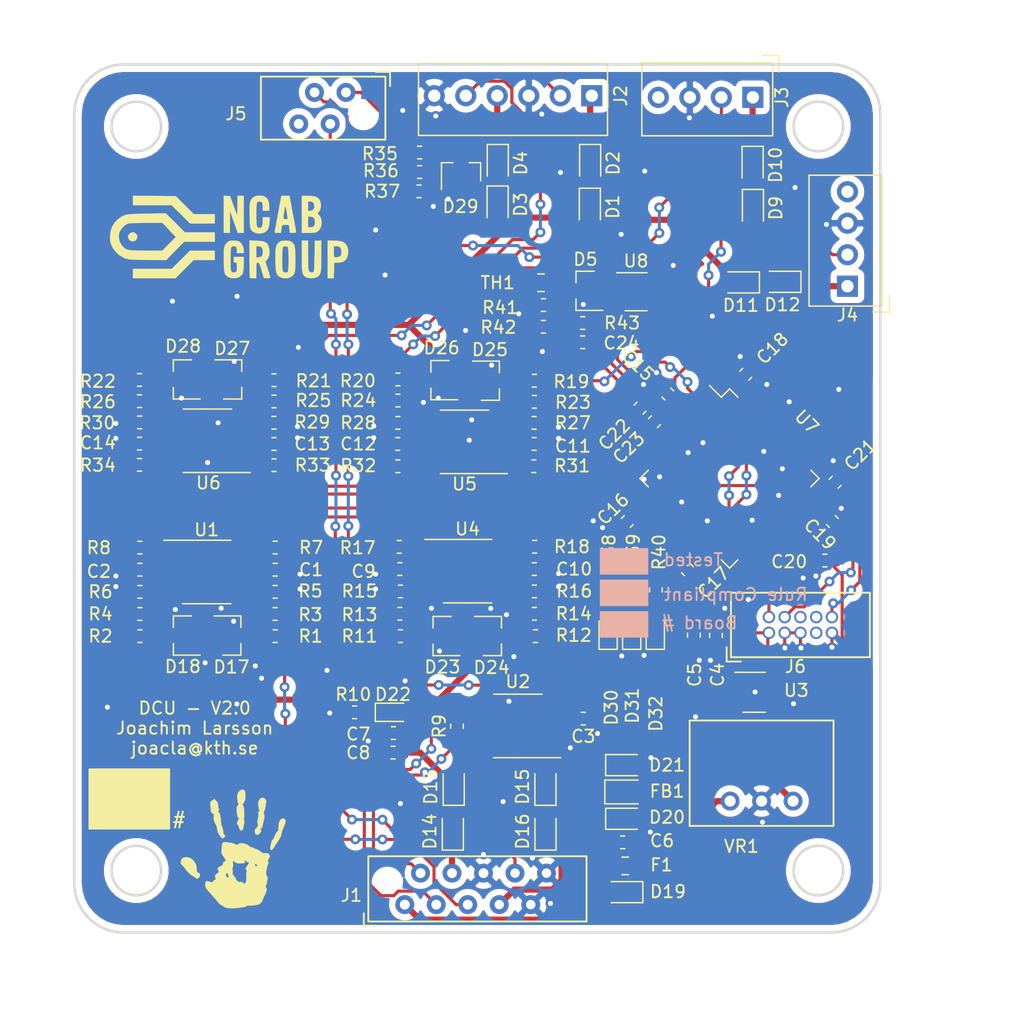
<source format=kicad_pcb>
(kicad_pcb (version 20171130) (host pcbnew "(5.1.4-0)")
  (layers (0 F.Cu signal) (31 B.Cu signal) (34 B.Paste user) (35 F.Paste user) (36 B.SilkS user) (37 F.SilkS user) (38 B.Mask user) (39 F.Mask user) (44 Edge.Cuts user))
  (net 0 "")
  (net 1 GND)
  (net 2 +3V3)
  (net 3 "Net-(C9-Pad1)")
  (net 4 "Net-(C10-Pad1)")
  (net 5 "Net-(C11-Pad1)")
  (net 6 "Net-(C12-Pad1)")
  (net 7 "Net-(C13-Pad1)")
  (net 8 "Net-(C14-Pad1)")
  (net 9 +24V)
  (net 10 +5V)
  (net 11 "Net-(FB1-Pad2)")
  (net 12 "Net-(R17-Pad2)")
  (net 13 "Net-(R32-Pad2)")
  (net 14 "Net-(R33-Pad2)")
  (net 15 "Net-(U7-Pad4)")
  (net 16 "Net-(C1-Pad1)")
  (net 17 "Net-(C2-Pad1)")
  (net 18 "Net-(D3-Pad1)")
  (net 19 "Net-(D11-Pad1)")
  (net 20 "Net-(D17-Pad3)")
  (net 21 "Net-(D18-Pad3)")
  (net 22 "Net-(D19-Pad1)")
  (net 23 "Net-(D22-Pad1)")
  (net 24 "Net-(D23-Pad3)")
  (net 25 "Net-(D24-Pad3)")
  (net 26 "Net-(D25-Pad3)")
  (net 27 "Net-(D26-Pad3)")
  (net 28 "Net-(D27-Pad3)")
  (net 29 "Net-(D28-Pad3)")
  (net 30 "Net-(D31-Pad2)")
  (net 31 "Net-(D32-Pad2)")
  (net 32 "Net-(J3-Pad4)")
  (net 33 "Net-(J4-Pad4)")
  (net 34 "Net-(J5-Pad4)")
  (net 35 "Net-(J6-Pad6)")
  (net 36 "Net-(J6-Pad7)")
  (net 37 "Net-(J6-Pad8)")
  (net 38 "Net-(R7-Pad2)")
  (net 39 "Net-(R8-Pad2)")
  (net 40 "Net-(R18-Pad2)")
  (net 41 "Net-(R31-Pad2)")
  (net 42 "Net-(R34-Pad2)")
  (net 43 "Net-(U3-Pad4)")
  (net 44 "Net-(U7-Pad1)")
  (net 45 "Net-(U7-Pad2)")
  (net 46 "Net-(U7-Pad5)")
  (net 47 "Net-(U7-Pad6)")
  (net 48 "Net-(U7-Pad8)")
  (net 49 "Net-(U7-Pad9)")
  (net 50 "Net-(U7-Pad11)")
  (net 51 "Net-(U7-Pad27)")
  (net 52 "Net-(U7-Pad28)")
  (net 53 "Net-(U7-Pad29)")
  (net 54 "Net-(U7-Pad30)")
  (net 55 "Net-(U7-Pad33)")
  (net 56 "Net-(U7-Pad34)")
  (net 57 "Net-(U7-Pad35)")
  (net 58 "Net-(U7-Pad36)")
  (net 59 "Net-(U7-Pad37)")
  (net 60 "Net-(U7-Pad38)")
  (net 61 "Net-(U7-Pad39)")
  (net 62 "Net-(U7-Pad40)")
  (net 63 "Net-(U7-Pad41)")
  (net 64 "Net-(U7-Pad42)")
  (net 65 "Net-(U7-Pad44)")
  (net 66 "Net-(U7-Pad45)")
  (net 67 "Net-(U7-Pad50)")
  (net 68 "Net-(U7-Pad51)")
  (net 69 "Net-(U7-Pad52)")
  (net 70 "Net-(U7-Pad53)")
  (net 71 "Net-(U7-Pad54)")
  (net 72 "Net-(U7-Pad55)")
  (net 73 "Net-(U7-Pad56)")
  (net 74 "Net-(U7-Pad57)")
  (net 75 "Net-(U7-Pad58)")
  (net 76 "Net-(U7-Pad59)")
  (net 77 "Net-(U7-Pad60)")
  (net 78 "Net-(D1-Pad1)")
  (net 79 "Net-(D10-Pad2)")
  (net 80 "Net-(D13-Pad1)")
  (net 81 "Net-(D15-Pad1)")
  (net 82 "Net-(D29-Pad3)")
  (net 83 "Net-(D30-Pad2)")
  (net 84 "Net-(U7-Pad43)")
  (net 85 "Net-(C24-Pad1)")
  (net 86 "Net-(D5-Pad3)")
  (net 87 "Net-(R41-Pad2)")
  (net 88 /MCU/JTAG_RESET_N)
  (net 89 /BPPS1_SUPPLY)
  (net 90 /BPPS2_SUPPLY)
  (net 91 /APPS1_SUPPLY)
  (net 92 /APPS2_SUPPLY)
  (net 93 /STEERING_ANGLE_1_SUPPLY)
  (net 94 /STEERING_ANGLE_2_SUPPLY)
  (net 95 /CONTROL_SYSTEMS_SUPPLY)
  (net 96 /STEERING_ANGLE_2_SIGNAL)
  (net 97 /STEERING_ANGLE_1_SIGNAL)
  (net 98 /CAN1_L)
  (net 99 /CAN1_H)
  (net 100 /BPPS1_SIGNAL)
  (net 101 /BPPS2_SIGNAL)
  (net 102 /APPS1_SIGNAL)
  (net 103 /APPS2_SIGNAL)
  (net 104 /BRAKE_PRESSURE_2_SIGNAL)
  (net 105 /BRAKE_PRESSURE_1_SIGNAL)
  (net 106 /BSPD_TRIGGERED_SIGNAL)
  (net 107 /MCU/JTAG_SWDIO)
  (net 108 /MCU/JTAG_SWDCLK)
  (net 109 /MCU/STEERING_ANGLE_2)
  (net 110 /MCU/STEERING_ANGLE_1)
  (net 111 /MCU/BRAKE_PRESSURE_2)
  (net 112 /MCU/BRAKE_PRESSURE_1)
  (net 113 /MCU/APPS2)
  (net 114 /MCU/APPS1)
  (net 115 /MCU/BPPS2)
  (net 116 /MCU/BPPS1)
  (net 117 /MCU/BSPD_TRIGGERED)
  (net 118 /MCU/MCU_STATUS_LED_1)
  (net 119 /MCU/MCU_STATUS_LED_2)
  (net 120 /MCU/MCU_STATUS_LED_3)
  (net 121 /MCU/CAN1_RX)
  (net 122 /MCU/CAN1_TX)
  (net 123 /MCU/PCB_TEMPERATURE)
  (module Resistor_SMD:R_0603_1608Metric (layer F.Cu) (at 136.2 103.9)
    (fp_text reference R17 (at -3.3475 0.0725) (layer F.SilkS))
    (fp_text value 100)
    (pad 2 smd roundrect (at 0.7875 0) (size 0.875 0.95) (layers F.Cu F.Paste F.Mask) (net 12 "Net-(R17-Pad2)"))
    (pad 1 smd roundrect (at -0.7875 0) (size 0.875 0.95) (layers F.Cu F.Paste F.Mask) (net 111 /MCU/BRAKE_PRESSURE_2))
  )
  (module Resistor_SMD:R_0603_1608Metric (layer F.Cu) (at 147.1 107.49406)
    (fp_text reference R16 (at 3.215 -0.02906) (layer F.SilkS))
    (fp_text value 510)
    (pad 2 smd roundrect (at 0.7875 0) (size 0.875 0.95) (layers F.Cu F.Paste F.Mask) (net 1 GND))
    (pad 1 smd roundrect (at -0.7875 0) (size 0.875 0.95) (layers F.Cu F.Paste F.Mask) (net 4 "Net-(C10-Pad1)"))
  )
  (module Resistor_SMD:R_0603_1608Metric (layer F.Cu) (at 147.1875 111.1)
    (fp_text reference R12 (at 3.0875 -0.0675) (layer F.SilkS))
    (fp_text value 200)
    (pad 2 smd roundrect (at 0.7875 0) (size 0.875 0.95) (layers F.Cu F.Paste F.Mask) (net 105 /BRAKE_PRESSURE_1_SIGNAL))
    (pad 1 smd roundrect (at -0.7875 0) (size 0.875 0.95) (layers F.Cu F.Paste F.Mask) (net 25 "Net-(D24-Pad3)"))
  )
  (module Resistor_SMD:R_0603_1608Metric (layer F.Cu) (at 115.2875 103.955)
    (fp_text reference R8 (at -3.3095 0.0175) (layer F.SilkS))
    (fp_text value 100)
    (pad 2 smd roundrect (at 0.7875 0) (size 0.875 0.95) (layers F.Cu F.Paste F.Mask) (net 39 "Net-(R8-Pad2)"))
    (pad 1 smd roundrect (at -0.7875 0) (size 0.875 0.95) (layers F.Cu F.Paste F.Mask) (net 110 /MCU/STEERING_ANGLE_1))
  )
  (module Resistor_SMD:R_0603_1608Metric (layer F.Cu) (at 126.2 103.955 180)
    (fp_text reference R7 (at -2.9 0) (layer F.SilkS))
    (fp_text value 100)
    (pad 2 smd roundrect (at 0.7875 0 180) (size 0.875 0.95) (layers F.Cu F.Paste F.Mask) (net 38 "Net-(R7-Pad2)"))
    (pad 1 smd roundrect (at -0.7875 0 180) (size 0.875 0.95) (layers F.Cu F.Paste F.Mask) (net 109 /MCU/STEERING_ANGLE_2))
  )
  (module Resistor_SMD:R_0603_1608Metric (layer F.Cu) (at 115.2875 107.5275 180)
    (fp_text reference R6 (at 3.175 0) (layer F.SilkS))
    (fp_text value 510)
    (pad 2 smd roundrect (at 0.7875 0 180) (size 0.875 0.95) (layers F.Cu F.Paste F.Mask) (net 1 GND))
    (pad 1 smd roundrect (at -0.7875 0 180) (size 0.875 0.95) (layers F.Cu F.Paste F.Mask) (net 17 "Net-(C2-Pad1)"))
  )
  (module Resistor_SMD:R_0603_1608Metric (layer F.Cu) (at 115.2875 109.31375 180)
    (fp_text reference R4 (at 3.175 0) (layer F.SilkS))
    (fp_text value 200)
    (pad 2 smd roundrect (at 0.7875 0 180) (size 0.875 0.95) (layers F.Cu F.Paste F.Mask) (net 21 "Net-(D18-Pad3)"))
    (pad 1 smd roundrect (at -0.7875 0 180) (size 0.875 0.95) (layers F.Cu F.Paste F.Mask) (net 17 "Net-(C2-Pad1)"))
  )
  (module Resistor_SMD:R_0603_1608Metric (layer F.Cu) (at 115.2875 111.1 180)
    (fp_text reference R2 (at 3.175 0) (layer F.SilkS))
    (fp_text value 200)
    (pad 2 smd roundrect (at 0.7875 0 180) (size 0.875 0.95) (layers F.Cu F.Paste F.Mask) (net 97 /STEERING_ANGLE_1_SIGNAL))
    (pad 1 smd roundrect (at -0.7875 0 180) (size 0.875 0.95) (layers F.Cu F.Paste F.Mask) (net 21 "Net-(D18-Pad3)"))
  )
  (module Resistor_SMD:R_0603_1608Metric (layer F.Cu) (at 126.2 111.1)
    (fp_text reference R1 (at 2.8575 0) (layer F.SilkS))
    (fp_text value 200)
    (pad 2 smd roundrect (at 0.7875 0) (size 0.875 0.95) (layers F.Cu F.Paste F.Mask) (net 96 /STEERING_ANGLE_2_SIGNAL))
    (pad 1 smd roundrect (at -0.7875 0) (size 0.875 0.95) (layers F.Cu F.Paste F.Mask) (net 20 "Net-(D17-Pad3)"))
  )
  (module Resistor_SMD:R_0805_2012Metric (layer F.Cu) (at 147.6375 82.6 180)
    (fp_text reference TH1 (at 3.4925 0) (layer F.SilkS))
    (fp_text value 10k)
    (pad 2 smd roundrect (at 0.9375 0 180) (size 0.975 1.4) (layers F.Cu F.Paste F.Mask) (net 87 "Net-(R41-Pad2)"))
    (pad 1 smd roundrect (at -0.9375 0 180) (size 0.975 1.4) (layers F.Cu F.Paste F.Mask) (net 2 +3V3))
  )
  (module Resistor_SMD:R_0603_1608Metric (layer F.Cu) (at 151 85.85 180)
    (fp_text reference R43 (at -3.175 0) (layer F.SilkS))
    (fp_text value 1k)
    (pad 2 smd roundrect (at 0.7875 0 180) (size 0.875 0.95) (layers F.Cu F.Paste F.Mask) (net 86 "Net-(D5-Pad3)"))
    (pad 1 smd roundrect (at -0.7875 0 180) (size 0.875 0.95) (layers F.Cu F.Paste F.Mask) (net 85 "Net-(C24-Pad1)"))
  )
  (module Resistor_SMD:R_0603_1608Metric (layer F.Cu) (at 147.8375 86.15 180)
    (fp_text reference R42 (at 3.6375 -0.0425) (layer F.SilkS))
    (fp_text value 100)
    (pad 2 smd roundrect (at 0.7875 0 180) (size 0.875 0.95) (layers F.Cu F.Paste F.Mask) (net 87 "Net-(R41-Pad2)"))
    (pad 1 smd roundrect (at -0.7875 0 180) (size 0.875 0.95) (layers F.Cu F.Paste F.Mask) (net 86 "Net-(D5-Pad3)"))
  )
  (module Resistor_SMD:R_0603_1608Metric (layer F.Cu) (at 147.8375 84.4)
    (fp_text reference R41 (at -3.4925 0.205) (layer F.SilkS))
    (fp_text value 10k)
    (pad 2 smd roundrect (at 0.7875 0) (size 0.875 0.95) (layers F.Cu F.Paste F.Mask) (net 87 "Net-(R41-Pad2)"))
    (pad 1 smd roundrect (at -0.7875 0) (size 0.875 0.95) (layers F.Cu F.Paste F.Mask) (net 1 GND))
  )
  (module Resistor_SMD:R_0603_1608Metric (layer F.Cu) (at 147.12206 103.88812 180)
    (fp_text reference R18 (at -3.01 0) (layer F.SilkS))
    (fp_text value 100)
    (pad 2 smd roundrect (at 0.7875 0 180) (size 0.875 0.95) (layers F.Cu F.Paste F.Mask) (net 40 "Net-(R18-Pad2)"))
    (pad 1 smd roundrect (at -0.7875 0 180) (size 0.875 0.95) (layers F.Cu F.Paste F.Mask) (net 112 /MCU/BRAKE_PRESSURE_1))
  )
  (module Resistor_SMD:R_0603_1608Metric (layer F.Cu) (at 136.3 107.49406 180)
    (fp_text reference R15 (at 3.3 0.02906) (layer F.SilkS))
    (fp_text value 510)
    (pad 2 smd roundrect (at 0.7875 0 180) (size 0.875 0.95) (layers F.Cu F.Paste F.Mask) (net 1 GND))
    (pad 1 smd roundrect (at -0.7875 0 180) (size 0.875 0.95) (layers F.Cu F.Paste F.Mask) (net 3 "Net-(C9-Pad1)"))
  )
  (module Resistor_SMD:R_0603_1608Metric (layer F.Cu) (at 147.1 109.29703)
    (fp_text reference R14 (at 3.175 0) (layer F.SilkS))
    (fp_text value 200)
    (pad 2 smd roundrect (at 0.7875 0) (size 0.875 0.95) (layers F.Cu F.Paste F.Mask) (net 25 "Net-(D24-Pad3)"))
    (pad 1 smd roundrect (at -0.7875 0) (size 0.875 0.95) (layers F.Cu F.Paste F.Mask) (net 4 "Net-(C10-Pad1)"))
  )
  (module Resistor_SMD:R_0603_1608Metric (layer F.Cu) (at 136.25604 109.29703)
    (fp_text reference R13 (at -3.25604 0.07297) (layer F.SilkS))
    (fp_text value 200)
    (pad 2 smd roundrect (at 0.7875 0) (size 0.875 0.95) (layers F.Cu F.Paste F.Mask) (net 24 "Net-(D23-Pad3)"))
    (pad 1 smd roundrect (at -0.7875 0) (size 0.875 0.95) (layers F.Cu F.Paste F.Mask) (net 3 "Net-(C9-Pad1)"))
  )
  (module Resistor_SMD:R_0603_1608Metric (layer F.Cu) (at 136.3 111.1 180)
    (fp_text reference R11 (at 3.3 0) (layer F.SilkS))
    (fp_text value 200)
    (pad 2 smd roundrect (at 0.7875 0 180) (size 0.875 0.95) (layers F.Cu F.Paste F.Mask) (net 104 /BRAKE_PRESSURE_2_SIGNAL))
    (pad 1 smd roundrect (at -0.7875 0 180) (size 0.875 0.95) (layers F.Cu F.Paste F.Mask) (net 24 "Net-(D23-Pad3)"))
  )
  (module Resistor_SMD:R_0603_1608Metric (layer F.Cu) (at 126.2 107.5275)
    (fp_text reference R5 (at 2.8425 -0.0625) (layer F.SilkS))
    (fp_text value 510)
    (pad 2 smd roundrect (at 0.7875 0) (size 0.875 0.95) (layers F.Cu F.Paste F.Mask) (net 1 GND))
    (pad 1 smd roundrect (at -0.7875 0) (size 0.875 0.95) (layers F.Cu F.Paste F.Mask) (net 16 "Net-(C1-Pad1)"))
  )
  (module Resistor_SMD:R_0603_1608Metric (layer F.Cu) (at 126.2 109.31375)
    (fp_text reference R3 (at 2.8425 0.05625) (layer F.SilkS))
    (fp_text value 200)
    (pad 2 smd roundrect (at 0.7875 0) (size 0.875 0.95) (layers F.Cu F.Paste F.Mask) (net 20 "Net-(D17-Pad3)"))
    (pad 1 smd roundrect (at -0.7875 0) (size 0.875 0.95) (layers F.Cu F.Paste F.Mask) (net 16 "Net-(C1-Pad1)"))
  )
  (module Package_TO_SOT_SMD:SOT-23 (layer F.Cu) (at 143.68848 111.09)
    (fp_text reference D24 (at -0.04098 2.54) (layer F.SilkS))
    (fp_text value D_Schottky_x2_Serial_AKC)
    (pad 3 smd rect (at 1 0) (size 0.9 0.8) (layers F.Cu F.Paste F.Mask) (net 25 "Net-(D24-Pad3)"))
    (pad 2 smd rect (at -1 0.95) (size 0.9 0.8) (layers F.Cu F.Paste F.Mask) (net 10 +5V))
    (pad 1 smd rect (at -1 -0.95) (size 0.9 0.8) (layers F.Cu F.Paste F.Mask) (net 1 GND))
  )
  (module Package_TO_SOT_SMD:SOT-23 (layer F.Cu) (at 139.68848 111.09 180)
    (fp_text reference D23 (at 0 -2.5) (layer F.SilkS))
    (fp_text value D_Schottky_x2_Serial_AKC)
    (pad 3 smd rect (at 1 0 180) (size 0.9 0.8) (layers F.Cu F.Paste F.Mask) (net 24 "Net-(D23-Pad3)"))
    (pad 2 smd rect (at -1 0.95 180) (size 0.9 0.8) (layers F.Cu F.Paste F.Mask) (net 10 +5V))
    (pad 1 smd rect (at -1 -0.95 180) (size 0.9 0.8) (layers F.Cu F.Paste F.Mask) (net 1 GND))
  )
  (module Package_TO_SOT_SMD:SOT-23 (layer F.Cu) (at 118.75 111.05 180)
    (fp_text reference D18 (at 0 -2.5) (layer F.SilkS))
    (fp_text value D_Schottky_x2_Serial_AKC)
    (pad 3 smd rect (at 1 0 180) (size 0.9 0.8) (layers F.Cu F.Paste F.Mask) (net 21 "Net-(D18-Pad3)"))
    (pad 2 smd rect (at -1 0.95 180) (size 0.9 0.8) (layers F.Cu F.Paste F.Mask) (net 10 +5V))
    (pad 1 smd rect (at -1 -0.95 180) (size 0.9 0.8) (layers F.Cu F.Paste F.Mask) (net 1 GND))
  )
  (module Package_TO_SOT_SMD:SOT-23 (layer F.Cu) (at 122.675 111.05)
    (fp_text reference D17 (at 0 2.54) (layer F.SilkS))
    (fp_text value D_Schottky_x2_Serial_AKC)
    (pad 3 smd rect (at 1 0) (size 0.9 0.8) (layers F.Cu F.Paste F.Mask) (net 20 "Net-(D17-Pad3)"))
    (pad 2 smd rect (at -1 0.95) (size 0.9 0.8) (layers F.Cu F.Paste F.Mask) (net 10 +5V))
    (pad 1 smd rect (at -1 -0.95) (size 0.9 0.8) (layers F.Cu F.Paste F.Mask) (net 1 GND))
  )
  (module Diode_SMD:D_SOD-323 (layer F.Cu) (at 148 126.85 90)
    (fp_text reference D16 (at 0 -1.85 90) (layer F.SilkS))
    (fp_text value D)
    (pad 2 smd rect (at 1.05 0 90) (size 0.6 0.45) (layers F.Cu F.Paste F.Mask) (net 81 "Net-(D15-Pad1)"))
    (pad 1 smd rect (at -1.05 0 90) (size 0.6 0.45) (layers F.Cu F.Paste F.Mask) (net 94 /STEERING_ANGLE_2_SUPPLY))
  )
  (module Diode_SMD:D_SOD-323 (layer F.Cu) (at 147.995001 123.239999 90)
    (fp_text reference D15 (at 0 -1.85 90) (layer F.SilkS))
    (fp_text value D)
    (pad 2 smd rect (at 1.05 0 90) (size 0.6 0.45) (layers F.Cu F.Paste F.Mask) (net 10 +5V))
    (pad 1 smd rect (at -1.05 0 90) (size 0.6 0.45) (layers F.Cu F.Paste F.Mask) (net 81 "Net-(D15-Pad1)"))
  )
  (module Diode_SMD:D_SOD-323 (layer F.Cu) (at 140.525 126.85 90)
    (fp_text reference D14 (at 0 -1.85 90) (layer F.SilkS))
    (fp_text value D)
    (pad 2 smd rect (at 1.05 0 90) (size 0.6 0.45) (layers F.Cu F.Paste F.Mask) (net 80 "Net-(D13-Pad1)"))
    (pad 1 smd rect (at -1.05 0 90) (size 0.6 0.45) (layers F.Cu F.Paste F.Mask) (net 93 /STEERING_ANGLE_1_SUPPLY))
  )
  (module Diode_SMD:D_SOD-323 (layer F.Cu) (at 140.595001 123.239999 90)
    (fp_text reference D13 (at 0 -1.85 90) (layer F.SilkS))
    (fp_text value D)
    (pad 2 smd rect (at 1.05 0 90) (size 0.6 0.45) (layers F.Cu F.Paste F.Mask) (net 10 +5V))
    (pad 1 smd rect (at -1.05 0 90) (size 0.6 0.45) (layers F.Cu F.Paste F.Mask) (net 80 "Net-(D13-Pad1)"))
  )
  (module Diode_SMD:D_SOD-323 (layer F.Cu) (at 167.1 82.525 180)
    (fp_text reference D12 (at 0 -1.85) (layer F.SilkS))
    (fp_text value D)
    (pad 2 smd rect (at 1.05 0 180) (size 0.6 0.45) (layers F.Cu F.Paste F.Mask) (net 19 "Net-(D11-Pad1)"))
    (pad 1 smd rect (at -1.05 0 180) (size 0.6 0.45) (layers F.Cu F.Paste F.Mask) (net 92 /APPS2_SUPPLY))
  )
  (module Diode_SMD:D_SOD-323 (layer F.Cu) (at 163.75 82.575 180)
    (fp_text reference D11 (at 0 -1.85) (layer F.SilkS))
    (fp_text value D)
    (pad 2 smd rect (at 1.05 0 180) (size 0.6 0.45) (layers F.Cu F.Paste F.Mask) (net 10 +5V))
    (pad 1 smd rect (at -1.05 0 180) (size 0.6 0.45) (layers F.Cu F.Paste F.Mask) (net 19 "Net-(D11-Pad1)"))
  )
  (module Diode_SMD:D_SOD-323 (layer F.Cu) (at 164.7 73.1 270)
    (fp_text reference D10 (at 0 -1.85 90) (layer F.SilkS))
    (fp_text value D)
    (pad 2 smd rect (at 1.05 0 270) (size 0.6 0.45) (layers F.Cu F.Paste F.Mask) (net 79 "Net-(D10-Pad2)"))
    (pad 1 smd rect (at -1.05 0 270) (size 0.6 0.45) (layers F.Cu F.Paste F.Mask) (net 91 /APPS1_SUPPLY))
  )
  (module Diode_SMD:D_SOD-323 (layer F.Cu) (at 164.725 76.575 270)
    (fp_text reference D9 (at 0 -1.85 90) (layer F.SilkS))
    (fp_text value D)
    (pad 2 smd rect (at 1.05 0 270) (size 0.6 0.45) (layers F.Cu F.Paste F.Mask) (net 10 +5V))
    (pad 1 smd rect (at -1.05 0 270) (size 0.6 0.45) (layers F.Cu F.Paste F.Mask) (net 79 "Net-(D10-Pad2)"))
  )
  (module Package_TO_SOT_SMD:SOT-23 (layer F.Cu) (at 151.22 83.25 180)
    (fp_text reference D5 (at 0 2.54) (layer F.SilkS))
    (fp_text value D_Schottky_x2_Serial_AKC)
    (pad 3 smd rect (at 1 0 180) (size 0.9 0.8) (layers F.Cu F.Paste F.Mask) (net 86 "Net-(D5-Pad3)"))
    (pad 2 smd rect (at -1 0.95 180) (size 0.9 0.8) (layers F.Cu F.Paste F.Mask) (net 2 +3V3))
    (pad 1 smd rect (at -1 -0.95 180) (size 0.9 0.8) (layers F.Cu F.Paste F.Mask) (net 1 GND))
  )
  (module Diode_SMD:D_SOD-323 (layer F.Cu) (at 144.15 72.95 270)
    (fp_text reference D4 (at 0 -1.85 90) (layer F.SilkS))
    (fp_text value D)
    (pad 2 smd rect (at 1.05 0 270) (size 0.6 0.45) (layers F.Cu F.Paste F.Mask) (net 18 "Net-(D3-Pad1)"))
    (pad 1 smd rect (at -1.05 0 270) (size 0.6 0.45) (layers F.Cu F.Paste F.Mask) (net 90 /BPPS2_SUPPLY))
  )
  (module Diode_SMD:D_SOD-323 (layer F.Cu) (at 144.137 76.297 270)
    (fp_text reference D3 (at 0 -1.85 90) (layer F.SilkS))
    (fp_text value D)
    (pad 2 smd rect (at 1.05 0 270) (size 0.6 0.45) (layers F.Cu F.Paste F.Mask) (net 10 +5V))
    (pad 1 smd rect (at -1.05 0 270) (size 0.6 0.45) (layers F.Cu F.Paste F.Mask) (net 18 "Net-(D3-Pad1)"))
  )
  (module Capacitor_SMD:C_0603_1608Metric (layer F.Cu) (at 151 87.4 180)
    (fp_text reference C24 (at -3.125 -0.0625) (layer F.SilkS))
    (fp_text value 100n)
    (pad 2 smd roundrect (at 0.7875 0 180) (size 0.875 0.95) (layers F.Cu F.Paste F.Mask) (net 1 GND))
    (pad 1 smd roundrect (at -0.7875 0 180) (size 0.875 0.95) (layers F.Cu F.Paste F.Mask) (net 85 "Net-(C24-Pad1)"))
  )
  (module Capacitor_SMD:C_0603_1608Metric (layer F.Cu) (at 147.1 105.69109)
    (fp_text reference C10 (at 3.21056 0) (layer F.SilkS))
    (fp_text value 22n)
    (pad 2 smd roundrect (at 0.7875 0) (size 0.875 0.95) (layers F.Cu F.Paste F.Mask) (net 1 GND))
    (pad 1 smd roundrect (at -0.7875 0) (size 0.875 0.95) (layers F.Cu F.Paste F.Mask) (net 4 "Net-(C10-Pad1)"))
  )
  (module Capacitor_SMD:C_0603_1608Metric (layer F.Cu) (at 136.25604 105.69109 180)
    (fp_text reference C9 (at 2.92735 -0.18641) (layer F.SilkS))
    (fp_text value 22n)
    (pad 2 smd roundrect (at 0.7875 0 180) (size 0.875 0.95) (layers F.Cu F.Paste F.Mask) (net 1 GND))
    (pad 1 smd roundrect (at -0.7875 0 180) (size 0.875 0.95) (layers F.Cu F.Paste F.Mask) (net 3 "Net-(C9-Pad1)"))
  )
  (module Capacitor_SMD:C_0603_1608Metric (layer F.Cu) (at 115.2875 105.74125 180)
    (fp_text reference C2 (at 3.3095 -0.13625) (layer F.SilkS))
    (fp_text value 22n)
    (pad 2 smd roundrect (at 0.7875 0 180) (size 0.875 0.95) (layers F.Cu F.Paste F.Mask) (net 1 GND))
    (pad 1 smd roundrect (at -0.7875 0 180) (size 0.875 0.95) (layers F.Cu F.Paste F.Mask) (net 17 "Net-(C2-Pad1)"))
  )
  (module Capacitor_SMD:C_0603_1608Metric (layer F.Cu) (at 126.2 105.74125)
    (fp_text reference C1 (at 2.9 0) (layer F.SilkS))
    (fp_text value 22n)
    (pad 2 smd roundrect (at 0.7875 0) (size 0.875 0.95) (layers F.Cu F.Paste F.Mask) (net 1 GND))
    (pad 1 smd roundrect (at -0.7875 0) (size 0.875 0.95) (layers F.Cu F.Paste F.Mask) (net 16 "Net-(C1-Pad1)"))
  )
  (module Package_TO_SOT_SMD:TSOT-23-5 (layer F.Cu) (at 155.3 83.3)
    (fp_text reference U8 (at 0 -2.45) (layer F.SilkS))
    (fp_text value TLV9061)
    (pad 5 smd rect (at 1.31 -0.95) (size 1.22 0.65) (layers F.Cu F.Paste F.Mask) (net 2 +3V3))
    (pad 4 smd rect (at 1.31 0.95) (size 1.22 0.65) (layers F.Cu F.Paste F.Mask) (net 123 /MCU/PCB_TEMPERATURE))
    (pad 3 smd rect (at -1.31 0.95) (size 1.22 0.65) (layers F.Cu F.Paste F.Mask) (net 85 "Net-(C24-Pad1)"))
    (pad 2 smd rect (at -1.31 0) (size 1.22 0.65) (layers F.Cu F.Paste F.Mask) (net 1 GND))
    (pad 1 smd rect (at -1.31 -0.95) (size 1.22 0.65) (layers F.Cu F.Paste F.Mask) (net 123 /MCU/PCB_TEMPERATURE))
  )
  (module Package_SO:SOIC-8_3.9x4.9mm_P1.27mm (layer F.Cu) (at 141.47 95.433 180)
    (fp_text reference U5 (at 0 -3.4) (layer F.SilkS))
    (fp_text value LM358)
    (pad 8 smd roundrect (at 2.475 -1.905 180) (size 1.95 0.6) (layers F.Cu F.Paste F.Mask) (net 10 +5V))
    (pad 7 smd roundrect (at 2.475 -0.635 180) (size 1.95 0.6) (layers F.Cu F.Paste F.Mask) (net 13 "Net-(R32-Pad2)"))
    (pad 6 smd roundrect (at 2.475 0.635 180) (size 1.95 0.6) (layers F.Cu F.Paste F.Mask) (net 13 "Net-(R32-Pad2)"))
    (pad 5 smd roundrect (at 2.475 1.905 180) (size 1.95 0.6) (layers F.Cu F.Paste F.Mask) (net 6 "Net-(C12-Pad1)"))
    (pad 4 smd roundrect (at -2.475 1.905 180) (size 1.95 0.6) (layers F.Cu F.Paste F.Mask) (net 1 GND))
    (pad 3 smd roundrect (at -2.475 0.635 180) (size 1.95 0.6) (layers F.Cu F.Paste F.Mask) (net 5 "Net-(C11-Pad1)"))
    (pad 2 smd roundrect (at -2.475 -0.635 180) (size 1.95 0.6) (layers F.Cu F.Paste F.Mask) (net 41 "Net-(R31-Pad2)"))
    (pad 1 smd roundrect (at -2.475 -1.905 180) (size 1.95 0.6) (layers F.Cu F.Paste F.Mask) (net 41 "Net-(R31-Pad2)"))
  )
  (module Package_SO:SOIC-8_3.9x4.9mm_P1.27mm (layer F.Cu) (at 141.71348 105.85812)
    (fp_text reference U4 (at 0 -3.4) (layer F.SilkS))
    (fp_text value LM358)
    (pad 8 smd roundrect (at 2.475 -1.905) (size 1.95 0.6) (layers F.Cu F.Paste F.Mask) (net 10 +5V))
    (pad 7 smd roundrect (at 2.475 -0.635) (size 1.95 0.6) (layers F.Cu F.Paste F.Mask) (net 40 "Net-(R18-Pad2)"))
    (pad 6 smd roundrect (at 2.475 0.635) (size 1.95 0.6) (layers F.Cu F.Paste F.Mask) (net 40 "Net-(R18-Pad2)"))
    (pad 5 smd roundrect (at 2.475 1.905) (size 1.95 0.6) (layers F.Cu F.Paste F.Mask) (net 4 "Net-(C10-Pad1)"))
    (pad 4 smd roundrect (at -2.475 1.905) (size 1.95 0.6) (layers F.Cu F.Paste F.Mask) (net 1 GND))
    (pad 3 smd roundrect (at -2.475 0.635) (size 1.95 0.6) (layers F.Cu F.Paste F.Mask) (net 3 "Net-(C9-Pad1)"))
    (pad 2 smd roundrect (at -2.475 -0.635) (size 1.95 0.6) (layers F.Cu F.Paste F.Mask) (net 12 "Net-(R17-Pad2)"))
    (pad 1 smd roundrect (at -2.475 -1.905) (size 1.95 0.6) (layers F.Cu F.Paste F.Mask) (net 12 "Net-(R17-Pad2)"))
  )
  (module Package_SO:SOIC-8_3.9x4.9mm_P1.27mm (layer F.Cu) (at 145.77 118.34 180)
    (fp_text reference U2 (at 0 3.5725) (layer F.SilkS))
    (fp_text value SN65HVD233)
    (pad 8 smd roundrect (at 2.475 -1.905 180) (size 1.95 0.6) (layers F.Cu F.Paste F.Mask) (net 1 GND))
    (pad 7 smd roundrect (at 2.475 -0.635 180) (size 1.95 0.6) (layers F.Cu F.Paste F.Mask) (net 99 /CAN1_H))
    (pad 6 smd roundrect (at 2.475 0.635 180) (size 1.95 0.6) (layers F.Cu F.Paste F.Mask) (net 98 /CAN1_L))
    (pad 5 smd roundrect (at 2.475 1.905 180) (size 1.95 0.6) (layers F.Cu F.Paste F.Mask) (net 1 GND))
    (pad 4 smd roundrect (at -2.475 1.905 180) (size 1.95 0.6) (layers F.Cu F.Paste F.Mask) (net 121 /MCU/CAN1_RX))
    (pad 3 smd roundrect (at -2.475 0.635 180) (size 1.95 0.6) (layers F.Cu F.Paste F.Mask) (net 2 +3V3))
    (pad 2 smd roundrect (at -2.475 -0.635 180) (size 1.95 0.6) (layers F.Cu F.Paste F.Mask) (net 1 GND))
    (pad 1 smd roundrect (at -2.475 -1.905 180) (size 1.95 0.6) (layers F.Cu F.Paste F.Mask) (net 122 /MCU/CAN1_TX))
  )
  (module Package_SO:SOIC-8_3.9x4.9mm_P1.27mm (layer F.Cu) (at 120.675 105.925)
    (fp_text reference U1 (at 0 -3.4) (layer F.SilkS))
    (fp_text value LM358)
    (pad 8 smd roundrect (at 2.475 -1.905) (size 1.95 0.6) (layers F.Cu F.Paste F.Mask) (net 10 +5V))
    (pad 7 smd roundrect (at 2.475 -0.635) (size 1.95 0.6) (layers F.Cu F.Paste F.Mask) (net 38 "Net-(R7-Pad2)"))
    (pad 6 smd roundrect (at 2.475 0.635) (size 1.95 0.6) (layers F.Cu F.Paste F.Mask) (net 38 "Net-(R7-Pad2)"))
    (pad 5 smd roundrect (at 2.475 1.905) (size 1.95 0.6) (layers F.Cu F.Paste F.Mask) (net 16 "Net-(C1-Pad1)"))
    (pad 4 smd roundrect (at -2.475 1.905) (size 1.95 0.6) (layers F.Cu F.Paste F.Mask) (net 1 GND))
    (pad 3 smd roundrect (at -2.475 0.635) (size 1.95 0.6) (layers F.Cu F.Paste F.Mask) (net 17 "Net-(C2-Pad1)"))
    (pad 2 smd roundrect (at -2.475 -0.635) (size 1.95 0.6) (layers F.Cu F.Paste F.Mask) (net 39 "Net-(R8-Pad2)"))
    (pad 1 smd roundrect (at -2.475 -1.905) (size 1.95 0.6) (layers F.Cu F.Paste F.Mask) (net 39 "Net-(R8-Pad2)"))
  )
  (module Resistor_SMD:R_0603_1608Metric (layer F.Cu) (at 140.86 118.36 90)
    (fp_text reference R9 (at 0 -1.43 90) (layer F.SilkS))
    (fp_text value 120)
    (pad 2 smd roundrect (at 0.7875 0 90) (size 0.875 0.95) (layers F.Cu F.Paste F.Mask) (net 98 /CAN1_L))
    (pad 1 smd roundrect (at -0.7875 0 90) (size 0.875 0.95) (layers F.Cu F.Paste F.Mask) (net 99 /CAN1_H))
  )
  (module Diode_SMD:D_SOD-323 (layer F.Cu) (at 151.6 72.95 270)
    (fp_text reference D2 (at 0 -1.85 90) (layer F.SilkS))
    (fp_text value D)
    (pad 2 smd rect (at 1.05 0 270) (size 0.6 0.45) (layers F.Cu F.Paste F.Mask) (net 78 "Net-(D1-Pad1)"))
    (pad 1 smd rect (at -1.05 0 270) (size 0.6 0.45) (layers F.Cu F.Paste F.Mask) (net 89 /BPPS1_SUPPLY))
  )
  (module Diode_SMD:D_SOD-323 (layer F.Cu) (at 151.574999 76.475001 270)
    (fp_text reference D1 (at 0 -1.85 90) (layer F.SilkS))
    (fp_text value D)
    (pad 2 smd rect (at 1.05 0 270) (size 0.6 0.45) (layers F.Cu F.Paste F.Mask) (net 10 +5V))
    (pad 1 smd rect (at -1.05 0 270) (size 0.6 0.45) (layers F.Cu F.Paste F.Mask) (net 78 "Net-(D1-Pad1)"))
  )
  (module Capacitor_SMD:C_0603_1608Metric (layer F.Cu) (at 151.05 117.75 180)
    (fp_text reference C3 (at 0 -1.43) (layer F.SilkS))
    (fp_text value 100n)
    (pad 2 smd roundrect (at 0.7875 0 180) (size 0.875 0.95) (layers F.Cu F.Paste F.Mask) (net 2 +3V3))
    (pad 1 smd roundrect (at -0.7875 0 180) (size 0.875 0.95) (layers F.Cu F.Paste F.Mask) (net 1 GND))
  )
  (module KTHFS:NCAB (layer F.Cu) (at 122.502 78.89)
    (fp_text reference G*** hide)
    (fp_text value LOGO hide)
  )
  (module Logo:JoachimLogo (layer F.Cu) (at 123.1 129.69)
    (fp_text reference G*** hide)
    (fp_text value LOGO hide)
  )
  (module Package_QFP:LQFP-64_10x10mm_P0.5mm (layer F.Cu) (at 162.843 98.386 315)
    (fp_text reference U7 (at 1.167433 -7.633218 135) (layer F.SilkS))
    (fp_text value STM32F091RCTx)
    (pad 1 smd roundrect (at -5.675 -3.75 315) (size 1.55 0.3) (layers F.Cu F.Paste F.Mask) (net 44 "Net-(U7-Pad1)"))
    (pad 2 smd roundrect (at -5.675 -3.25 315) (size 1.55 0.3) (layers F.Cu F.Paste F.Mask) (net 45 "Net-(U7-Pad2)"))
    (pad 3 smd roundrect (at -5.675 -2.75 315) (size 1.55 0.3) (layers F.Cu F.Paste F.Mask) (net 117 /MCU/BSPD_TRIGGERED))
    (pad 4 smd roundrect (at -5.675 -2.25 315) (size 1.55 0.3) (layers F.Cu F.Paste F.Mask) (net 15 "Net-(U7-Pad4)"))
    (pad 5 smd roundrect (at -5.675 -1.75 315) (size 1.55 0.3) (layers F.Cu F.Paste F.Mask) (net 46 "Net-(U7-Pad5)"))
    (pad 6 smd roundrect (at -5.675 -1.25 315) (size 1.55 0.3) (layers F.Cu F.Paste F.Mask) (net 47 "Net-(U7-Pad6)"))
    (pad 7 smd roundrect (at -5.675 -0.75 315) (size 1.55 0.3) (layers F.Cu F.Paste F.Mask) (net 88 /MCU/JTAG_RESET_N))
    (pad 8 smd roundrect (at -5.675 -0.25 315) (size 1.55 0.3) (layers F.Cu F.Paste F.Mask) (net 48 "Net-(U7-Pad8)"))
    (pad 9 smd roundrect (at -5.675 0.25 315) (size 1.55 0.3) (layers F.Cu F.Paste F.Mask) (net 49 "Net-(U7-Pad9)"))
    (pad 10 smd roundrect (at -5.675 0.75 315) (size 1.55 0.3) (layers F.Cu F.Paste F.Mask) (net 123 /MCU/PCB_TEMPERATURE))
    (pad 11 smd roundrect (at -5.675 1.25 315) (size 1.55 0.3) (layers F.Cu F.Paste F.Mask) (net 50 "Net-(U7-Pad11)"))
    (pad 12 smd roundrect (at -5.675 1.75 315) (size 1.55 0.3) (layers F.Cu F.Paste F.Mask) (net 1 GND))
    (pad 13 smd roundrect (at -5.675 2.25 315) (size 1.55 0.3) (layers F.Cu F.Paste F.Mask) (net 2 +3V3))
    (pad 14 smd roundrect (at -5.675 2.75 315) (size 1.55 0.3) (layers F.Cu F.Paste F.Mask) (net 113 /MCU/APPS2))
    (pad 15 smd roundrect (at -5.675 3.25 315) (size 1.55 0.3) (layers F.Cu F.Paste F.Mask) (net 114 /MCU/APPS1))
    (pad 16 smd roundrect (at -5.675 3.75 315) (size 1.55 0.3) (layers F.Cu F.Paste F.Mask) (net 115 /MCU/BPPS2))
    (pad 17 smd roundrect (at -3.75 5.675 315) (size 0.3 1.55) (layers F.Cu F.Paste F.Mask) (net 116 /MCU/BPPS1))
    (pad 18 smd roundrect (at -3.25 5.675 315) (size 0.3 1.55) (layers F.Cu F.Paste F.Mask) (net 1 GND))
    (pad 19 smd roundrect (at -2.75 5.675 315) (size 0.3 1.55) (layers F.Cu F.Paste F.Mask) (net 2 +3V3))
    (pad 20 smd roundrect (at -2.25 5.675 315) (size 0.3 1.55) (layers F.Cu F.Paste F.Mask) (net 110 /MCU/STEERING_ANGLE_1))
    (pad 21 smd roundrect (at -1.75 5.675 315) (size 0.3 1.55) (layers F.Cu F.Paste F.Mask) (net 109 /MCU/STEERING_ANGLE_2))
    (pad 22 smd roundrect (at -1.25 5.675 315) (size 0.3 1.55) (layers F.Cu F.Paste F.Mask) (net 111 /MCU/BRAKE_PRESSURE_2))
    (pad 23 smd roundrect (at -0.75 5.675 315) (size 0.3 1.55) (layers F.Cu F.Paste F.Mask) (net 112 /MCU/BRAKE_PRESSURE_1))
    (pad 24 smd roundrect (at -0.25 5.675 315) (size 0.3 1.55) (layers F.Cu F.Paste F.Mask) (net 118 /MCU/MCU_STATUS_LED_1))
    (pad 25 smd roundrect (at 0.25 5.675 315) (size 0.3 1.55) (layers F.Cu F.Paste F.Mask) (net 119 /MCU/MCU_STATUS_LED_2))
    (pad 26 smd roundrect (at 0.75 5.675 315) (size 0.3 1.55) (layers F.Cu F.Paste F.Mask) (net 120 /MCU/MCU_STATUS_LED_3))
    (pad 27 smd roundrect (at 1.25 5.675 315) (size 0.3 1.55) (layers F.Cu F.Paste F.Mask) (net 51 "Net-(U7-Pad27)"))
    (pad 28 smd roundrect (at 1.75 5.675 315) (size 0.3 1.55) (layers F.Cu F.Paste F.Mask) (net 52 "Net-(U7-Pad28)"))
    (pad 29 smd roundrect (at 2.25 5.675 315) (size 0.3 1.55) (layers F.Cu F.Paste F.Mask) (net 53 "Net-(U7-Pad29)"))
    (pad 30 smd roundrect (at 2.75 5.675 315) (size 0.3 1.55) (layers F.Cu F.Paste F.Mask) (net 54 "Net-(U7-Pad30)"))
    (pad 31 smd roundrect (at 3.25 5.675 315) (size 0.3 1.55) (layers F.Cu F.Paste F.Mask) (net 1 GND))
    (pad 32 smd roundrect (at 3.75 5.675 315) (size 0.3 1.55) (layers F.Cu F.Paste F.Mask) (net 2 +3V3))
    (pad 33 smd roundrect (at 5.675 3.75 315) (size 1.55 0.3) (layers F.Cu F.Paste F.Mask) (net 55 "Net-(U7-Pad33)"))
    (pad 34 smd roundrect (at 5.675 3.25 315) (size 1.55 0.3) (layers F.Cu F.Paste F.Mask) (net 56 "Net-(U7-Pad34)"))
    (pad 35 smd roundrect (at 5.675 2.75 315) (size 1.55 0.3) (layers F.Cu F.Paste F.Mask) (net 57 "Net-(U7-Pad35)"))
    (pad 36 smd roundrect (at 5.675 2.25 315) (size 1.55 0.3) (layers F.Cu F.Paste F.Mask) (net 58 "Net-(U7-Pad36)"))
    (pad 37 smd roundrect (at 5.675 1.75 315) (size 1.55 0.3) (layers F.Cu F.Paste F.Mask) (net 59 "Net-(U7-Pad37)"))
    (pad 38 smd roundrect (at 5.675 1.25 315) (size 1.55 0.3) (layers F.Cu F.Paste F.Mask) (net 60 "Net-(U7-Pad38)"))
    (pad 39 smd roundrect (at 5.675 0.75 315) (size 1.55 0.3) (layers F.Cu F.Paste F.Mask) (net 61 "Net-(U7-Pad39)"))
    (pad 40 smd roundrect (at 5.675 0.25 315) (size 1.55 0.3) (layers F.Cu F.Paste F.Mask) (net 62 "Net-(U7-Pad40)"))
    (pad 41 smd roundrect (at 5.675 -0.25 315) (size 1.55 0.3) (layers F.Cu F.Paste F.Mask) (net 63 "Net-(U7-Pad41)"))
    (pad 42 smd roundrect (at 5.675 -0.75 315) (size 1.55 0.3) (layers F.Cu F.Paste F.Mask) (net 64 "Net-(U7-Pad42)"))
    (pad 43 smd roundrect (at 5.675 -1.25 315) (size 1.55 0.3) (layers F.Cu F.Paste F.Mask) (net 84 "Net-(U7-Pad43)"))
    (pad 44 smd roundrect (at 5.675 -1.75 315) (size 1.55 0.3) (layers F.Cu F.Paste F.Mask) (net 65 "Net-(U7-Pad44)"))
    (pad 45 smd roundrect (at 5.675 -2.25 315) (size 1.55 0.3) (layers F.Cu F.Paste F.Mask) (net 66 "Net-(U7-Pad45)"))
    (pad 46 smd roundrect (at 5.675 -2.75 315) (size 1.55 0.3) (layers F.Cu F.Paste F.Mask) (net 107 /MCU/JTAG_SWDIO))
    (pad 47 smd roundrect (at 5.675 -3.25 315) (size 1.55 0.3) (layers F.Cu F.Paste F.Mask) (net 1 GND))
    (pad 48 smd roundrect (at 5.675 -3.75 315) (size 1.55 0.3) (layers F.Cu F.Paste F.Mask) (net 2 +3V3))
    (pad 49 smd roundrect (at 3.75 -5.675 315) (size 0.3 1.55) (layers F.Cu F.Paste F.Mask) (net 108 /MCU/JTAG_SWDCLK))
    (pad 50 smd roundrect (at 3.25 -5.675 315) (size 0.3 1.55) (layers F.Cu F.Paste F.Mask) (net 67 "Net-(U7-Pad50)"))
    (pad 51 smd roundrect (at 2.75 -5.675 315) (size 0.3 1.55) (layers F.Cu F.Paste F.Mask) (net 68 "Net-(U7-Pad51)"))
    (pad 52 smd roundrect (at 2.25 -5.675 315) (size 0.3 1.55) (layers F.Cu F.Paste F.Mask) (net 69 "Net-(U7-Pad52)"))
    (pad 53 smd roundrect (at 1.75 -5.675 315) (size 0.3 1.55) (layers F.Cu F.Paste F.Mask) (net 70 "Net-(U7-Pad53)"))
    (pad 54 smd roundrect (at 1.25 -5.675 315) (size 0.3 1.55) (layers F.Cu F.Paste F.Mask) (net 71 "Net-(U7-Pad54)"))
    (pad 55 smd roundrect (at 0.75 -5.675 315) (size 0.3 1.55) (layers F.Cu F.Paste F.Mask) (net 72 "Net-(U7-Pad55)"))
    (pad 56 smd roundrect (at 0.25 -5.675 315) (size 0.3 1.55) (layers F.Cu F.Paste F.Mask) (net 73 "Net-(U7-Pad56)"))
    (pad 57 smd roundrect (at -0.25 -5.675 315) (size 0.3 1.55) (layers F.Cu F.Paste F.Mask) (net 74 "Net-(U7-Pad57)"))
    (pad 58 smd roundrect (at -0.75 -5.675 315) (size 0.3 1.55) (layers F.Cu F.Paste F.Mask) (net 75 "Net-(U7-Pad58)"))
    (pad 59 smd roundrect (at -1.25 -5.675 315) (size 0.3 1.55) (layers F.Cu F.Paste F.Mask) (net 76 "Net-(U7-Pad59)"))
    (pad 60 smd roundrect (at -1.75 -5.675 315) (size 0.3 1.55) (layers F.Cu F.Paste F.Mask) (net 77 "Net-(U7-Pad60)"))
    (pad 61 smd roundrect (at -2.25 -5.675 315) (size 0.3 1.55) (layers F.Cu F.Paste F.Mask) (net 121 /MCU/CAN1_RX))
    (pad 62 smd roundrect (at -2.75 -5.675 315) (size 0.3 1.55) (layers F.Cu F.Paste F.Mask) (net 122 /MCU/CAN1_TX))
    (pad 63 smd roundrect (at -3.25 -5.675 315) (size 0.3 1.55) (layers F.Cu F.Paste F.Mask) (net 1 GND))
    (pad 64 smd roundrect (at -3.75 -5.675 315) (size 0.3 1.55) (layers F.Cu F.Paste F.Mask) (net 2 +3V3))
  )
  (module KTHFS:Wurth-MM_female_4 (layer F.Cu) (at 131.91 67.25)
    (fp_text reference J5 (at -8.87 1.73) (layer F.SilkS))
    (fp_text value Conn_01x04_Female)
    (pad "" np_thru_hole circle (at 1.4 1.8) (size 1.5 1.5) (drill 1.5) (layers *.Cu *.Mask))
    (pad 4 thru_hole circle (at -3.81 2.54) (size 1.524 1.524) (drill 0.8) (layers *.Cu *.Mask) (net 34 "Net-(J5-Pad4)"))
    (pad 3 thru_hole circle (at -2.54 0) (size 1.524 1.524) (drill 0.8) (layers *.Cu *.Mask) (net 104 /BRAKE_PRESSURE_2_SIGNAL))
    (pad 2 thru_hole circle (at -1.27 2.54) (size 1.524 1.524) (drill 0.8) (layers *.Cu *.Mask) (net 105 /BRAKE_PRESSURE_1_SIGNAL))
    (pad 1 thru_hole circle (at 0 0) (size 1.524 1.524) (drill 0.8) (layers *.Cu *.Mask) (net 106 /BSPD_TRIGGERED_SIGNAL))
  )
  (module KTHFS:Wurth-WTB_2.54_male_vert_4 (layer F.Cu) (at 172.35 82.88 180)
    (fp_text reference J4 (at 0 -2.33) (layer F.SilkS))
    (fp_text value Conn_01x04_Female)
    (pad 4 thru_hole oval (at 0 7.62 180) (size 1.7 1.7) (drill 1) (layers *.Cu *.Mask) (net 33 "Net-(J4-Pad4)"))
    (pad 3 thru_hole oval (at 0 5.08 180) (size 1.7 1.7) (drill 1) (layers *.Cu *.Mask) (net 1 GND))
    (pad 2 thru_hole oval (at 0 2.54 180) (size 1.7 1.7) (drill 1) (layers *.Cu *.Mask) (net 103 /APPS2_SIGNAL))
    (pad 1 thru_hole rect (at 0 0 180) (size 1.7 1.7) (drill 1) (layers *.Cu *.Mask) (net 92 /APPS2_SUPPLY))
  )
  (module KTHFS:Wurth-WTB_2.54_male_vert_4 (layer F.Cu) (at 164.72 67.65 270)
    (fp_text reference J3 (at 0 -2.33 90) (layer F.SilkS))
    (fp_text value Conn_01x04_Male)
    (pad 4 thru_hole oval (at 0 7.62 270) (size 1.7 1.7) (drill 1) (layers *.Cu *.Mask) (net 32 "Net-(J3-Pad4)"))
    (pad 3 thru_hole oval (at 0 5.08 270) (size 1.7 1.7) (drill 1) (layers *.Cu *.Mask) (net 1 GND))
    (pad 2 thru_hole oval (at 0 2.54 270) (size 1.7 1.7) (drill 1) (layers *.Cu *.Mask) (net 102 /APPS1_SIGNAL))
    (pad 1 thru_hole rect (at 0 0 270) (size 1.7 1.7) (drill 1) (layers *.Cu *.Mask) (net 91 /APPS1_SUPPLY))
  )
  (module KTHFS:Wurth-WTB_2.54_male_vert_6 (layer F.Cu) (at 151.73 67.52 270)
    (fp_text reference J2 (at 0 -2.33 90) (layer F.SilkS))
    (fp_text value Conn_01x06_Female)
    (pad 1 thru_hole rect (at 0 0 270) (size 1.7 1.7) (drill 1) (layers *.Cu *.Mask) (net 89 /BPPS1_SUPPLY))
    (pad 2 thru_hole oval (at 0 2.54 270) (size 1.7 1.7) (drill 1) (layers *.Cu *.Mask) (net 100 /BPPS1_SIGNAL))
    (pad 3 thru_hole oval (at 0 5.08 270) (size 1.7 1.7) (drill 1) (layers *.Cu *.Mask) (net 1 GND))
    (pad 4 thru_hole oval (at 0 7.62 270) (size 1.7 1.7) (drill 1) (layers *.Cu *.Mask) (net 90 /BPPS2_SUPPLY))
    (pad 5 thru_hole circle (at 0 10.16 270) (size 1.7 1.7) (drill 1) (layers *.Cu *.Mask) (net 101 /BPPS2_SIGNAL))
    (pad 6 thru_hole circle (at 0 12.7 270) (size 1.7 1.7) (drill 1) (layers *.Cu *.Mask) (net 1 GND))
  )
  (module KTHFS:Wurth-MM_female_10 (layer F.Cu) (at 136.65 132.75 180)
    (fp_text reference J1 (at 4.3 0.75) (layer F.SilkS))
    (fp_text value Conn_01x10_Female)
    (pad 10 thru_hole circle (at -11.43 2.54 180) (size 1.524 1.524) (drill 0.762) (layers *.Cu *.Mask) (net 1 GND))
    (pad 9 thru_hole circle (at -10.16 0 180) (size 1.524 1.524) (drill 0.762) (layers *.Cu *.Mask) (net 1 GND))
    (pad 8 thru_hole circle (at -8.89 2.54 180) (size 1.524 1.524) (drill 0.762) (layers *.Cu *.Mask) (net 96 /STEERING_ANGLE_2_SIGNAL))
    (pad 7 thru_hole circle (at -7.62 0 180) (size 1.524 1.524) (drill 0.762) (layers *.Cu *.Mask) (net 94 /STEERING_ANGLE_2_SUPPLY))
    (pad "" np_thru_hole circle (at 1.4 1.8 180) (size 1.5 1.5) (drill 1.5) (layers *.Cu *.Mask))
    (pad 6 thru_hole circle (at -6.35 2.54 180) (size 1.524 1.524) (drill 0.8) (layers *.Cu *.Mask) (net 1 GND))
    (pad 5 thru_hole circle (at -5.08 0 180) (size 1.524 1.524) (drill 0.8) (layers *.Cu *.Mask) (net 97 /STEERING_ANGLE_1_SIGNAL))
    (pad 4 thru_hole circle (at -3.81 2.54 180) (size 1.524 1.524) (drill 0.8) (layers *.Cu *.Mask) (net 93 /STEERING_ANGLE_1_SUPPLY))
    (pad 3 thru_hole circle (at -2.54 0 180) (size 1.524 1.524) (drill 0.8) (layers *.Cu *.Mask) (net 98 /CAN1_L))
    (pad 2 thru_hole circle (at -1.27 2.54 180) (size 1.524 1.524) (drill 0.8) (layers *.Cu *.Mask) (net 99 /CAN1_H))
    (pad 1 thru_hole circle (at 0 0 180) (size 1.524 1.524) (drill 0.8) (layers *.Cu *.Mask) (net 95 /CONTROL_SYSTEMS_SUPPLY))
  )
  (module Resistor_SMD:R_0603_1608Metric (layer F.Cu) (at 156.9 107.375 90)
    (fp_text reference R40 (at 3.048 0.254 90) (layer F.SilkS))
    (fp_text value 1k)
    (pad 2 smd roundrect (at 0.7875 0 90) (size 0.875 0.95) (layers F.Cu F.Paste F.Mask) (net 120 /MCU/MCU_STATUS_LED_3))
    (pad 1 smd roundrect (at -0.7875 0 90) (size 0.875 0.95) (layers F.Cu F.Paste F.Mask) (net 31 "Net-(D32-Pad2)"))
  )
  (module Resistor_SMD:R_0603_1608Metric (layer F.Cu) (at 154.95 107.325 90)
    (fp_text reference R39 (at 3.048 0.127 90) (layer F.SilkS))
    (fp_text value 1k)
    (pad 2 smd roundrect (at 0.7875 0 90) (size 0.875 0.95) (layers F.Cu F.Paste F.Mask) (net 119 /MCU/MCU_STATUS_LED_2))
    (pad 1 smd roundrect (at -0.7875 0 90) (size 0.875 0.95) (layers F.Cu F.Paste F.Mask) (net 30 "Net-(D31-Pad2)"))
  )
  (module LED_SMD:LED_0603_1608Metric (layer F.Cu) (at 154.95 110.675 90)
    (fp_text reference D31 (at -6.025 0.05 90) (layer F.SilkS))
    (fp_text value YELLOW)
    (pad 2 smd roundrect (at 0.7875 0 90) (size 0.875 0.95) (layers F.Cu F.Paste F.Mask) (net 30 "Net-(D31-Pad2)"))
    (pad 1 smd roundrect (at -0.7875 0 90) (size 0.875 0.95) (layers F.Cu F.Paste F.Mask) (net 1 GND))
  )
  (module Diode_SMD:D_0805_2012Metric (layer F.Cu) (at 154.47 123.6636)
    (fp_text reference FB1 (at 3.33 -0.0636) (layer F.SilkS))
    (fp_text value Ferrite_Bead)
    (pad 2 smd roundrect (at 0.9375 0) (size 0.975 1.4) (layers F.Cu F.Paste F.Mask) (net 11 "Net-(FB1-Pad2)"))
    (pad 1 smd roundrect (at -0.9375 0) (size 0.975 1.4) (layers F.Cu F.Paste F.Mask) (net 10 +5V))
  )
  (module Resistor_SMD:R_0603_1608Metric (layer F.Cu) (at 147.1 90.5)
    (fp_text reference R19 (at 2.9875 0.076) (layer F.SilkS))
    (fp_text value 200)
    (pad 2 smd roundrect (at 0.7875 0) (size 0.875 0.95) (layers F.Cu F.Paste F.Mask) (net 103 /APPS2_SIGNAL))
    (pad 1 smd roundrect (at -0.7875 0) (size 0.875 0.95) (layers F.Cu F.Paste F.Mask) (net 26 "Net-(D25-Pad3)"))
  )
  (module Resistor_SMD:R_0603_1608Metric (layer F.Cu) (at 136.1 90.4 180)
    (fp_text reference R20 (at 3.235 -0.112) (layer F.SilkS))
    (fp_text value 200)
    (pad 2 smd roundrect (at 0.7875 0 180) (size 0.875 0.95) (layers F.Cu F.Paste F.Mask) (net 102 /APPS1_SIGNAL))
    (pad 1 smd roundrect (at -0.7875 0 180) (size 0.875 0.95) (layers F.Cu F.Paste F.Mask) (net 27 "Net-(D26-Pad3)"))
  )
  (module Capacitor_SMD:C_0603_1608Metric (layer F.Cu) (at 147.0825 95.6)
    (fp_text reference C11 (at 3.125 0.175) (layer F.SilkS))
    (fp_text value 22n)
    (pad 1 smd roundrect (at -0.7875 0) (size 0.875 0.95) (layers F.Cu F.Paste F.Mask) (net 5 "Net-(C11-Pad1)"))
    (pad 2 smd roundrect (at 0.7875 0) (size 0.875 0.95) (layers F.Cu F.Paste F.Mask) (net 1 GND))
  )
  (module Capacitor_SMD:C_0603_1608Metric (layer F.Cu) (at 136.0875 95.6 180)
    (fp_text reference C12 (at 3.1875 0) (layer F.SilkS))
    (fp_text value 22n)
    (pad 1 smd roundrect (at -0.7875 0 180) (size 0.875 0.95) (layers F.Cu F.Paste F.Mask) (net 6 "Net-(C12-Pad1)"))
    (pad 2 smd roundrect (at 0.7875 0 180) (size 0.875 0.95) (layers F.Cu F.Paste F.Mask) (net 1 GND))
  )
  (module Resistor_SMD:R_0603_1608Metric (layer F.Cu) (at 136.1 92.1)
    (fp_text reference R24 (at -3.2 0) (layer F.SilkS))
    (fp_text value 200)
    (pad 1 smd roundrect (at -0.7875 0) (size 0.875 0.95) (layers F.Cu F.Paste F.Mask) (net 6 "Net-(C12-Pad1)"))
    (pad 2 smd roundrect (at 0.7875 0) (size 0.875 0.95) (layers F.Cu F.Paste F.Mask) (net 27 "Net-(D26-Pad3)"))
  )
  (module Resistor_SMD:R_0603_1608Metric (layer F.Cu) (at 136.1 93.9 180)
    (fp_text reference R28 (at 3.2 0) (layer F.SilkS))
    (fp_text value 510)
    (pad 2 smd roundrect (at 0.7875 0 180) (size 0.875 0.95) (layers F.Cu F.Paste F.Mask) (net 1 GND))
    (pad 1 smd roundrect (at -0.7875 0 180) (size 0.875 0.95) (layers F.Cu F.Paste F.Mask) (net 6 "Net-(C12-Pad1)"))
  )
  (module Resistor_SMD:R_0603_1608Metric (layer F.Cu) (at 147.1 92.2)
    (fp_text reference R23 (at 3.1125 0.05 180) (layer F.SilkS))
    (fp_text value 200)
    (pad 1 smd roundrect (at -0.7875 0) (size 0.875 0.95) (layers F.Cu F.Paste F.Mask) (net 5 "Net-(C11-Pad1)"))
    (pad 2 smd roundrect (at 0.7875 0) (size 0.875 0.95) (layers F.Cu F.Paste F.Mask) (net 26 "Net-(D25-Pad3)"))
  )
  (module Resistor_SMD:R_0603_1608Metric (layer F.Cu) (at 136.095 97.4)
    (fp_text reference R32 (at -3.195 -0.05 180) (layer F.SilkS))
    (fp_text value 100)
    (pad 2 smd roundrect (at 0.7875 0) (size 0.875 0.95) (layers F.Cu F.Paste F.Mask) (net 13 "Net-(R32-Pad2)"))
    (pad 1 smd roundrect (at -0.7875 0) (size 0.875 0.95) (layers F.Cu F.Paste F.Mask) (net 114 /MCU/APPS1))
  )
  (module Resistor_SMD:R_0603_1608Metric (layer F.Cu) (at 147.0575 97.393 180)
    (fp_text reference R31 (at -3.0925 0.023 180) (layer F.SilkS))
    (fp_text value 100)
    (pad 1 smd roundrect (at -0.7875 0 180) (size 0.875 0.95) (layers F.Cu F.Paste F.Mask) (net 113 /MCU/APPS2))
    (pad 2 smd roundrect (at 0.7875 0 180) (size 0.875 0.95) (layers F.Cu F.Paste F.Mask) (net 41 "Net-(R31-Pad2)"))
  )
  (module Resistor_SMD:R_0603_1608Metric (layer F.Cu) (at 147.0825 93.9)
    (fp_text reference R27 (at 3.1175 0) (layer F.SilkS))
    (fp_text value 510)
    (pad 2 smd roundrect (at 0.7875 0) (size 0.875 0.95) (layers F.Cu F.Paste F.Mask) (net 1 GND))
    (pad 1 smd roundrect (at -0.7875 0) (size 0.875 0.95) (layers F.Cu F.Paste F.Mask) (net 5 "Net-(C11-Pad1)"))
  )
  (module Package_TO_SOT_SMD:SOT-23 (layer F.Cu) (at 139.52 90.453 180)
    (fp_text reference D26 (at -0.105 2.603) (layer F.SilkS))
    (fp_text value D_Schottky_x2_Serial_AKC)
    (pad 3 smd rect (at 1 0 180) (size 0.9 0.8) (layers F.Cu F.Paste F.Mask) (net 27 "Net-(D26-Pad3)"))
    (pad 2 smd rect (at -1 0.95 180) (size 0.9 0.8) (layers F.Cu F.Paste F.Mask) (net 10 +5V))
    (pad 1 smd rect (at -1 -0.95 180) (size 0.9 0.8) (layers F.Cu F.Paste F.Mask) (net 1 GND))
  )
  (module Package_TO_SOT_SMD:SOT-23 (layer F.Cu) (at 143.52 90.498)
    (fp_text reference D25 (at 0 -2.5) (layer F.SilkS))
    (fp_text value D_Schottky_x2_Serial_AKC)
    (pad 3 smd rect (at 1 0) (size 0.9 0.8) (layers F.Cu F.Paste F.Mask) (net 26 "Net-(D25-Pad3)"))
    (pad 2 smd rect (at -1 0.95) (size 0.9 0.8) (layers F.Cu F.Paste F.Mask) (net 10 +5V))
    (pad 1 smd rect (at -1 -0.95) (size 0.9 0.8) (layers F.Cu F.Paste F.Mask) (net 1 GND))
  )
  (module Package_TO_SOT_SMD:SOT-23 (layer F.Cu) (at 118.745 90.398 180)
    (fp_text reference D28 (at -0.029 2.68) (layer F.SilkS))
    (fp_text value D_Schottky_x2_Serial_AKC)
    (pad 3 smd rect (at 1 0 180) (size 0.9 0.8) (layers F.Cu F.Paste F.Mask) (net 29 "Net-(D28-Pad3)"))
    (pad 2 smd rect (at -1 0.95 180) (size 0.9 0.8) (layers F.Cu F.Paste F.Mask) (net 10 +5V))
    (pad 1 smd rect (at -1 -0.95 180) (size 0.9 0.8) (layers F.Cu F.Paste F.Mask) (net 1 GND))
  )
  (module Package_TO_SOT_SMD:SOT-23 (layer F.Cu) (at 122.745 90.398)
    (fp_text reference D27 (at 0 -2.5) (layer F.SilkS))
    (fp_text value D_Schottky_x2_Serial_AKC)
    (pad 3 smd rect (at 1 0) (size 0.9 0.8) (layers F.Cu F.Paste F.Mask) (net 28 "Net-(D27-Pad3)"))
    (pad 2 smd rect (at -1 0.95) (size 0.9 0.8) (layers F.Cu F.Paste F.Mask) (net 10 +5V))
    (pad 1 smd rect (at -1 -0.95) (size 0.9 0.8) (layers F.Cu F.Paste F.Mask) (net 1 GND))
  )
  (module Capacitor_SMD:C_0603_1608Metric (layer F.Cu) (at 164.15 89.975 45)
    (fp_text reference C18 (at 2.987526 0.053033 45) (layer F.SilkS))
    (fp_text value 100n)
    (pad 1 smd roundrect (at -0.7875 0 45) (size 0.875 0.95) (layers F.Cu F.Paste F.Mask) (net 2 +3V3))
    (pad 2 smd roundrect (at 0.7875 0 45) (size 0.875 0.95) (layers F.Cu F.Paste F.Mask) (net 1 GND))
  )
  (module Capacitor_SMD:C_0603_1608Metric (layer F.Cu) (at 159.443153 105.743153 135)
    (fp_text reference C17 (at -2.237069 0.742462 45) (layer F.SilkS))
    (fp_text value 100n)
    (pad 1 smd roundrect (at -0.7875 0 135) (size 0.875 0.95) (layers F.Cu F.Paste F.Mask) (net 2 +3V3))
    (pad 2 smd roundrect (at 0.7875 0 135) (size 0.875 0.95) (layers F.Cu F.Paste F.Mask) (net 1 GND))
  )
  (module Capacitor_SMD:C_0603_1608Metric (layer F.Cu) (at 154.593153 101.856847 225)
    (fp_text reference C16 (at 0.096383 1.52028 45) (layer F.SilkS))
    (fp_text value 100n)
    (pad 2 smd roundrect (at 0.7875 0 225) (size 0.875 0.95) (layers F.Cu F.Paste F.Mask) (net 1 GND))
    (pad 1 smd roundrect (at -0.7875 0 225) (size 0.875 0.95) (layers F.Cu F.Paste F.Mask) (net 2 +3V3))
  )
  (module Capacitor_SMD:C_0603_1608Metric (layer F.Cu) (at 171.13 101.85 315)
    (fp_text reference C19 (at 0.014142 1.442498 135) (layer F.SilkS))
    (fp_text value 100n)
    (pad 1 smd roundrect (at -0.7875 0 315) (size 0.875 0.95) (layers F.Cu F.Paste F.Mask) (net 2 +3V3))
    (pad 2 smd roundrect (at 0.7875 0 315) (size 0.875 0.95) (layers F.Cu F.Paste F.Mask) (net 1 GND))
  )
  (module Capacitor_SMD:C_0603_1608Metric (layer F.Cu) (at 171.357 98.692 45)
    (fp_text reference C21 (at 2.994597 -0.140714 45) (layer F.SilkS))
    (fp_text value 4.7u)
    (pad 2 smd roundrect (at 0.7875 0 45) (size 0.875 0.95) (layers F.Cu F.Paste F.Mask) (net 1 GND))
    (pad 1 smd roundrect (at -0.7875 0 45) (size 0.875 0.95) (layers F.Cu F.Paste F.Mask) (net 2 +3V3))
  )
  (module Capacitor_SMD:C_0603_1608Metric (layer F.Cu) (at 170.525 105 180)
    (fp_text reference C20 (at 2.875 -0.09628) (layer F.SilkS))
    (fp_text value 4.7u)
    (pad 1 smd roundrect (at -0.7875 0 180) (size 0.875 0.95) (layers F.Cu F.Paste F.Mask) (net 2 +3V3))
    (pad 2 smd roundrect (at 0.7875 0 180) (size 0.875 0.95) (layers F.Cu F.Paste F.Mask) (net 1 GND))
  )
  (module Capacitor_SMD:C_0603_1608Metric (layer F.Cu) (at 155.62 92.71 45)
    (fp_text reference C22 (at -2.97692 0.049497 45) (layer F.SilkS))
    (fp_text value 10n)
    (pad 2 smd roundrect (at 0.7875 0 45) (size 0.875 0.95) (layers F.Cu F.Paste F.Mask) (net 1 GND))
    (pad 1 smd roundrect (at -0.7875 0 45) (size 0.875 0.95) (layers F.Cu F.Paste F.Mask) (net 2 +3V3))
  )
  (module Capacitor_SMD:C_0603_1608Metric (layer F.Cu) (at 156.780153 93.806847 45)
    (fp_text reference C23 (at -2.950973 0.037477 45) (layer F.SilkS))
    (fp_text value 1u)
    (pad 1 smd roundrect (at -0.7875 0 45) (size 0.875 0.95) (layers F.Cu F.Paste F.Mask) (net 2 +3V3))
    (pad 2 smd roundrect (at 0.7875 0 45) (size 0.875 0.95) (layers F.Cu F.Paste F.Mask) (net 1 GND))
  )
  (module Capacitor_SMD:C_0603_1608Metric (layer F.Cu) (at 126.103 95.6005)
    (fp_text reference C13 (at 3.097 -0.0005) (layer F.SilkS))
    (fp_text value 22n)
    (pad 1 smd roundrect (at -0.7875 0) (size 0.875 0.95) (layers F.Cu F.Paste F.Mask) (net 7 "Net-(C13-Pad1)"))
    (pad 2 smd roundrect (at 0.7875 0) (size 0.875 0.95) (layers F.Cu F.Paste F.Mask) (net 1 GND))
  )
  (module Capacitor_SMD:C_0603_1608Metric (layer F.Cu) (at 115.265 95.5755 180)
    (fp_text reference C14 (at 3.365 0.0655) (layer F.SilkS))
    (fp_text value 22n)
    (pad 1 smd roundrect (at -0.7875 0 180) (size 0.875 0.95) (layers F.Cu F.Paste F.Mask) (net 8 "Net-(C14-Pad1)"))
    (pad 2 smd roundrect (at 0.7875 0 180) (size 0.875 0.95) (layers F.Cu F.Paste F.Mask) (net 1 GND))
  )
  (module Capacitor_SMD:C_0603_1608Metric (layer F.Cu) (at 161.744 111.042 270)
    (fp_text reference C4 (at 3.175 -0.127 90) (layer F.SilkS))
    (fp_text value 1u)
    (pad 1 smd roundrect (at -0.7875 0 270) (size 0.875 0.95) (layers F.Cu F.Paste F.Mask) (net 2 +3V3))
    (pad 2 smd roundrect (at 0.7875 0 270) (size 0.875 0.95) (layers F.Cu F.Paste F.Mask) (net 1 GND))
  )
  (module Capacitor_SMD:C_0603_1608Metric (layer F.Cu) (at 159.966 111.0165 270)
    (fp_text reference C5 (at 3.211 -0.057 90) (layer F.SilkS))
    (fp_text value 100n)
    (pad 2 smd roundrect (at 0.7875 0 270) (size 0.875 0.95) (layers F.Cu F.Paste F.Mask) (net 1 GND))
    (pad 1 smd roundrect (at -0.7875 0 270) (size 0.875 0.95) (layers F.Cu F.Paste F.Mask) (net 2 +3V3))
  )
  (module Capacitor_SMD:C_0603_1608Metric (layer F.Cu) (at 154.23 127.7258)
    (fp_text reference C6 (at 3.17 -0.1258) (layer F.SilkS))
    (fp_text value 1u)
    (pad 2 smd roundrect (at 0.7875 0) (size 0.875 0.95) (layers F.Cu F.Paste F.Mask) (net 1 GND))
    (pad 1 smd roundrect (at -0.7875 0) (size 0.875 0.95) (layers F.Cu F.Paste F.Mask) (net 9 +24V))
  )
  (module Capacitor_SMD:C_0603_1608Metric (layer F.Cu) (at 135.7425 118.915 180)
    (fp_text reference C7 (at 2.8425 -0.085) (layer F.SilkS))
    (fp_text value 1u)
    (pad 1 smd roundrect (at -0.7875 0 180) (size 0.875 0.95) (layers F.Cu F.Paste F.Mask) (net 10 +5V))
    (pad 2 smd roundrect (at 0.7875 0 180) (size 0.875 0.95) (layers F.Cu F.Paste F.Mask) (net 1 GND))
  )
  (module Capacitor_SMD:C_0603_1608Metric (layer F.Cu) (at 135.705 120.49 180)
    (fp_text reference C8 (at 2.805 -0.01) (layer F.SilkS))
    (fp_text value 100n)
    (pad 2 smd roundrect (at 0.7875 0 180) (size 0.875 0.95) (layers F.Cu F.Paste F.Mask) (net 1 GND))
    (pad 1 smd roundrect (at -0.7875 0 180) (size 0.875 0.95) (layers F.Cu F.Paste F.Mask) (net 10 +5V))
  )
  (module Diode_SMD:D_SOD-323 (layer F.Cu) (at 154.35 131.743 180)
    (fp_text reference D19 (at -3.528 0.043) (layer F.SilkS))
    (fp_text value SCHOTTKEY)
    (pad 1 smd rect (at -1.05 0 180) (size 0.6 0.45) (layers F.Cu F.Paste F.Mask) (net 22 "Net-(D19-Pad1)"))
    (pad 2 smd rect (at 1.05 0 180) (size 0.6 0.45) (layers F.Cu F.Paste F.Mask) (net 95 /CONTROL_SYSTEMS_SUPPLY))
  )
  (module Diode_SMD:D_SOD-323 (layer F.Cu) (at 154.35 125.8272)
    (fp_text reference D20 (at 3.45 -0.1272) (layer F.SilkS))
    (fp_text value TVS)
    (pad 2 smd rect (at 1.05 0) (size 0.6 0.45) (layers F.Cu F.Paste F.Mask) (net 1 GND))
    (pad 1 smd rect (at -1.05 0) (size 0.6 0.45) (layers F.Cu F.Paste F.Mask) (net 9 +24V))
  )
  (module Diode_SMD:D_SOD-323 (layer F.Cu) (at 154.35 121.5)
    (fp_text reference D21 (at 3.45 0) (layer F.SilkS))
    (fp_text value TVS)
    (pad 1 smd rect (at -1.05 0) (size 0.6 0.45) (layers F.Cu F.Paste F.Mask) (net 10 +5V))
    (pad 2 smd rect (at 1.05 0) (size 0.6 0.45) (layers F.Cu F.Paste F.Mask) (net 1 GND))
  )
  (module LED_SMD:LED_0603_1608Metric (layer F.Cu) (at 135.755 117.24)
    (fp_text reference D22 (at -0.055 -1.44) (layer F.SilkS))
    (fp_text value RED)
    (pad 1 smd roundrect (at -0.7875 0) (size 0.875 0.95) (layers F.Cu F.Paste F.Mask) (net 23 "Net-(D22-Pad1)"))
    (pad 2 smd roundrect (at 0.7875 0) (size 0.875 0.95) (layers F.Cu F.Paste F.Mask) (net 10 +5V))
  )
  (module Fuse:Fuse_0805_2012Metric (layer F.Cu) (at 154.43 129.6244)
    (fp_text reference F1 (at 2.92 -0.0744) (layer F.SilkS))
    (fp_text value Fuse)
    (pad 1 smd roundrect (at -0.9375 0) (size 0.975 1.4) (layers F.Cu F.Paste F.Mask) (net 9 +24V))
    (pad 2 smd roundrect (at 0.9375 0) (size 0.975 1.4) (layers F.Cu F.Paste F.Mask) (net 22 "Net-(D19-Pad1)"))
  )
  (module KTHFS:Atmel_ICP_connector (layer F.Cu) (at 168.558 110.197)
    (fp_text reference J6 (at -0.408 3.353) (layer F.SilkS))
    (fp_text value ARM_JTAG_SWD_10)
    (pad 1 thru_hole circle (at -2.54 0.635) (size 1 1) (drill 0.7) (layers *.Cu *.Mask) (net 2 +3V3))
    (pad 2 thru_hole circle (at -2.54 -0.635) (size 1 1) (drill 0.7) (layers *.Cu *.Mask) (net 107 /MCU/JTAG_SWDIO))
    (pad 3 thru_hole circle (at -1.27 0.635) (size 1 1) (drill 0.7) (layers *.Cu *.Mask) (net 1 GND))
    (pad 4 thru_hole circle (at -1.27 -0.635) (size 1 1) (drill 0.7) (layers *.Cu *.Mask) (net 108 /MCU/JTAG_SWDCLK))
    (pad 5 thru_hole circle (at 0 0.635) (size 1 1) (drill 0.7) (layers *.Cu *.Mask) (net 1 GND))
    (pad 6 thru_hole circle (at 0 -0.635) (size 1 1) (drill 0.7) (layers *.Cu *.Mask) (net 35 "Net-(J6-Pad6)"))
    (pad 7 thru_hole circle (at 1.27 0.635) (size 1 1) (drill 0.7) (layers *.Cu *.Mask) (net 36 "Net-(J6-Pad7)"))
    (pad 8 thru_hole circle (at 1.27 -0.635) (size 1 1) (drill 0.7) (layers *.Cu *.Mask) (net 37 "Net-(J6-Pad8)"))
    (pad 9 thru_hole circle (at 2.54 0.635) (size 1 1) (drill 0.7) (layers *.Cu *.Mask) (net 1 GND))
    (pad 10 thru_hole circle (at 2.54 -0.635) (size 1 1) (drill 0.7) (layers *.Cu *.Mask) (net 88 /MCU/JTAG_RESET_N))
  )
  (module Resistor_SMD:R_0603_1608Metric (layer F.Cu) (at 126.103 90.463)
    (fp_text reference R21 (at 3.197 0.05) (layer F.SilkS))
    (fp_text value 200)
    (pad 2 smd roundrect (at 0.7875 0) (size 0.875 0.95) (layers F.Cu F.Paste F.Mask) (net 101 /BPPS2_SIGNAL))
    (pad 1 smd roundrect (at -0.7875 0) (size 0.875 0.95) (layers F.Cu F.Paste F.Mask) (net 28 "Net-(D27-Pad3)"))
  )
  (module Resistor_SMD:R_0603_1608Metric (layer F.Cu) (at 115.265 90.438 180)
    (fp_text reference R22 (at 3.365 -0.112) (layer F.SilkS))
    (fp_text value 200)
    (pad 2 smd roundrect (at 0.7875 0 180) (size 0.875 0.95) (layers F.Cu F.Paste F.Mask) (net 100 /BPPS1_SIGNAL))
    (pad 1 smd roundrect (at -0.7875 0 180) (size 0.875 0.95) (layers F.Cu F.Paste F.Mask) (net 29 "Net-(D28-Pad3)"))
  )
  (module Resistor_SMD:R_0603_1608Metric (layer F.Cu) (at 126.103 92.1755 180)
    (fp_text reference R25 (at -3.175 0.075) (layer F.SilkS))
    (fp_text value 200)
    (pad 1 smd roundrect (at -0.7875 0 180) (size 0.875 0.95) (layers F.Cu F.Paste F.Mask) (net 7 "Net-(C13-Pad1)"))
    (pad 2 smd roundrect (at 0.7875 0 180) (size 0.875 0.95) (layers F.Cu F.Paste F.Mask) (net 28 "Net-(D27-Pad3)"))
  )
  (module Resistor_SMD:R_0603_1608Metric (layer F.Cu) (at 115.265 92.1505)
    (fp_text reference R26 (at -3.365 0.0495 180) (layer F.SilkS))
    (fp_text value 200)
    (pad 2 smd roundrect (at 0.7875 0) (size 0.875 0.95) (layers F.Cu F.Paste F.Mask) (net 29 "Net-(D28-Pad3)"))
    (pad 1 smd roundrect (at -0.7875 0) (size 0.875 0.95) (layers F.Cu F.Paste F.Mask) (net 8 "Net-(C14-Pad1)"))
  )
  (module Resistor_SMD:R_0603_1608Metric (layer F.Cu) (at 126.103 93.888)
    (fp_text reference R29 (at 3.0875 -0.05 180) (layer F.SilkS))
    (fp_text value 510)
    (pad 1 smd roundrect (at -0.7875 0) (size 0.875 0.95) (layers F.Cu F.Paste F.Mask) (net 7 "Net-(C13-Pad1)"))
    (pad 2 smd roundrect (at 0.7875 0) (size 0.875 0.95) (layers F.Cu F.Paste F.Mask) (net 1 GND))
  )
  (module Resistor_SMD:R_0603_1608Metric (layer F.Cu) (at 115.265 93.863 180)
    (fp_text reference R30 (at 3.415 -0.037) (layer F.SilkS))
    (fp_text value 510)
    (pad 1 smd roundrect (at -0.7875 0 180) (size 0.875 0.95) (layers F.Cu F.Paste F.Mask) (net 8 "Net-(C14-Pad1)"))
    (pad 2 smd roundrect (at 0.7875 0 180) (size 0.875 0.95) (layers F.Cu F.Paste F.Mask) (net 1 GND))
  )
  (module Resistor_SMD:R_0603_1608Metric (layer F.Cu) (at 115.265 97.288)
    (fp_text reference R34 (at -3.365 0.025) (layer F.SilkS))
    (fp_text value 100)
    (pad 1 smd roundrect (at -0.7875 0) (size 0.875 0.95) (layers F.Cu F.Paste F.Mask) (net 116 /MCU/BPPS1))
    (pad 2 smd roundrect (at 0.7875 0) (size 0.875 0.95) (layers F.Cu F.Paste F.Mask) (net 42 "Net-(R34-Pad2)"))
  )
  (module Resistor_SMD:R_0603_1608Metric (layer F.Cu) (at 126.103 97.313 180)
    (fp_text reference R33 (at -3.125 0) (layer F.SilkS))
    (fp_text value 100)
    (pad 1 smd roundrect (at -0.7875 0 180) (size 0.875 0.95) (layers F.Cu F.Paste F.Mask) (net 115 /MCU/BPPS2))
    (pad 2 smd roundrect (at 0.7875 0 180) (size 0.875 0.95) (layers F.Cu F.Paste F.Mask) (net 14 "Net-(R33-Pad2)"))
  )
  (module Resistor_SMD:R_0603_1608Metric (layer F.Cu) (at 132.605 117.24 180)
    (fp_text reference R10 (at 0.105 1.44) (layer F.SilkS))
    (fp_text value 510)
    (pad 1 smd roundrect (at -0.7875 0 180) (size 0.875 0.95) (layers F.Cu F.Paste F.Mask) (net 23 "Net-(D22-Pad1)"))
    (pad 2 smd roundrect (at 0.7875 0 180) (size 0.875 0.95) (layers F.Cu F.Paste F.Mask) (net 1 GND))
  )
  (module Package_SO:SOIC-8_3.9x4.9mm_P1.27mm (layer F.Cu) (at 120.745 95.343 180)
    (fp_text reference U6 (at -0.075 -3.4) (layer F.SilkS))
    (fp_text value LM358)
    (pad 1 smd roundrect (at -2.475 -1.905 180) (size 1.95 0.6) (layers F.Cu F.Paste F.Mask) (net 14 "Net-(R33-Pad2)"))
    (pad 2 smd roundrect (at -2.475 -0.635 180) (size 1.95 0.6) (layers F.Cu F.Paste F.Mask) (net 14 "Net-(R33-Pad2)"))
    (pad 3 smd roundrect (at -2.475 0.635 180) (size 1.95 0.6) (layers F.Cu F.Paste F.Mask) (net 7 "Net-(C13-Pad1)"))
    (pad 4 smd roundrect (at -2.475 1.905 180) (size 1.95 0.6) (layers F.Cu F.Paste F.Mask) (net 1 GND))
    (pad 5 smd roundrect (at 2.475 1.905 180) (size 1.95 0.6) (layers F.Cu F.Paste F.Mask) (net 8 "Net-(C14-Pad1)"))
    (pad 6 smd roundrect (at 2.475 0.635 180) (size 1.95 0.6) (layers F.Cu F.Paste F.Mask) (net 42 "Net-(R34-Pad2)"))
    (pad 7 smd roundrect (at 2.475 -0.635 180) (size 1.95 0.6) (layers F.Cu F.Paste F.Mask) (net 42 "Net-(R34-Pad2)"))
    (pad 8 smd roundrect (at 2.475 -1.905 180) (size 1.95 0.6) (layers F.Cu F.Paste F.Mask) (net 10 +5V))
  )
  (module Package_TO_SOT_SMD:SOT-23-5 (layer F.Cu) (at 164.825 115.625)
    (fp_text reference U3 (at 3.4 -0.15) (layer F.SilkS))
    (fp_text value ADP150AUJZ-3.3-R7)
    (pad 1 smd rect (at -1.1 -0.95) (size 1.06 0.65) (layers F.Cu F.Paste F.Mask) (net 10 +5V))
    (pad 2 smd rect (at -1.1 0) (size 1.06 0.65) (layers F.Cu F.Paste F.Mask) (net 1 GND))
    (pad 3 smd rect (at -1.1 0.95) (size 1.06 0.65) (layers F.Cu F.Paste F.Mask) (net 10 +5V))
    (pad 4 smd rect (at 1.1 0.95) (size 1.06 0.65) (layers F.Cu F.Paste F.Mask) (net 43 "Net-(U3-Pad4)"))
    (pad 5 smd rect (at 1.1 -0.95) (size 1.06 0.65) (layers F.Cu F.Paste F.Mask) (net 2 +3V3))
  )
  (module KTHFS:Wurth-FDSM (layer F.Cu) (at 159.625 126.4)
    (fp_text reference VR1 (at 4.175 1.65) (layer F.SilkS))
    (fp_text value Wurth-FDSM)
    (pad 1 thru_hole circle (at 3.26 -2) (size 1.524 1.524) (drill 0.9) (layers *.Cu *.Mask) (net 9 +24V))
    (pad 2 thru_hole circle (at 5.8 -2) (size 1.524 1.524) (drill 0.9) (layers *.Cu *.Mask) (net 1 GND))
    (pad 3 thru_hole circle (at 8.34 -2) (size 1.524 1.524) (drill 0.9) (layers *.Cu *.Mask) (net 11 "Net-(FB1-Pad2)"))
  )
  (module Capacitor_SMD:C_0603_1608Metric (layer F.Cu) (at 157.86352 91.572957 136)
    (fp_text reference C15 (at 3.349803 -0.005576 136) (layer F.SilkS))
    (fp_text value 100n)
    (pad 1 smd roundrect (at -0.7875 0 136) (size 0.875 0.95) (layers F.Cu F.Paste F.Mask) (net 88 /MCU/JTAG_RESET_N))
    (pad 2 smd roundrect (at 0.7875 0 136) (size 0.875 0.95) (layers F.Cu F.Paste F.Mask) (net 1 GND))
  )
  (module Package_TO_SOT_SMD:SOT-23 (layer F.Cu) (at 141.19 73.68 90)
    (fp_text reference D29 (at -2.77 -0.04) (layer F.SilkS))
    (fp_text value D_Schottky_x2_Serial_AKC)
    (pad 1 smd rect (at -1 -0.95 90) (size 0.9 0.8) (layers F.Cu F.Paste F.Mask) (net 1 GND))
    (pad 2 smd rect (at -1 0.95 90) (size 0.9 0.8) (layers F.Cu F.Paste F.Mask) (net 10 +5V))
    (pad 3 smd rect (at 1 0 90) (size 0.9 0.8) (layers F.Cu F.Paste F.Mask) (net 82 "Net-(D29-Pad3)"))
  )
  (module LED_SMD:LED_0603_1608Metric (layer F.Cu) (at 153.05 110.675 90)
    (fp_text reference D30 (at -6.175 0.25 90) (layer F.SilkS))
    (fp_text value GREEN)
    (pad 1 smd roundrect (at -0.7875 0 90) (size 0.875 0.95) (layers F.Cu F.Paste F.Mask) (net 1 GND))
    (pad 2 smd roundrect (at 0.7875 0 90) (size 0.875 0.95) (layers F.Cu F.Paste F.Mask) (net 83 "Net-(D30-Pad2)"))
  )
  (module LED_SMD:LED_0603_1608Metric (layer F.Cu) (at 156.85 110.675 90)
    (fp_text reference D32 (at -6.675 0.05 90) (layer F.SilkS))
    (fp_text value BLUE)
    (pad 2 smd roundrect (at 0.7875 0 90) (size 0.875 0.95) (layers F.Cu F.Paste F.Mask) (net 31 "Net-(D32-Pad2)"))
    (pad 1 smd roundrect (at -0.7875 0 90) (size 0.875 0.95) (layers F.Cu F.Paste F.Mask) (net 1 GND))
  )
  (module Resistor_SMD:R_0603_1608Metric (layer F.Cu) (at 137.8475 72.1 180)
    (fp_text reference R35 (at 3.2 -0.1) (layer F.SilkS))
    (fp_text value 200)
    (pad 2 smd roundrect (at 0.7875 0 180) (size 0.875 0.95) (layers F.Cu F.Paste F.Mask) (net 106 /BSPD_TRIGGERED_SIGNAL))
    (pad 1 smd roundrect (at -0.7875 0 180) (size 0.875 0.95) (layers F.Cu F.Paste F.Mask) (net 82 "Net-(D29-Pad3)"))
  )
  (module Resistor_SMD:R_0603_1608Metric (layer F.Cu) (at 137.85 73.675)
    (fp_text reference R36 (at -3.125 -0.1) (layer F.SilkS))
    (fp_text value 51)
    (pad 1 smd roundrect (at -0.7875 0) (size 0.875 0.95) (layers F.Cu F.Paste F.Mask) (net 117 /MCU/BSPD_TRIGGERED))
    (pad 2 smd roundrect (at 0.7875 0) (size 0.875 0.95) (layers F.Cu F.Paste F.Mask) (net 82 "Net-(D29-Pad3)"))
  )
  (module Resistor_SMD:R_0603_1608Metric (layer F.Cu) (at 137.8 75.23 180)
    (fp_text reference R37 (at 2.975 0) (layer F.SilkS))
    (fp_text value 510)
    (pad 2 smd roundrect (at 0.7875 0 180) (size 0.875 0.95) (layers F.Cu F.Paste F.Mask) (net 117 /MCU/BSPD_TRIGGERED))
    (pad 1 smd roundrect (at -0.7875 0 180) (size 0.875 0.95) (layers F.Cu F.Paste F.Mask) (net 1 GND))
  )
  (module Resistor_SMD:R_0603_1608Metric (layer F.Cu) (at 153 107.325 90)
    (fp_text reference R38 (at 3 0.125 90) (layer F.SilkS))
    (fp_text value 1k)
    (pad 1 smd roundrect (at -0.7875 0 90) (size 0.875 0.95) (layers F.Cu F.Paste F.Mask) (net 83 "Net-(D30-Pad2)"))
    (pad 2 smd roundrect (at 0.7875 0 90) (size 0.875 0.95) (layers F.Cu F.Paste F.Mask) (net 118 /MCU/MCU_STATUS_LED_1))
  )
  (gr_circle (center 115.000001 130) (end 113.000001 130) (layer Edge.Cuts) (width 0.2))
  (gr_line (start 171.000001 135) (end 114.000001 135) (layer Edge.Cuts) (width 0.2))
  (gr_arc (start 171.000001 131.000001) (end 171.000001 135) (angle -90) (layer Edge.Cuts) (width 0.2))
  (gr_circle (center 115.000001 70) (end 113.000001 70) (layer Edge.Cuts) (width 0.2))
  (gr_line (start 175.000001 69) (end 175.000001 131) (layer Edge.Cuts) (width 0.2))
  (gr_circle (center 170 130) (end 168 130) (layer Edge.Cuts) (width 0.2))
  (gr_arc (start 171.000001 69) (end 175.000001 69) (angle -90) (layer Edge.Cuts) (width 0.2))
  (gr_arc (start 114.000001 69) (end 114.000001 65) (angle -90) (layer Edge.Cuts) (width 0.2))
  (gr_line (start 114.000001 65) (end 171.000001 65) (layer Edge.Cuts) (width 0.2))
  (gr_line (start 110.000001 131) (end 110.000001 69) (layer Edge.Cuts) (width 0.2))
  (gr_arc (start 114.000001 131) (end 110.000001 131) (angle -90) (layer Edge.Cuts) (width 0.2))
  (gr_circle (center 170 70) (end 168 70) (layer Edge.Cuts) (width 0.2))
  (gr_poly (pts (xy 156.239 111.167) (xy 152.429 111.167) (xy 152.429 109.135) (xy 156.239 109.135)) (layer B.SilkS) (width 0.1))
  (gr_poly (pts (xy 156.239 108.627) (xy 152.429 108.627) (xy 152.429 106.595) (xy 156.239 106.595)) (layer B.SilkS) (width 0.1))
  (gr_poly (pts (xy 156.239 106.087) (xy 152.429 106.087) (xy 152.429 104.055) (xy 156.239 104.055)) (layer B.SilkS) (width 0.1))
  (gr_text "Board #" (at 160.43 110.024) (layer B.SilkS) (effects (font (size 1 1)) (justify mirror)))
  (gr_text "Rule Compliant" (at 163.351 107.738) (layer B.SilkS) (effects (font (size 1 1)) (justify mirror)))
  (gr_text Tested (at 159.922 104.944) (layer B.SilkS) (effects (font (size 1 1)) (justify mirror)))
  (gr_text "#" (at 118.438 125.88) (layer F.SilkS) (effects (font (size 1 1))))
  (gr_text "DCU - V2.0\nJoachim Larsson\njoacla@kth.se" (at 119.708 118.514) (layer F.SilkS) (effects (font (size 1 1))))
  (gr_poly (pts (xy 117.676 126.642) (xy 111.199 126.642) (xy 111.199 121.816) (xy 117.676 121.816)) (layer F.SilkS) (width 0.1))
  (segment (start 114.4775 93.863) (end 114.4775 95.5755) (width 0.25) (layer F.Cu) (net 1))
  (via (at 143.65 89.25) (size 0.8) (drill 0.4) (layers F.Cu B.Cu) (net 1))
  (via (at 142.05 93.65) (size 0.8) (drill 0.4) (layers F.Cu B.Cu) (net 1))
  (via (at 122.9 88.95) (size 0.8) (drill 0.4) (layers F.Cu B.Cu) (net 1))
  (via (at 128.07 87.81) (size 0.8) (drill 0.4) (layers F.Cu B.Cu) (net 1))
  (via (at 117.92 84.09) (size 0.8) (drill 0.4) (layers F.Cu B.Cu) (net 1))
  (via (at 123.13 83.7) (size 0.8) (drill 0.4) (layers F.Cu B.Cu) (net 1))
  (via (at 135.06 81.98) (size 0.8) (drill 0.4) (layers F.Cu B.Cu) (net 1))
  (via (at 134.3 78.35) (size 0.8) (drill 0.4) (layers F.Cu B.Cu) (net 1))
  (via (at 136.49 68.71) (size 0.8) (drill 0.4) (layers F.Cu B.Cu) (net 1))
  (via (at 139.15 69.15) (size 0.8) (drill 0.4) (layers F.Cu B.Cu) (net 1))
  (via (at 159.6 69.3) (size 0.8) (drill 0.4) (layers F.Cu B.Cu) (net 1))
  (via (at 156 73.6) (size 0.8) (drill 0.4) (layers F.Cu B.Cu) (net 1))
  (via (at 149.21 73.71) (size 0.8) (drill 0.4) (layers F.Cu B.Cu) (net 1))
  (via (at 147.7 69) (size 0.8) (drill 0.4) (layers F.Cu B.Cu) (net 1))
  (via (at 170.65 77.9) (size 0.8) (drill 0.4) (layers F.Cu B.Cu) (net 1))
  (via (at 168.12 74.92) (size 0.8) (drill 0.4) (layers F.Cu B.Cu) (net 1))
  (via (at 165.85 90.8) (size 0.8) (drill 0.4) (layers F.Cu B.Cu) (net 1))
  (via (at 171.85 100.8) (size 0.8) (drill 0.4) (layers F.Cu B.Cu) (net 1))
  (via (at 171.2 96.95) (size 0.8) (drill 0.4) (layers F.Cu B.Cu) (net 1))
  (via (at 169.8 106.25) (size 0.8) (drill 0.4) (layers F.Cu B.Cu) (net 1))
  (via (at 168.78 106.41) (size 0.8) (drill 0.4) (layers F.Cu B.Cu) (net 1))
  (via (at 168 116.55) (size 0.8) (drill 0.4) (layers F.Cu B.Cu) (net 1))
  (via (at 161.3 113.05) (size 0.8) (drill 0.4) (layers F.Cu B.Cu) (net 1))
  (via (at 160.1 117.6) (size 0.8) (drill 0.4) (layers F.Cu B.Cu) (net 1))
  (via (at 164.9 115.6) (size 0.8) (drill 0.4) (layers F.Cu B.Cu) (net 1))
  (via (at 156.45 126.9) (size 0.8) (drill 0.4) (layers F.Cu B.Cu) (net 1))
  (via (at 165.5 126.1) (size 0.8) (drill 0.4) (layers F.Cu B.Cu) (net 1))
  (via (at 152.2 118.95) (size 0.8) (drill 0.4) (layers F.Cu B.Cu) (net 1))
  (via (at 148.4 132.65) (size 0.8) (drill 0.4) (layers F.Cu B.Cu) (net 1))
  (via (at 143 128.7) (size 0.8) (drill 0.4) (layers F.Cu B.Cu) (net 1))
  (via (at 136.3 124.6) (size 0.8) (drill 0.4) (layers F.Cu B.Cu) (net 1))
  (via (at 122.85 109.9) (size 0.8) (drill 0.4) (layers F.Cu B.Cu) (net 1))
  (via (at 120.55 113.25) (size 0.8) (drill 0.4) (layers F.Cu B.Cu) (net 1))
  (via (at 123.11 116.57) (size 0.8) (drill 0.4) (layers F.Cu B.Cu) (net 1))
  (via (at 130.38 113.86) (size 0.8) (drill 0.4) (layers F.Cu B.Cu) (net 1))
  (via (at 136.68 114.7) (size 0.8) (drill 0.4) (layers F.Cu B.Cu) (net 1))
  (via (at 113.35 95.15) (size 0.8) (drill 0.4) (layers F.Cu B.Cu) (net 1))
  (via (at 128 94.2) (size 0.8) (drill 0.4) (layers F.Cu B.Cu) (net 1))
  (via (at 128 95.1) (size 0.8) (drill 0.4) (layers F.Cu B.Cu) (net 1))
  (via (at 121.6 93.9) (size 0.8) (drill 0.4) (layers F.Cu B.Cu) (net 1))
  (via (at 120.75 97.1) (size 0.8) (drill 0.4) (layers F.Cu B.Cu) (net 1))
  (via (at 152.6 102.35) (size 0.8) (drill 0.4) (layers F.Cu B.Cu) (net 1))
  (via (at 151.85 101.8) (size 0.8) (drill 0.4) (layers F.Cu B.Cu) (net 1))
  (via (at 161.05 101.8) (size 0.8) (drill 0.4) (layers F.Cu B.Cu) (net 1))
  (via (at 144.58 124.44) (size 0.8) (drill 0.4) (layers F.Cu B.Cu) (net 1))
  (via (at 146.95 129) (size 0.8) (drill 0.4) (layers F.Cu B.Cu) (net 1))
  (via (at 140.15 75.85) (size 0.8) (drill 0.4) (layers F.Cu B.Cu) (net 1))
  (via (at 138.95 76.45) (size 0.8) (drill 0.4) (layers F.Cu B.Cu) (net 1))
  (segment (start 156.532072 100.100734) (end 156.496734 100.100734) (width 0.25) (layer F.Cu) (net 1))
  (via (at 159.5 96.3) (size 0.8) (drill 0.4) (layers F.Cu B.Cu) (net 1))
  (via (at 158.98 100.28) (size 0.8) (drill 0.4) (layers F.Cu B.Cu) (net 1))
  (segment (start 169.153928 100.100734) (end 168.559463 99.506269) (width 0.25) (layer F.Cu) (net 1))
  (via (at 166.8 99.75) (size 0.8) (drill 0.4) (layers F.Cu B.Cu) (net 1))
  (via (at 164.666 101.75) (size 0.8) (drill 0.4) (layers F.Cu B.Cu) (net 1))
  (via (at 143.584 108.862) (size 0.8) (drill 0.4) (layers F.Cu B.Cu) (net 1))
  (via (at 144.854 109.37) (size 0.8) (drill 0.4) (layers F.Cu B.Cu) (net 1))
  (via (at 138.8 108.85) (size 0.8) (drill 0.4) (layers F.Cu B.Cu) (net 1))
  (via (at 134.3 107.3) (size 0.8) (drill 0.4) (layers F.Cu B.Cu) (net 1))
  (via (at 134.3 106.1) (size 0.8) (drill 0.4) (layers F.Cu B.Cu) (net 1))
  (via (at 130.6 117.3) (size 0.8) (drill 0.4) (layers F.Cu B.Cu) (net 1))
  (via (at 133.7 119.55) (size 0.8) (drill 0.4) (layers F.Cu B.Cu) (net 1))
  (via (at 171.1 112) (size 0.8) (drill 0.4) (layers F.Cu B.Cu) (net 1))
  (via (at 167.3 112.05) (size 0.8) (drill 0.4) (layers F.Cu B.Cu) (net 1))
  (segment (start 168.558 110.832) (end 167.288 110.832) (width 0.25) (layer F.Cu) (net 1))
  (via (at 121.85 108.85) (size 0.8) (drill 0.4) (layers F.Cu B.Cu) (net 1))
  (via (at 158.3 81.2) (size 0.8) (drill 0.4) (layers F.Cu B.Cu) (net 1))
  (via (at 151.05 84.35) (size 0.8) (drill 0.4) (layers F.Cu B.Cu) (net 1))
  (via (at 154.1 78.7) (size 0.8) (drill 0.4) (layers F.Cu B.Cu) (net 1))
  (via (at 125.1 114.5) (size 0.8) (drill 0.4) (layers F.Cu B.Cu) (net 1))
  (via (at 124.6 113.5) (size 0.8) (drill 0.4) (layers F.Cu B.Cu) (net 1))
  (segment (start 119.745 91.348) (end 119.695 91.348) (width 0.25) (layer F.Cu) (net 1))
  (via (at 118.65 91.9) (size 0.8) (drill 0.4) (layers F.Cu B.Cu) (net 1))
  (via (at 139.35 91.9) (size 0.8) (drill 0.4) (layers F.Cu B.Cu) (net 1))
  (via (at 138.15 92.25) (size 0.8) (drill 0.4) (layers F.Cu B.Cu) (net 1))
  (via (at 128.2 107.3) (size 0.8) (drill 0.4) (layers F.Cu B.Cu) (net 1))
  (via (at 128.2 106.1) (size 0.8) (drill 0.4) (layers F.Cu B.Cu) (net 1))
  (via (at 134.15 94.15) (size 0.8) (drill 0.4) (layers F.Cu B.Cu) (net 1))
  (via (at 134.15 95.1) (size 0.8) (drill 0.4) (layers F.Cu B.Cu) (net 1))
  (segment (start 164.557734 92.075072) (end 164.593072 92.075072) (width 0.25) (layer F.Cu) (net 1))
  (segment (start 164.593072 92.075072) (end 165.45 91.218144) (width 0.25) (layer F.Cu) (net 1))
  (via (at 163.7 88.55) (size 0.8) (drill 0.4) (layers F.Cu B.Cu) (net 1))
  (via (at 112.67 116.83) (size 0.8) (drill 0.4) (layers F.Cu B.Cu) (net 1))
  (via (at 139.45 112.3) (size 0.8) (drill 0.4) (layers F.Cu B.Cu) (net 1))
  (via (at 149.05 106.05) (size 0.8) (drill 0.4) (layers F.Cu B.Cu) (net 1))
  (via (at 149.05 107.1) (size 0.8) (drill 0.4) (layers F.Cu B.Cu) (net 1))
  (via (at 160.4 113.05) (size 0.8) (drill 0.4) (layers F.Cu B.Cu) (net 1))
  (segment (start 167.288 112.038) (end 167.3 112.05) (width 0.25) (layer F.Cu) (net 1))
  (segment (start 167.288 110.832) (end 167.288 112.038) (width 0.25) (layer F.Cu) (net 1))
  (via (at 168.6 112.05) (size 0.8) (drill 0.4) (layers F.Cu B.Cu) (net 1))
  (segment (start 171.098 111.998) (end 171.1 112) (width 0.25) (layer F.Cu) (net 1))
  (segment (start 171.098 110.832) (end 171.098 111.998) (width 0.25) (layer F.Cu) (net 1))
  (segment (start 168.558 112.008) (end 168.6 112.05) (width 0.25) (layer F.Cu) (net 1))
  (segment (start 168.558 110.832) (end 168.558 112.008) (width 0.25) (layer F.Cu) (net 1))
  (segment (start 168.559463 99.506269) (end 167.906269 99.506269) (width 0.25) (layer F.Cu) (net 1))
  (via (at 149.05 95.15) (size 0.8) (drill 0.4) (layers F.Cu B.Cu) (net 1))
  (via (at 149.05 94.25) (size 0.8) (drill 0.4) (layers F.Cu B.Cu) (net 1))
  (via (at 113.35 93.95) (size 0.8) (drill 0.4) (layers F.Cu B.Cu) (net 1))
  (via (at 155.95 112.65) (size 0.8) (drill 0.4) (layers F.Cu B.Cu) (net 1))
  (via (at 154.15 112.7) (size 0.8) (drill 0.4) (layers F.Cu B.Cu) (net 1))
  (via (at 113.35 106.25) (size 0.8) (drill 0.4) (layers F.Cu B.Cu) (net 1))
  (via (at 113.35 107.1) (size 0.8) (drill 0.4) (layers F.Cu B.Cu) (net 1))
  (via (at 150 120.1) (size 0.8) (drill 0.4) (layers F.Cu B.Cu) (net 1))
  (via (at 145.05 116.35) (size 0.8) (drill 0.4) (layers F.Cu B.Cu) (net 1))
  (via (at 155.9 90.8) (size 0.8) (drill 0.4) (layers F.Cu B.Cu) (net 1))
  (via (at 157.2 98.25) (size 0.8) (drill 0.4) (layers F.Cu B.Cu) (net 1))
  (via (at 156.5 120.9) (size 0.8) (drill 0.4) (layers F.Cu B.Cu) (net 1))
  (segment (start 159.543407 105.291393) (end 159.43832 105.186306) (width 0.25) (layer F.Cu) (net 1))
  (segment (start 160.498463 105.291393) (end 159.543407 105.291393) (width 0.25) (layer F.Cu) (net 1))
  (segment (start 159.43832 105.186306) (end 158.886306 105.186306) (width 0.25) (layer F.Cu) (net 1))
  (segment (start 161.092928 104.696928) (end 160.498463 105.291393) (width 0.25) (layer F.Cu) (net 1))
  (segment (start 161.128266 104.696928) (end 161.092928 104.696928) (width 0.25) (layer F.Cu) (net 1))
  (segment (start 155.4 127.3433) (end 155.0175 127.7258) (width 0.25) (layer F.Cu) (net 1))
  (segment (start 155.4 125.8272) (end 155.4 127.3433) (width 0.25) (layer F.Cu) (net 1))
  (via (at 118.15 108.95) (size 0.8) (drill 0.4) (layers F.Cu B.Cu) (net 1))
  (segment (start 167.662538 99.75) (end 166.8 99.75) (width 0.25) (layer F.Cu) (net 1))
  (segment (start 167.906269 99.506269) (end 167.662538 99.75) (width 0.25) (layer F.Cu) (net 1))
  (segment (start 158.282126 96.3) (end 159.5 96.3) (width 0.25) (layer F.Cu) (net 1))
  (segment (start 157.592732 95.610606) (end 158.282126 96.3) (width 0.25) (layer F.Cu) (net 1))
  (via (at 160.7 95.5) (size 0.8) (drill 0.4) (layers F.Cu B.Cu) (net 1))
  (segment (start 161.722731 102.472731) (end 161.05 101.8) (width 0.25) (layer F.Cu) (net 1))
  (segment (start 161.722731 104.067125) (end 161.722731 102.472731) (width 0.25) (layer F.Cu) (net 1))
  (segment (start 161.128266 104.696928) (end 161.128266 104.66159) (width 0.25) (layer F.Cu) (net 1))
  (segment (start 161.128266 104.66159) (end 161.722731 104.067125) (width 0.25) (layer F.Cu) (net 1))
  (segment (start 164.875 115.625) (end 164.9 115.6) (width 0.25) (layer F.Cu) (net 1))
  (segment (start 163.725 115.625) (end 164.875 115.625) (width 0.25) (layer F.Cu) (net 1))
  (segment (start 139.1375 74.68) (end 138.5875 75.23) (width 0.25) (layer F.Cu) (net 1))
  (segment (start 140.24 74.68) (end 139.1375 74.68) (width 0.25) (layer F.Cu) (net 1))
  (segment (start 138.5875 76.0875) (end 138.95 76.45) (width 0.25) (layer F.Cu) (net 1))
  (segment (start 138.5875 75.23) (end 138.5875 76.0875) (width 0.25) (layer F.Cu) (net 1))
  (segment (start 122.062 93.438) (end 121.6 93.9) (width 0.25) (layer F.Cu) (net 1))
  (segment (start 123.22 93.438) (end 122.062 93.438) (width 0.25) (layer F.Cu) (net 1))
  (segment (start 171.85 102.243694) (end 171.686847 102.406847) (width 0.25) (layer F.Cu) (net 1))
  (segment (start 171.85 100.8) (end 171.85 102.243694) (width 0.25) (layer F.Cu) (net 1))
  (via (at 167.65 92.2) (size 0.8) (drill 0.4) (layers F.Cu B.Cu) (net 1))
  (via (at 161.45 85.3) (size 0.8) (drill 0.4) (layers F.Cu B.Cu) (net 1))
  (via (at 171.65 91.2) (size 0.8) (drill 0.4) (layers F.Cu B.Cu) (net 1))
  (via (at 165.6 96.2) (size 0.8) (drill 0.4) (layers F.Cu B.Cu) (net 1))
  (via (at 167.1 97.6) (size 0.8) (drill 0.4) (layers F.Cu B.Cu) (net 1))
  (via (at 164.35 108.15) (size 0.8) (drill 0.4) (layers F.Cu B.Cu) (net 1))
  (via (at 162.45 108.85) (size 0.8) (drill 0.4) (layers F.Cu B.Cu) (net 1))
  (via (at 141.85 95.3) (size 0.8) (drill 0.4) (layers F.Cu B.Cu) (net 1))
  (via (at 145.45 112.75) (size 0.8) (drill 0.4) (layers F.Cu B.Cu) (net 1))
  (segment (start 157.2 99.432806) (end 157.2 98.25) (width 0.25) (layer F.Cu) (net 1))
  (segment (start 156.532072 100.100734) (end 157.2 99.432806) (width 0.25) (layer F.Cu) (net 1))
  (via (at 155.95 98.45) (size 0.8) (drill 0.4) (layers F.Cu B.Cu) (net 1))
  (via (at 156.95 89.85) (size 0.8) (drill 0.4) (layers F.Cu B.Cu) (net 1))
  (via (at 145.85 85.1) (size 0.8) (drill 0.4) (layers F.Cu B.Cu) (net 1))
  (segment (start 152.22 83.55) (end 152.22 84.2) (width 0.25) (layer F.Cu) (net 1))
  (segment (start 152.47 83.3) (end 152.22 83.55) (width 0.25) (layer F.Cu) (net 1))
  (segment (start 153.99 83.3) (end 152.47 83.3) (width 0.25) (layer F.Cu) (net 1))
  (via (at 147.75 88.15) (size 0.8) (drill 0.4) (layers F.Cu B.Cu) (net 1))
  (via (at 141.55 86.45) (size 0.8) (drill 0.4) (layers F.Cu B.Cu) (net 1))
  (segment (start 151.8375 118.5875) (end 152.2 118.95) (width 0.25) (layer F.Cu) (net 1))
  (segment (start 151.8375 117.75) (end 151.8375 118.5875) (width 0.25) (layer F.Cu) (net 1))
  (segment (start 148.875 118.975) (end 150 120.1) (width 0.25) (layer F.Cu) (net 1))
  (segment (start 148.245 118.975) (end 148.875 118.975) (width 0.25) (layer F.Cu) (net 1))
  (segment (start 165.925 110.925) (end 166.018 110.832) (width 0.25) (layer F.Cu) (net 2))
  (segment (start 171.3125 104.525) (end 170.573153 103.785653) (width 0.25) (layer F.Cu) (net 2))
  (segment (start 171.3125 105) (end 171.3125 104.525) (width 0.25) (layer F.Cu) (net 2))
  (segment (start 170.005815 99.248847) (end 169.507481 99.747181) (width 0.25) (layer F.Cu) (net 2))
  (segment (start 170.800153 99.248847) (end 170.005815 99.248847) (width 0.25) (layer F.Cu) (net 2))
  (segment (start 163.593153 91.110491) (end 164.204181 91.721519) (width 0.25) (layer F.Cu) (net 2))
  (segment (start 163.593153 90.531847) (end 163.593153 91.110491) (width 0.25) (layer F.Cu) (net 2))
  (segment (start 157.239179 95.999499) (end 157.833643 96.593963) (width 0.25) (layer F.Cu) (net 2))
  (segment (start 157.239179 95.964159) (end 157.239179 95.999499) (width 0.25) (layer F.Cu) (net 2))
  (segment (start 156.885625 100.454287) (end 156.920965 100.454287) (width 0.25) (layer F.Cu) (net 2))
  (segment (start 158.222536 96.947516) (end 157.239179 95.964159) (width 0.25) (layer F.Cu) (net 2))
  (segment (start 170.573153 101.845167) (end 170.573153 101.293153) (width 0.25) (layer F.Cu) (net 2))
  (segment (start 170.573153 103.785653) (end 170.573153 101.845167) (width 0.25) (layer F.Cu) (net 2))
  (segment (start 170.573153 100.812853) (end 169.507481 99.747181) (width 0.25) (layer F.Cu) (net 2))
  (segment (start 170.573153 101.293153) (end 170.573153 100.812853) (width 0.25) (layer F.Cu) (net 2))
  (segment (start 169.472143 99.747181) (end 169.507481 99.747181) (width 0.25) (layer F.Cu) (net 2))
  (segment (start 156.885625 100.454287) (end 158.383912 98.956) (width 0.25) (layer F.Cu) (net 2))
  (segment (start 168.645604 98.956) (end 168.84232 99.152716) (width 0.25) (layer F.Cu) (net 2))
  (segment (start 168.84232 99.152716) (end 168.877678 99.152716) (width 0.25) (layer F.Cu) (net 2))
  (segment (start 168.877678 99.152716) (end 169.472143 99.747181) (width 0.25) (layer F.Cu) (net 2))
  (segment (start 158.383912 97.108892) (end 158.222536 96.947516) (width 0.25) (layer F.Cu) (net 2))
  (segment (start 158.383912 98.956) (end 158.383912 97.108892) (width 0.25) (layer F.Cu) (net 2))
  (segment (start 164.92 98.956) (end 168.645604 98.956) (width 0.25) (layer F.Cu) (net 2))
  (segment (start 165.925 114.675) (end 165.925 110.925) (width 0.25) (layer F.Cu) (net 2))
  (segment (start 162.244 98.956) (end 164.92 98.956) (width 0.25) (layer F.Cu) (net 2))
  (segment (start 160.373002 98.9) (end 160.35 98.9) (width 0.25) (layer F.Cu) (net 2))
  (segment (start 160.35 98.9) (end 162.244 98.956) (width 0.25) (layer F.Cu) (net 2))
  (segment (start 158.383912 98.956) (end 160.35 98.9) (width 0.25) (layer F.Cu) (net 2))
  (segment (start 162.244 97.029002) (end 160.373002 98.9) (width 0.25) (layer F.Cu) (net 2))
  (segment (start 161.7185 110.229) (end 161.744 110.2545) (width 0.25) (layer F.Cu) (net 2))
  (segment (start 159.966 110.229) (end 161.7185 110.229) (width 0.25) (layer F.Cu) (net 2))
  (segment (start 163.892 110.832) (end 166.018 110.832) (width 0.25) (layer F.Cu) (net 2))
  (segment (start 161.744 110.2545) (end 163.3145 110.2545) (width 0.25) (layer F.Cu) (net 2))
  (segment (start 163.3145 110.2545) (end 163.892 110.832) (width 0.25) (layer F.Cu) (net 2))
  (segment (start 171.3125 105.5625) (end 171.3125 105) (width 0.25) (layer F.Cu) (net 2))
  (segment (start 171.923001 112.676999) (end 171.923001 106.173001) (width 0.25) (layer F.Cu) (net 2))
  (segment (start 171.923001 106.173001) (end 171.3125 105.5625) (width 0.25) (layer F.Cu) (net 2))
  (segment (start 165.925 114.675) (end 169.925 114.675) (width 0.25) (layer F.Cu) (net 2))
  (segment (start 169.925 114.675) (end 171.923001 112.676999) (width 0.25) (layer F.Cu) (net 2))
  (segment (start 156.223306 94.948286) (end 156.223306 94.363694) (width 0.25) (layer F.Cu) (net 2))
  (segment (start 157.239179 95.964159) (end 156.223306 94.948286) (width 0.25) (layer F.Cu) (net 2))
  (segment (start 156.16 94.363694) (end 155.063153 93.266847) (width 0.25) (layer F.Cu) (net 2))
  (segment (start 156.223306 94.363694) (end 156.16 94.363694) (width 0.25) (layer F.Cu) (net 2))
  (segment (start 162.172741 104.571691) (end 162.172741 100.699739) (width 0.25) (layer F.Cu) (net 2))
  (segment (start 162.172741 100.699739) (end 160.373002 98.9) (width 0.25) (layer F.Cu) (net 2))
  (segment (start 161.481819 105.050481) (end 161.693951 105.050481) (width 0.25) (layer F.Cu) (net 2))
  (segment (start 161.693951 105.050481) (end 162.172741 104.571691) (width 0.25) (layer F.Cu) (net 2))
  (segment (start 160.2323 106.3) (end 160 106.3) (width 0.25) (layer F.Cu) (net 2))
  (segment (start 161.481819 105.050481) (end 160.2323 106.3) (width 0.25) (layer F.Cu) (net 2))
  (segment (start 163.992049 91.721519) (end 162.85 92.863568) (width 0.25) (layer F.Cu) (net 2))
  (segment (start 164.204181 91.721519) (end 163.992049 91.721519) (width 0.25) (layer F.Cu) (net 2))
  (segment (start 162.85 96.423002) (end 162.244 97.029002) (width 0.25) (layer F.Cu) (net 2))
  (segment (start 162.85 92.863568) (end 162.85 96.423002) (width 0.25) (layer F.Cu) (net 2))
  (segment (start 156.039912 101.3) (end 156.885625 100.454287) (width 0.25) (layer F.Cu) (net 2))
  (segment (start 155.15 101.3) (end 156.039912 101.3) (width 0.25) (layer F.Cu) (net 2))
  (segment (start 155.7 82.35) (end 156.56 82.35) (width 0.25) (layer F.Cu) (net 2))
  (segment (start 154.85 81.5) (end 155.7 82.35) (width 0.25) (layer F.Cu) (net 2))
  (segment (start 152.2 82.3) (end 152.2 81.65) (width 0.25) (layer F.Cu) (net 2))
  (segment (start 152.35 81.5) (end 154.85 81.5) (width 0.25) (layer F.Cu) (net 2))
  (segment (start 152.2 81.65) (end 152.35 81.5) (width 0.25) (layer F.Cu) (net 2))
  (segment (start 152.22 81.65) (end 152.22 82.3) (width 0.25) (layer F.Cu) (net 2))
  (segment (start 149.750001 81.424999) (end 151.994999 81.424999) (width 0.25) (layer F.Cu) (net 2))
  (segment (start 151.994999 81.424999) (end 152.22 81.65) (width 0.25) (layer F.Cu) (net 2))
  (segment (start 148.575 82.6) (end 149.750001 81.424999) (width 0.25) (layer F.Cu) (net 2))
  (segment (start 152.75 89.4) (end 154.524999 91.174999) (width 0.25) (layer F.Cu) (net 2))
  (segment (start 146.6 89.4) (end 152.75 89.4) (width 0.25) (layer F.Cu) (net 2))
  (segment (start 147.375 81.4) (end 145.85 81.4) (width 0.25) (layer F.Cu) (net 2))
  (segment (start 154.524999 92.728693) (end 155.063153 93.266847) (width 0.25) (layer F.Cu) (net 2))
  (segment (start 154.524999 91.174999) (end 154.524999 92.728693) (width 0.25) (layer F.Cu) (net 2))
  (segment (start 148.575 82.6) (end 147.375 81.4) (width 0.25) (layer F.Cu) (net 2))
  (segment (start 145.85 81.4) (end 142.9 84.35) (width 0.25) (layer F.Cu) (net 2))
  (segment (start 142.9 84.35) (end 142.9 85.7) (width 0.25) (layer F.Cu) (net 2))
  (segment (start 142.9 85.7) (end 146.6 89.4) (width 0.25) (layer F.Cu) (net 2))
  (segment (start 150.2175 117.705) (end 150.2625 117.75) (width 0.25) (layer F.Cu) (net 2))
  (segment (start 148.245 117.705) (end 150.2175 117.705) (width 0.25) (layer F.Cu) (net 2))
  (segment (start 159.966 110.229) (end 159.966 110.560006) (width 0.25) (layer F.Cu) (net 2))
  (segment (start 159.966 110.560006) (end 159.15 111.376006) (width 0.25) (layer F.Cu) (net 2))
  (segment (start 159.15 111.376006) (end 159.15 114.4) (width 0.25) (layer F.Cu) (net 2))
  (segment (start 159.15 114.4) (end 155.85 117.7) (width 0.25) (layer F.Cu) (net 2))
  (segment (start 155.85 117.7) (end 155.25 117.7) (width 0.25) (layer F.Cu) (net 2))
  (segment (start 155.25 117.7) (end 152.75 120.2) (width 0.25) (layer F.Cu) (net 2))
  (segment (start 152.75 120.2) (end 151.55 120.2) (width 0.25) (layer F.Cu) (net 2))
  (segment (start 150.2625 118.9125) (end 150.2625 117.75) (width 0.25) (layer F.Cu) (net 2))
  (segment (start 151.55 120.2) (end 150.2625 118.9125) (width 0.25) (layer F.Cu) (net 2))
  (segment (start 137.04354 107.4501) (end 137.0875 107.49406) (width 0.25) (layer F.Cu) (net 3))
  (segment (start 137.04354 105.69109) (end 137.04354 107.4501) (width 0.25) (layer F.Cu) (net 3))
  (segment (start 137.0875 107.01906) (end 137.0875 107.49406) (width 0.25) (layer F.Cu) (net 3))
  (segment (start 137.31344 106.79312) (end 137.0875 107.01906) (width 0.25) (layer F.Cu) (net 3))
  (segment (start 138.93848 106.79312) (end 137.31344 106.79312) (width 0.25) (layer F.Cu) (net 3))
  (segment (start 139.23848 106.49312) (end 138.93848 106.79312) (width 0.25) (layer F.Cu) (net 3))
  (segment (start 135.75953 109.29703) (end 135.46854 109.29703) (width 0.25) (layer F.Cu) (net 3))
  (segment (start 137.0875 107.96906) (end 135.75953 109.29703) (width 0.25) (layer F.Cu) (net 3))
  (segment (start 137.0875 107.49406) (end 137.0875 107.96906) (width 0.25) (layer F.Cu) (net 3))
  (segment (start 146.3125 109.29703) (end 146.3125 107.49406) (width 0.25) (layer F.Cu) (net 4))
  (segment (start 146.3125 105.69109) (end 146.3125 107.49406) (width 0.25) (layer F.Cu) (net 4))
  (segment (start 146.04344 107.76312) (end 146.3125 107.49406) (width 0.25) (layer F.Cu) (net 4))
  (segment (start 144.18848 107.76312) (end 146.04344 107.76312) (width 0.25) (layer F.Cu) (net 4))
  (segment (start 144.92 94.798) (end 143.945 94.798) (width 0.25) (layer F.Cu) (net 5))
  (segment (start 145.872 94.798) (end 144.92 94.798) (width 0.25) (layer F.Cu) (net 5))
  (segment (start 146.295 94.375) (end 145.872 94.798) (width 0.25) (layer F.Cu) (net 5))
  (segment (start 146.295 93.9) (end 146.295 94.375) (width 0.25) (layer F.Cu) (net 5))
  (segment (start 146.295 95.6) (end 146.295 93.9) (width 0.25) (layer F.Cu) (net 5))
  (segment (start 146.3125 93.8825) (end 146.295 93.9) (width 0.25) (layer F.Cu) (net 5))
  (segment (start 146.3125 92.2) (end 146.3125 93.8825) (width 0.25) (layer F.Cu) (net 5))
  (segment (start 136.8875 93.9) (end 136.976232 93.9) (width 0.25) (layer F.Cu) (net 6))
  (segment (start 136.875 95.6) (end 136.543994 95.6) (width 0.25) (layer F.Cu) (net 6))
  (segment (start 136.875 95.6) (end 136.875 95.271232) (width 0.25) (layer F.Cu) (net 6))
  (segment (start 138.623 93.9) (end 138.995 93.528) (width 0.25) (layer F.Cu) (net 6))
  (segment (start 136.8875 93.9) (end 138.623 93.9) (width 0.25) (layer F.Cu) (net 6))
  (segment (start 136.8875 95.5875) (end 136.875 95.6) (width 0.25) (layer F.Cu) (net 6))
  (segment (start 136.8875 93.9) (end 136.8875 95.5875) (width 0.25) (layer F.Cu) (net 6))
  (segment (start 136.6375 93.9) (end 136.8875 93.9) (width 0.25) (layer F.Cu) (net 6))
  (segment (start 135.3125 92.575) (end 136.6375 93.9) (width 0.25) (layer F.Cu) (net 6))
  (segment (start 135.3125 92.1) (end 135.3125 92.575) (width 0.25) (layer F.Cu) (net 6))
  (segment (start 126.8905 92.313) (end 125.3155 93.888) (width 0.25) (layer F.Cu) (net 7))
  (segment (start 126.8905 92.1755) (end 126.8905 92.313) (width 0.25) (layer F.Cu) (net 7))
  (segment (start 125.3155 93.888) (end 125.3155 95.6005) (width 0.25) (layer F.Cu) (net 7))
  (segment (start 125.3155 95.1255) (end 125.3155 95.6005) (width 0.25) (layer F.Cu) (net 7))
  (segment (start 124.898 94.708) (end 125.3155 95.1255) (width 0.25) (layer F.Cu) (net 7))
  (segment (start 124.898 94.708) (end 123.22 94.708) (width 0.25) (layer F.Cu) (net 7))
  (segment (start 114.4775 92.288) (end 116.0525 93.863) (width 0.25) (layer F.Cu) (net 8))
  (segment (start 114.4775 92.1505) (end 114.4775 92.288) (width 0.25) (layer F.Cu) (net 8))
  (segment (start 116.0525 93.863) (end 116.0525 95.5755) (width 0.25) (layer F.Cu) (net 8))
  (segment (start 117.845 93.863) (end 118.27 93.438) (width 0.25) (layer F.Cu) (net 8))
  (segment (start 116.0525 93.863) (end 117.845 93.863) (width 0.25) (layer F.Cu) (net 8))
  (segment (start 161.80737 124.4) (end 161.25737 124.95) (width 0.5) (layer F.Cu) (net 9))
  (segment (start 162.885 124.4) (end 161.80737 124.4) (width 0.5) (layer F.Cu) (net 9))
  (segment (start 154.1 125.8272) (end 154.9772 124.95) (width 0.5) (layer F.Cu) (net 9))
  (segment (start 154.9772 124.95) (end 161.25737 124.95) (width 0.5) (layer F.Cu) (net 9))
  (segment (start 153.3 125.8272) (end 154.1 125.8272) (width 0.5) (layer F.Cu) (net 9))
  (segment (start 153.3 127.5833) (end 153.4425 127.7258) (width 0.5) (layer F.Cu) (net 9))
  (segment (start 153.3 125.8272) (end 153.3 127.5833) (width 0.5) (layer F.Cu) (net 9))
  (segment (start 153.4425 129.5744) (end 153.4925 129.6244) (width 0.5) (layer F.Cu) (net 9))
  (segment (start 153.4425 127.7258) (end 153.4425 129.5744) (width 0.5) (layer F.Cu) (net 9))
  (segment (start 162.695 116.575) (end 160.33 118.94) (width 0.5) (layer F.Cu) (net 10))
  (segment (start 163.725 116.575) (end 162.695 116.575) (width 0.5) (layer F.Cu) (net 10))
  (segment (start 136.4925 118.9525) (end 136.53 118.915) (width 0.5) (layer F.Cu) (net 10))
  (segment (start 136.4925 120.49) (end 136.4925 118.9525) (width 0.5) (layer F.Cu) (net 10))
  (segment (start 136.5425 118.9025) (end 136.53 118.915) (width 0.5) (layer F.Cu) (net 10))
  (segment (start 136.5425 117.24) (end 136.5425 118.9025) (width 0.5) (layer F.Cu) (net 10))
  (segment (start 121.65 112) (end 119.75 110.1) (width 0.5) (layer F.Cu) (net 10))
  (segment (start 121.675 112) (end 121.65 112) (width 0.5) (layer F.Cu) (net 10))
  (segment (start 121.645 91.348) (end 119.745 89.448) (width 0.5) (layer F.Cu) (net 10))
  (segment (start 121.745 91.348) (end 121.645 91.348) (width 0.5) (layer F.Cu) (net 10))
  (segment (start 140.68848 110.14) (end 140.78848 110.14) (width 0.5) (layer F.Cu) (net 10))
  (segment (start 151.396998 77.347) (end 151.574999 77.525001) (width 0.5) (layer F.Cu) (net 10))
  (segment (start 144.137 77.347) (end 151.396998 77.347) (width 0.5) (layer F.Cu) (net 10))
  (segment (start 162.7 81.85) (end 162.7 82.575) (width 0.5) (layer F.Cu) (net 10))
  (segment (start 158.375001 77.525001) (end 162.7 81.85) (width 0.5) (layer F.Cu) (net 10))
  (segment (start 151.574999 77.525001) (end 158.375001 77.525001) (width 0.5) (layer F.Cu) (net 10))
  (segment (start 164.725 79.825) (end 164.725 77.625) (width 0.5) (layer F.Cu) (net 10))
  (segment (start 162.7 81.85) (end 164.725 79.825) (width 0.5) (layer F.Cu) (net 10))
  (segment (start 140.52 89.503) (end 140.57 89.503) (width 0.5) (layer F.Cu) (net 10))
  (segment (start 140.575 89.503) (end 142.52 91.448) (width 0.5) (layer F.Cu) (net 10))
  (segment (start 140.52 89.503) (end 140.575 89.503) (width 0.5) (layer F.Cu) (net 10))
  (segment (start 139.97 97.338) (end 138.995 97.338) (width 0.5) (layer F.Cu) (net 10))
  (segment (start 162.695 114.989998) (end 162.695 116.575) (width 0.5) (layer F.Cu) (net 10))
  (segment (start 163.009998 114.675) (end 162.695 114.989998) (width 0.5) (layer F.Cu) (net 10))
  (segment (start 163.725 114.675) (end 163.009998 114.675) (width 0.5) (layer F.Cu) (net 10))
  (segment (start 140.47 89.503) (end 136.96389 85.99689) (width 0.5) (layer F.Cu) (net 10))
  (segment (start 140.52 89.503) (end 140.47 89.503) (width 0.5) (layer F.Cu) (net 10))
  (segment (start 144.137 78.82378) (end 144.137 77.347) (width 0.5) (layer F.Cu) (net 10))
  (segment (start 136.96389 85.99689) (end 144.137 78.82378) (width 0.5) (layer F.Cu) (net 10))
  (segment (start 148.280002 122.475) (end 147.995001 122.189999) (width 0.5) (layer F.Cu) (net 10))
  (segment (start 147.995001 122.189999) (end 147.952499 122.189999) (width 0.5) (layer F.Cu) (net 10))
  (segment (start 147.995001 122.189999) (end 140.595001 122.189999) (width 0.5) (layer F.Cu) (net 10))
  (segment (start 142.58848 112.04) (end 140.68848 110.14) (width 0.5) (layer F.Cu) (net 10))
  (segment (start 142.68848 112.04) (end 142.58848 112.04) (width 0.5) (layer F.Cu) (net 10))
  (segment (start 119.745 88.548) (end 122.29611 85.99689) (width 0.5) (layer F.Cu) (net 10))
  (segment (start 122.29611 85.99689) (end 136.96389 85.99689) (width 0.5) (layer F.Cu) (net 10))
  (segment (start 119.745 89.448) (end 119.745 88.548) (width 0.5) (layer F.Cu) (net 10))
  (segment (start 124.995 116.22) (end 121.675 112.9) (width 0.5) (layer F.Cu) (net 10))
  (segment (start 135.368272 116.22) (end 124.995 116.22) (width 0.5) (layer F.Cu) (net 10))
  (segment (start 136.5425 117.24) (end 136.388272 117.24) (width 0.5) (layer F.Cu) (net 10))
  (segment (start 121.675 112.9) (end 121.675 112) (width 0.5) (layer F.Cu) (net 10))
  (segment (start 136.388272 117.24) (end 135.368272 116.22) (width 0.5) (layer F.Cu) (net 10))
  (segment (start 142.68848 112.94) (end 142.68848 112.04) (width 0.5) (layer F.Cu) (net 10))
  (segment (start 138.38848 117.24) (end 142.68848 112.94) (width 0.5) (layer F.Cu) (net 10))
  (segment (start 136.5425 117.24) (end 138.38848 117.24) (width 0.5) (layer F.Cu) (net 10))
  (segment (start 118.27 97.248) (end 119.245 97.248) (width 0.5) (layer F.Cu) (net 10))
  (segment (start 121.745 91.348) (end 121.745 92.248) (width 0.5) (layer F.Cu) (net 10))
  (segment (start 119.689272 94.303728) (end 119.69501 94.309466) (width 0.5) (layer F.Cu) (net 10))
  (segment (start 121.745 92.248) (end 119.689272 94.303728) (width 0.5) (layer F.Cu) (net 10))
  (segment (start 119.69501 96.79799) (end 119.245 97.248) (width 0.5) (layer F.Cu) (net 10))
  (segment (start 119.69501 94.309466) (end 119.69501 96.79799) (width 0.5) (layer F.Cu) (net 10))
  (segment (start 119.75 109.2) (end 121.45 107.5) (width 0.5) (layer F.Cu) (net 10))
  (segment (start 119.75 110.1) (end 119.75 109.2) (width 0.5) (layer F.Cu) (net 10))
  (segment (start 122.175 104.02) (end 123.15 104.02) (width 0.5) (layer F.Cu) (net 10))
  (segment (start 121.45 104.745) (end 122.175 104.02) (width 0.5) (layer F.Cu) (net 10))
  (segment (start 121.45 107.5) (end 121.45 104.745) (width 0.5) (layer F.Cu) (net 10))
  (segment (start 143.634936 103.95312) (end 141.92 105.668056) (width 0.5) (layer F.Cu) (net 10))
  (segment (start 144.18848 103.95312) (end 143.634936 103.95312) (width 0.5) (layer F.Cu) (net 10))
  (segment (start 141.92 108.00848) (end 141.92 105.668056) (width 0.5) (layer F.Cu) (net 10))
  (segment (start 140.68848 109.24) (end 141.92 108.00848) (width 0.5) (layer F.Cu) (net 10))
  (segment (start 140.68848 110.14) (end 140.68848 109.24) (width 0.5) (layer F.Cu) (net 10))
  (segment (start 136.4925 120.49) (end 137.89 120.49) (width 0.5) (layer F.Cu) (net 10))
  (segment (start 139.589999 122.189999) (end 140.595001 122.189999) (width 0.5) (layer F.Cu) (net 10))
  (segment (start 137.89 120.49) (end 139.589999 122.189999) (width 0.5) (layer F.Cu) (net 10))
  (segment (start 174.1 91.3) (end 168.83 86.03) (width 0.5) (layer F.Cu) (net 10))
  (segment (start 162.7 83.3) (end 162.7 82.575) (width 0.5) (layer F.Cu) (net 10))
  (segment (start 174.1 112.55) (end 174.1 91.3) (width 0.5) (layer F.Cu) (net 10))
  (segment (start 165.43 86.03) (end 162.7 83.3) (width 0.5) (layer F.Cu) (net 10))
  (segment (start 163.93 116.575) (end 165.345 117.99) (width 0.5) (layer F.Cu) (net 10))
  (segment (start 163.725 116.575) (end 163.93 116.575) (width 0.5) (layer F.Cu) (net 10))
  (segment (start 173.36501 113.28499) (end 174.1 112.55) (width 0.5) (layer F.Cu) (net 10))
  (segment (start 165.345 117.99) (end 168.68 117.99) (width 0.5) (layer F.Cu) (net 10))
  (segment (start 168.68 117.99) (end 173.36501 113.30499) (width 0.5) (layer F.Cu) (net 10))
  (segment (start 168.83 86.03) (end 165.43 86.03) (width 0.5) (layer F.Cu) (net 10))
  (segment (start 173.36501 113.30499) (end 173.36501 113.28499) (width 0.5) (layer F.Cu) (net 10))
  (segment (start 155.135 118.94) (end 153.3 120.775) (width 0.5) (layer F.Cu) (net 10))
  (segment (start 153.3 120.775) (end 153.3 121.5) (width 0.5) (layer F.Cu) (net 10))
  (segment (start 160.33 118.94) (end 155.135 118.94) (width 0.5) (layer F.Cu) (net 10))
  (segment (start 153.3 123.4311) (end 153.5325 123.6636) (width 0.5) (layer F.Cu) (net 10))
  (segment (start 153.3 121.5) (end 153.3 123.4311) (width 0.5) (layer F.Cu) (net 10))
  (segment (start 148.983075 123.178073) (end 148.280002 122.475) (width 0.5) (layer F.Cu) (net 10))
  (segment (start 153.046973 123.178073) (end 148.983075 123.178073) (width 0.5) (layer F.Cu) (net 10))
  (segment (start 153.5325 123.6636) (end 153.046973 123.178073) (width 0.5) (layer F.Cu) (net 10))
  (segment (start 142.14 75.35) (end 144.137 77.347) (width 0.5) (layer F.Cu) (net 10))
  (segment (start 142.14 74.68) (end 142.14 75.35) (width 0.5) (layer F.Cu) (net 10))
  (segment (start 142.47 91.448) (end 140.7 93.218) (width 0.5) (layer F.Cu) (net 10))
  (segment (start 142.52 91.448) (end 142.47 91.448) (width 0.5) (layer F.Cu) (net 10))
  (segment (start 140.7 96.608) (end 139.97 97.338) (width 0.5) (layer F.Cu) (net 10))
  (segment (start 140.7 93.218) (end 140.7 96.608) (width 0.5) (layer F.Cu) (net 10))
  (segment (start 144.11 71.86) (end 144.15 71.9) (width 0.5) (layer F.Cu) (net 90))
  (segment (start 144.11 67.52) (end 144.11 71.86) (width 0.5) (layer F.Cu) (net 90))
  (segment (start 168.505 82.88) (end 168.15 82.525) (width 0.5) (layer F.Cu) (net 92))
  (segment (start 172.35 82.88) (end 168.505 82.88) (width 0.5) (layer F.Cu) (net 92))
  (segment (start 166.04 122.475) (end 167.965 124.4) (width 0.5) (layer F.Cu) (net 11))
  (segment (start 155.895 123.6636) (end 157.0836 122.475) (width 0.5) (layer F.Cu) (net 11))
  (segment (start 157.0836 122.475) (end 166.04 122.475) (width 0.5) (layer F.Cu) (net 11))
  (segment (start 155.4075 123.6636) (end 155.895 123.6636) (width 0.5) (layer F.Cu) (net 11))
  (via (at 132.39 125.89) (size 0.8) (drill 0.4) (layers F.Cu B.Cu) (net 96))
  (segment (start 132.4 125.9) (end 132.39 125.89) (width 0.25) (layer B.Cu) (net 96))
  (via (at 126.96 115.2) (size 0.8) (drill 0.4) (layers F.Cu B.Cu) (net 96))
  (segment (start 126.9895 115.1705) (end 126.96 115.2) (width 0.25) (layer F.Cu) (net 96))
  (via (at 127.02 117.36) (size 0.8) (drill 0.4) (layers F.Cu B.Cu) (net 96))
  (segment (start 126.96 115.2) (end 126.96 117.3) (width 0.25) (layer B.Cu) (net 96))
  (segment (start 126.96 117.3) (end 127.02 117.36) (width 0.25) (layer B.Cu) (net 96))
  (segment (start 127.02 120.52) (end 132.39 125.89) (width 0.25) (layer F.Cu) (net 96))
  (segment (start 127.02 117.36) (end 127.02 120.52) (width 0.25) (layer F.Cu) (net 96))
  (segment (start 126.96 111.1275) (end 126.9875 111.1) (width 0.25) (layer F.Cu) (net 96))
  (segment (start 126.96 115.2) (end 126.96 111.1275) (width 0.25) (layer F.Cu) (net 96))
  (via (at 134.85 125.9) (size 0.8) (drill 0.4) (layers F.Cu B.Cu) (net 96))
  (segment (start 132.39 125.89) (end 134.84 125.89) (width 0.25) (layer B.Cu) (net 96))
  (segment (start 134.84 125.89) (end 134.85 125.9) (width 0.25) (layer B.Cu) (net 96))
  (segment (start 135.7 126.75) (end 134.85 125.9) (width 0.25) (layer F.Cu) (net 96))
  (segment (start 143.23 126.75) (end 135.7 126.75) (width 0.25) (layer F.Cu) (net 96))
  (segment (start 145.54 130.21) (end 145.54 129.06) (width 0.25) (layer F.Cu) (net 96))
  (segment (start 145.54 129.06) (end 143.23 126.75) (width 0.25) (layer F.Cu) (net 96))
  (segment (start 139.007001 130.958239) (end 139.007001 129.688239) (width 0.25) (layer F.Cu) (net 97))
  (segment (start 141.73 132.75) (end 140.798762 132.75) (width 0.25) (layer F.Cu) (net 97))
  (segment (start 140.798762 132.75) (end 139.007001 130.958239) (width 0.25) (layer F.Cu) (net 97))
  (via (at 134.85 127.49) (size 0.8) (drill 0.4) (layers F.Cu B.Cu) (net 97))
  (segment (start 139.007001 129.688239) (end 136.808762 127.49) (width 0.25) (layer F.Cu) (net 97))
  (segment (start 136.808762 127.49) (end 134.85 127.49) (width 0.25) (layer F.Cu) (net 97))
  (segment (start 134.85 127.49) (end 132.675 127.49) (width 0.25) (layer B.Cu) (net 97))
  (via (at 132.665 127.48) (size 0.8) (drill 0.4) (layers F.Cu B.Cu) (net 97))
  (segment (start 132.675 127.49) (end 132.665 127.48) (width 0.25) (layer B.Cu) (net 97))
  (segment (start 132.665 127.48) (end 129.472 127.48) (width 0.25) (layer F.Cu) (net 97))
  (segment (start 114.5 112.508) (end 114.5 111.1) (width 0.25) (layer F.Cu) (net 97))
  (segment (start 129.472 127.48) (end 114.5 112.508) (width 0.25) (layer F.Cu) (net 97))
  (segment (start 130.131999 68.011999) (end 130.811999 68.011999) (width 0.25) (layer F.Cu) (net 104))
  (segment (start 129.37 67.25) (end 130.131999 68.011999) (width 0.25) (layer F.Cu) (net 104))
  (segment (start 130.811999 68.011999) (end 132 69.2) (width 0.25) (layer F.Cu) (net 104))
  (segment (start 132 69.2) (end 132 84.4) (width 0.25) (layer F.Cu) (net 104))
  (via (at 132 85.14689) (size 0.8) (drill 0.4) (layers F.Cu B.Cu) (net 104))
  (segment (start 132 84.4) (end 132 85.14689) (width 0.25) (layer F.Cu) (net 104))
  (segment (start 132 85.14689) (end 132 87.47189) (width 0.25) (layer B.Cu) (net 104))
  (via (at 132.1 87.57189) (size 0.8) (drill 0.4) (layers F.Cu B.Cu) (net 104))
  (segment (start 132 87.47189) (end 132.1 87.57189) (width 0.25) (layer B.Cu) (net 104))
  (via (at 132.1 98.2) (size 0.8) (drill 0.4) (layers F.Cu B.Cu) (net 104))
  (segment (start 132.1 87.57189) (end 132.1 98.2) (width 0.25) (layer F.Cu) (net 104))
  (via (at 132.1 102.215) (size 0.8) (drill 0.4) (layers F.Cu B.Cu) (net 104))
  (segment (start 132.1 98.2) (end 132.1 102.215) (width 0.25) (layer B.Cu) (net 104))
  (segment (start 135.075 111.1) (end 135.5125 111.1) (width 0.25) (layer F.Cu) (net 104))
  (segment (start 132.1 108.125) (end 135.075 111.1) (width 0.25) (layer F.Cu) (net 104))
  (segment (start 132.1 102.215) (end 132.1 108.125) (width 0.25) (layer F.Cu) (net 104))
  (segment (start 130.64 69.79) (end 130.64 82.12) (width 0.25) (layer F.Cu) (net 105))
  (segment (start 130.64 82.12) (end 130.64 84.51) (width 0.25) (layer F.Cu) (net 105))
  (via (at 130.7 85.1) (size 0.8) (drill 0.4) (layers F.Cu B.Cu) (net 105))
  (segment (start 130.64 84.51) (end 130.64 85.04) (width 0.25) (layer F.Cu) (net 105))
  (segment (start 130.64 85.04) (end 130.7 85.1) (width 0.25) (layer F.Cu) (net 105))
  (via (at 131.1 87.57189) (size 0.8) (drill 0.4) (layers F.Cu B.Cu) (net 105))
  (segment (start 130.7 85.1) (end 131.1 85.5) (width 0.25) (layer B.Cu) (net 105))
  (segment (start 131.1 85.5) (end 131.1 87.57189) (width 0.25) (layer B.Cu) (net 105))
  (via (at 131.10138 98.147442) (size 0.8) (drill 0.4) (layers F.Cu B.Cu) (net 105))
  (segment (start 131.1 87.57189) (end 131.1 98.146062) (width 0.25) (layer F.Cu) (net 105))
  (segment (start 131.1 98.146062) (end 131.10138 98.147442) (width 0.25) (layer F.Cu) (net 105))
  (segment (start 131.10138 98.147442) (end 131.10138 102.19862) (width 0.25) (layer B.Cu) (net 105))
  (via (at 131.05 102.25) (size 0.8) (drill 0.4) (layers F.Cu B.Cu) (net 105))
  (segment (start 131.10138 102.19862) (end 131.05 102.25) (width 0.25) (layer B.Cu) (net 105))
  (via (at 139.388199 115.038199) (size 0.8) (drill 0.4) (layers F.Cu B.Cu) (net 105))
  (segment (start 138.206705 115.038199) (end 139.388199 115.038199) (width 0.25) (layer F.Cu) (net 105))
  (segment (start 131.05 102.25) (end 131.05 107.881494) (width 0.25) (layer F.Cu) (net 105))
  (segment (start 131.05 107.881494) (end 138.206705 115.038199) (width 0.25) (layer F.Cu) (net 105))
  (via (at 141.8 115.05) (size 0.8) (drill 0.4) (layers F.Cu B.Cu) (net 105))
  (segment (start 139.388199 115.038199) (end 141.788199 115.038199) (width 0.25) (layer B.Cu) (net 105))
  (segment (start 141.788199 115.038199) (end 141.8 115.05) (width 0.25) (layer B.Cu) (net 105))
  (segment (start 147.975 111.575) (end 147.975 111.1) (width 0.25) (layer F.Cu) (net 105))
  (segment (start 144.5 115.05) (end 147.975 111.575) (width 0.25) (layer F.Cu) (net 105))
  (segment (start 141.8 115.05) (end 144.5 115.05) (width 0.25) (layer F.Cu) (net 105))
  (segment (start 139.17348 103.88812) (end 139.23848 103.95312) (width 0.25) (layer F.Cu) (net 12))
  (segment (start 139.23848 105.22312) (end 139.23848 103.95312) (width 0.25) (layer F.Cu) (net 12))
  (segment (start 139.18536 103.9) (end 139.23848 103.95312) (width 0.25) (layer F.Cu) (net 12))
  (segment (start 136.9875 103.9) (end 139.18536 103.9) (width 0.25) (layer F.Cu) (net 12))
  (segment (start 154.911214 104.55002) (end 155.511244 103.94999) (width 0.25) (layer F.Cu) (net 111))
  (segment (start 135.4125 103.425) (end 136.4275 102.41) (width 0.25) (layer F.Cu) (net 111))
  (segment (start 135.4125 103.9) (end 135.4125 103.425) (width 0.25) (layer F.Cu) (net 111))
  (segment (start 148.73 102.41) (end 150.87002 104.55002) (width 0.25) (layer F.Cu) (net 111))
  (segment (start 136.4275 102.41) (end 148.73 102.41) (width 0.25) (layer F.Cu) (net 111))
  (segment (start 155.511244 103.94999) (end 157.946286 101.514948) (width 0.25) (layer F.Cu) (net 111))
  (segment (start 150.87002 104.55002) (end 154.911214 104.55002) (width 0.25) (layer F.Cu) (net 111))
  (segment (start 155.76834 104.4) (end 158.299839 101.868501) (width 0.25) (layer F.Cu) (net 112))
  (segment (start 148.34706 103.88812) (end 149.50894 105.05) (width 0.25) (layer F.Cu) (net 112))
  (segment (start 147.90956 103.88812) (end 148.34706 103.88812) (width 0.25) (layer F.Cu) (net 112))
  (segment (start 155.11834 105.05) (end 155.76834 104.4) (width 0.25) (layer F.Cu) (net 112))
  (segment (start 149.50894 105.05) (end 155.11834 105.05) (width 0.25) (layer F.Cu) (net 112))
  (segment (start 126.9875 103.48) (end 126.9875 103.955) (width 0.25) (layer F.Cu) (net 109))
  (segment (start 128.9775 101.49) (end 126.9875 103.48) (width 0.25) (layer F.Cu) (net 109))
  (segment (start 151.80001 104.10001) (end 149.19 101.49) (width 0.25) (layer F.Cu) (net 109))
  (segment (start 157.592732 101.161394) (end 157.557394 101.161394) (width 0.25) (layer F.Cu) (net 109))
  (segment (start 157.557394 101.161394) (end 155.378788 103.34) (width 0.25) (layer F.Cu) (net 109))
  (segment (start 155.378788 103.34) (end 155.34641 103.34) (width 0.25) (layer F.Cu) (net 109))
  (segment (start 149.19 101.49) (end 128.9775 101.49) (width 0.25) (layer F.Cu) (net 109))
  (segment (start 155.34641 103.34) (end 154.5864 104.10001) (width 0.25) (layer F.Cu) (net 109))
  (segment (start 154.5864 104.10001) (end 151.80001 104.10001) (width 0.25) (layer F.Cu) (net 109))
  (segment (start 138.995 94.798) (end 138.995 96.068) (width 0.25) (layer F.Cu) (net 13))
  (segment (start 136.8825 96.925) (end 137.7395 96.068) (width 0.25) (layer F.Cu) (net 13))
  (segment (start 138.02 96.068) (end 138.995 96.068) (width 0.25) (layer F.Cu) (net 13))
  (segment (start 137.7395 96.068) (end 138.02 96.068) (width 0.25) (layer F.Cu) (net 13))
  (segment (start 136.8825 97.4) (end 136.8825 96.925) (width 0.25) (layer F.Cu) (net 13))
  (segment (start 157.239179 100.843179) (end 156.32 101.762358) (width 0.25) (layer F.Cu) (net 110))
  (segment (start 157.239179 100.807841) (end 157.239179 100.843179) (width 0.25) (layer F.Cu) (net 110))
  (segment (start 117.21 100.77) (end 114.5 103.48) (width 0.25) (layer F.Cu) (net 110))
  (segment (start 149.33 100.77) (end 117.21 100.77) (width 0.25) (layer F.Cu) (net 110))
  (segment (start 155.15703 102.88999) (end 155.15703 102.89297) (width 0.25) (layer F.Cu) (net 110))
  (segment (start 157.239179 100.807841) (end 155.15703 102.88999) (width 0.25) (layer F.Cu) (net 110))
  (segment (start 155.15703 102.89297) (end 154.4 103.65) (width 0.25) (layer F.Cu) (net 110))
  (segment (start 152.21 103.65) (end 149.33 100.77) (width 0.25) (layer F.Cu) (net 110))
  (segment (start 154.4 103.65) (end 152.21 103.65) (width 0.25) (layer F.Cu) (net 110))
  (segment (start 123.22 95.978) (end 123.22 97.248) (width 0.25) (layer F.Cu) (net 14))
  (segment (start 125.2505 97.248) (end 125.3155 97.313) (width 0.25) (layer F.Cu) (net 14))
  (segment (start 123.285 97.313) (end 123.22 97.248) (width 0.25) (layer F.Cu) (net 14))
  (segment (start 125.3155 97.313) (end 123.285 97.313) (width 0.25) (layer F.Cu) (net 14))
  (segment (start 125.4125 109.31375) (end 125.4125 107.5275) (width 0.25) (layer F.Cu) (net 16))
  (segment (start 123.4525 107.5275) (end 123.15 107.83) (width 0.25) (layer F.Cu) (net 16))
  (segment (start 125.4125 107.5275) (end 123.4525 107.5275) (width 0.25) (layer F.Cu) (net 16))
  (segment (start 125.4125 105.74125) (end 125.4125 107.5275) (width 0.25) (layer F.Cu) (net 16))
  (segment (start 116.075 105.74125) (end 116.075 107.5275) (width 0.25) (layer F.Cu) (net 17))
  (segment (start 116.075 106.21625) (end 116.075 105.74125) (width 0.25) (layer F.Cu) (net 17))
  (segment (start 116.41875 106.56) (end 116.075 106.21625) (width 0.25) (layer F.Cu) (net 17))
  (segment (start 118.2 106.56) (end 116.41875 106.56) (width 0.25) (layer F.Cu) (net 17))
  (segment (start 116.075 107.5275) (end 116.075 109.31375) (width 0.25) (layer F.Cu) (net 17))
  (segment (start 151.6 67.65) (end 151.73 67.52) (width 0.5) (layer F.Cu) (net 89))
  (segment (start 151.6 71.9) (end 151.6 67.65) (width 0.5) (layer F.Cu) (net 89))
  (segment (start 144.15 75.234) (end 144.137 75.247) (width 0.5) (layer F.Cu) (net 18))
  (segment (start 144.15 74) (end 144.15 75.234) (width 0.5) (layer F.Cu) (net 18))
  (segment (start 164.7 67.67) (end 164.72 67.65) (width 0.5) (layer F.Cu) (net 91))
  (segment (start 164.7 72.05) (end 164.7 67.67) (width 0.5) (layer F.Cu) (net 91))
  (segment (start 164.85 82.525) (end 164.8 82.575) (width 0.5) (layer F.Cu) (net 19))
  (segment (start 166.05 82.525) (end 164.85 82.525) (width 0.5) (layer F.Cu) (net 19))
  (segment (start 140.46 127.965) (end 140.525 127.9) (width 0.5) (layer F.Cu) (net 93))
  (segment (start 140.46 130.21) (end 140.46 127.965) (width 0.5) (layer F.Cu) (net 93))
  (segment (start 148.725 127.9) (end 148 127.9) (width 0.5) (layer F.Cu) (net 94))
  (segment (start 149.292001 128.467001) (end 148.725 127.9) (width 0.5) (layer F.Cu) (net 94))
  (segment (start 149.292001 130.791761) (end 149.292001 128.467001) (width 0.5) (layer F.Cu) (net 94))
  (segment (start 148.545763 131.537999) (end 149.292001 130.791761) (width 0.5) (layer F.Cu) (net 94))
  (segment (start 145.482001 131.537999) (end 148.545763 131.537999) (width 0.5) (layer F.Cu) (net 94))
  (segment (start 144.27 132.75) (end 145.482001 131.537999) (width 0.5) (layer F.Cu) (net 94))
  (segment (start 125.3625 111.05) (end 125.4125 111.1) (width 0.25) (layer F.Cu) (net 20))
  (segment (start 123.675 111.05) (end 125.3625 111.05) (width 0.25) (layer F.Cu) (net 20))
  (segment (start 126.72375 109.31375) (end 126.9875 109.31375) (width 0.25) (layer F.Cu) (net 20))
  (segment (start 125.4125 110.625) (end 126.72375 109.31375) (width 0.25) (layer F.Cu) (net 20))
  (segment (start 125.4125 111.1) (end 125.4125 110.625) (width 0.25) (layer F.Cu) (net 20))
  (segment (start 115.81125 111.1) (end 116.075 111.1) (width 0.25) (layer F.Cu) (net 21))
  (segment (start 114.5 109.78875) (end 115.81125 111.1) (width 0.25) (layer F.Cu) (net 21))
  (segment (start 114.5 109.31375) (end 114.5 109.78875) (width 0.25) (layer F.Cu) (net 21))
  (segment (start 117.7 111.1) (end 117.75 111.05) (width 0.25) (layer F.Cu) (net 21))
  (segment (start 116.075 111.1) (end 117.7 111.1) (width 0.25) (layer F.Cu) (net 21))
  (segment (start 155.3675 131.7105) (end 155.4 131.743) (width 0.5) (layer F.Cu) (net 22))
  (segment (start 155.3675 129.6244) (end 155.3675 131.7105) (width 0.5) (layer F.Cu) (net 22))
  (segment (start 133.3925 117.24) (end 134.9675 117.24) (width 0.25) (layer F.Cu) (net 23))
  (segment (start 137.04354 111.05604) (end 137.0875 111.1) (width 0.25) (layer F.Cu) (net 24))
  (segment (start 137.04354 109.29703) (end 137.04354 111.05604) (width 0.25) (layer F.Cu) (net 24))
  (segment (start 138.67848 111.1) (end 138.68848 111.09) (width 0.25) (layer F.Cu) (net 24))
  (segment (start 137.0875 111.1) (end 138.67848 111.1) (width 0.25) (layer F.Cu) (net 24))
  (segment (start 146.39 111.09) (end 146.4 111.1) (width 0.25) (layer F.Cu) (net 25))
  (segment (start 144.68848 111.09) (end 146.39 111.09) (width 0.25) (layer F.Cu) (net 25))
  (segment (start 147.8875 109.77203) (end 146.55953 111.1) (width 0.25) (layer F.Cu) (net 25))
  (segment (start 146.55953 111.1) (end 146.4 111.1) (width 0.25) (layer F.Cu) (net 25))
  (segment (start 147.8875 109.29703) (end 147.8875 109.77203) (width 0.25) (layer F.Cu) (net 25))
  (segment (start 147.8875 92.075) (end 146.3125 90.5) (width 0.25) (layer F.Cu) (net 26))
  (segment (start 147.8875 92.2) (end 147.8875 92.075) (width 0.25) (layer F.Cu) (net 26))
  (segment (start 146.3105 90.498) (end 146.3125 90.5) (width 0.25) (layer F.Cu) (net 26))
  (segment (start 144.52 90.498) (end 146.3105 90.498) (width 0.25) (layer F.Cu) (net 26))
  (segment (start 136.8875 90.4) (end 136.8875 92.1) (width 0.25) (layer F.Cu) (net 27))
  (segment (start 138.467 90.4) (end 138.52 90.453) (width 0.25) (layer F.Cu) (net 27))
  (segment (start 136.8875 90.4) (end 138.467 90.4) (width 0.25) (layer F.Cu) (net 27))
  (segment (start 125.3155 90.463) (end 125.3155 92.1755) (width 0.25) (layer F.Cu) (net 28))
  (segment (start 125.2505 90.398) (end 125.3155 90.463) (width 0.25) (layer F.Cu) (net 28))
  (segment (start 123.745 90.398) (end 125.2505 90.398) (width 0.25) (layer F.Cu) (net 28))
  (segment (start 116.1425 90.348) (end 116.0525 90.438) (width 0.25) (layer F.Cu) (net 29))
  (segment (start 116.0525 92.1505) (end 116.0525 90.438) (width 0.25) (layer F.Cu) (net 29))
  (segment (start 117.705 90.438) (end 117.745 90.398) (width 0.25) (layer F.Cu) (net 29))
  (segment (start 116.0525 90.438) (end 117.705 90.438) (width 0.25) (layer F.Cu) (net 29))
  (segment (start 154.95 108.1125) (end 154.95 109.8875) (width 0.25) (layer F.Cu) (net 30))
  (segment (start 156.9 109.8375) (end 156.85 109.8875) (width 0.25) (layer F.Cu) (net 31))
  (segment (start 156.9 108.1625) (end 156.9 109.8375) (width 0.25) (layer F.Cu) (net 31))
  (segment (start 123.15 106.56) (end 123.15 105.29) (width 0.25) (layer F.Cu) (net 38))
  (segment (start 125.4125 104.0025) (end 125.4125 103.955) (width 0.25) (layer F.Cu) (net 38))
  (segment (start 124.125 105.29) (end 125.4125 104.0025) (width 0.25) (layer F.Cu) (net 38))
  (segment (start 123.15 105.29) (end 124.125 105.29) (width 0.25) (layer F.Cu) (net 38))
  (segment (start 118.2 105.29) (end 118.2 104.02) (width 0.25) (layer F.Cu) (net 39))
  (segment (start 118.135 103.955) (end 118.2 104.02) (width 0.25) (layer F.Cu) (net 39))
  (segment (start 116.075 103.955) (end 118.135 103.955) (width 0.25) (layer F.Cu) (net 39))
  (segment (start 144.18848 106.49312) (end 144.18848 105.22312) (width 0.25) (layer F.Cu) (net 40))
  (segment (start 146.33456 104.36312) (end 146.33456 103.88812) (width 0.25) (layer F.Cu) (net 40))
  (segment (start 145.8066 104.89108) (end 146.33456 104.36312) (width 0.25) (layer F.Cu) (net 40))
  (segment (start 144.52052 104.89108) (end 145.8066 104.89108) (width 0.25) (layer F.Cu) (net 40))
  (segment (start 144.18848 105.22312) (end 144.52052 104.89108) (width 0.25) (layer F.Cu) (net 40))
  (segment (start 143.945 96.068) (end 143.945 97.338) (width 0.25) (layer F.Cu) (net 41))
  (segment (start 144 97.393) (end 143.945 97.338) (width 0.25) (layer F.Cu) (net 41))
  (segment (start 146.215 97.338) (end 146.27 97.393) (width 0.25) (layer F.Cu) (net 41))
  (segment (start 143.945 97.338) (end 146.215 97.338) (width 0.25) (layer F.Cu) (net 41))
  (segment (start 118.27 95.978) (end 118.27 94.708) (width 0.25) (layer F.Cu) (net 42))
  (segment (start 117.8 95.978) (end 118.27 95.978) (width 0.25) (layer F.Cu) (net 42))
  (segment (start 116.49 97.288) (end 117.8 95.978) (width 0.25) (layer F.Cu) (net 42))
  (segment (start 116.0525 97.288) (end 116.49 97.288) (width 0.25) (layer F.Cu) (net 42))
  (segment (start 151.574999 74.025001) (end 151.6 74) (width 0.5) (layer F.Cu) (net 78))
  (segment (start 151.574999 75.425001) (end 151.574999 74.025001) (width 0.5) (layer F.Cu) (net 78))
  (segment (start 164.7 75.5) (end 164.725 75.525) (width 0.5) (layer F.Cu) (net 79))
  (segment (start 164.7 74.15) (end 164.7 75.5) (width 0.5) (layer F.Cu) (net 79))
  (segment (start 140.525 124.36) (end 140.595001 124.289999) (width 0.5) (layer F.Cu) (net 80))
  (segment (start 140.525 125.8) (end 140.525 124.36) (width 0.5) (layer F.Cu) (net 80))
  (segment (start 148 124.294998) (end 147.995001 124.289999) (width 0.5) (layer F.Cu) (net 81))
  (segment (start 148 125.8) (end 148 124.294998) (width 0.5) (layer F.Cu) (net 81))
  (segment (start 138.6375 72.1025) (end 138.635 72.1) (width 0.25) (layer F.Cu) (net 82))
  (segment (start 138.6375 73.675) (end 138.6375 72.1025) (width 0.25) (layer F.Cu) (net 82))
  (segment (start 139.075 73.675) (end 138.6375 73.675) (width 0.25) (layer F.Cu) (net 82))
  (segment (start 140.895 73.675) (end 139.075 73.675) (width 0.25) (layer F.Cu) (net 82))
  (segment (start 141.19 73.38) (end 140.895 73.675) (width 0.25) (layer F.Cu) (net 82))
  (segment (start 141.19 72.68) (end 141.19 73.38) (width 0.25) (layer F.Cu) (net 82))
  (segment (start 153 109.8375) (end 153.05 109.8875) (width 0.25) (layer F.Cu) (net 83))
  (segment (start 153 108.1125) (end 153 109.8375) (width 0.25) (layer F.Cu) (net 83))
  (segment (start 151.7875 85.85) (end 151.7875 87.4) (width 0.25) (layer F.Cu) (net 85))
  (segment (start 152.105 85.85) (end 151.7875 85.85) (width 0.25) (layer F.Cu) (net 85))
  (segment (start 153.705 84.25) (end 152.105 85.85) (width 0.25) (layer F.Cu) (net 85))
  (segment (start 153.99 84.25) (end 153.705 84.25) (width 0.25) (layer F.Cu) (net 85))
  (segment (start 149.9125 86.15) (end 150.2125 85.85) (width 0.25) (layer F.Cu) (net 86))
  (segment (start 148.625 86.15) (end 149.9125 86.15) (width 0.25) (layer F.Cu) (net 86))
  (segment (start 150.22 85.8425) (end 150.2125 85.85) (width 0.25) (layer F.Cu) (net 86))
  (segment (start 150.22 83.25) (end 150.22 85.8425) (width 0.25) (layer F.Cu) (net 86))
  (segment (start 148.5 84.4) (end 148.625 84.4) (width 0.25) (layer F.Cu) (net 87))
  (segment (start 146.7 82.6) (end 148.5 84.4) (width 0.25) (layer F.Cu) (net 87))
  (segment (start 147.35 86.15) (end 147.05 86.15) (width 0.25) (layer F.Cu) (net 87))
  (segment (start 148.625 84.875) (end 147.35 86.15) (width 0.25) (layer F.Cu) (net 87))
  (segment (start 148.625 84.4) (end 148.625 84.875) (width 0.25) (layer F.Cu) (net 87))
  (segment (start 154.8 82.35) (end 153.94 82.35) (width 0.25) (layer F.Cu) (net 123))
  (segment (start 156.56 84.11) (end 154.8 82.35) (width 0.25) (layer F.Cu) (net 123))
  (segment (start 156.56 84.825) (end 156.56 84.11) (width 0.25) (layer F.Cu) (net 123))
  (segment (start 156.085 85.3) (end 156.56 84.825) (width 0.25) (layer F.Cu) (net 123))
  (segment (start 157.09534 94.15) (end 155.1 92.15466) (width 0.25) (layer F.Cu) (net 123))
  (segment (start 154 85.3) (end 156.085 85.3) (width 0.25) (layer F.Cu) (net 123))
  (segment (start 158.264501 94.903499) (end 157.511002 94.15) (width 0.25) (layer F.Cu) (net 123))
  (segment (start 157.511002 94.15) (end 157.09534 94.15) (width 0.25) (layer F.Cu) (net 123))
  (segment (start 155.05466 92.15466) (end 154.975009 92.075009) (width 0.25) (layer F.Cu) (net 123))
  (segment (start 155.1 92.15466) (end 155.05466 92.15466) (width 0.25) (layer F.Cu) (net 123))
  (segment (start 154.975009 92.075009) (end 154.975008 90.775008) (width 0.25) (layer F.Cu) (net 123))
  (segment (start 158.299839 94.903499) (end 158.264501 94.903499) (width 0.25) (layer F.Cu) (net 123))
  (segment (start 154.975008 90.775008) (end 153.329993 89.129993) (width 0.25) (layer F.Cu) (net 123))
  (segment (start 153.329993 89.129993) (end 153.329993 85.970007) (width 0.25) (layer F.Cu) (net 123))
  (segment (start 153.329993 85.970007) (end 154 85.3) (width 0.25) (layer F.Cu) (net 123))
  (segment (start 159.360499 93.842839) (end 159.360499 93.860499) (width 0.25) (layer F.Cu) (net 88))
  (segment (start 171.04 109.504) (end 171.098 109.562) (width 0.25) (layer F.Cu) (net 88))
  (segment (start 159.360499 93.807501) (end 159.360499 93.842839) (width 0.25) (layer F.Cu) (net 88))
  (via (at 171.198001 108.45) (size 0.8) (drill 0.4) (layers F.Cu B.Cu) (net 88))
  (segment (start 171.098 109.562) (end 171.098 108.550001) (width 0.25) (layer F.Cu) (net 88))
  (segment (start 171.098 108.550001) (end 171.198001 108.45) (width 0.25) (layer F.Cu) (net 88))
  (via (at 172.648001 107.4) (size 0.8) (drill 0.4) (layers F.Cu B.Cu) (net 88))
  (segment (start 171.198001 108.45) (end 171.598001 108.45) (width 0.25) (layer B.Cu) (net 88))
  (segment (start 171.598001 108.45) (end 172.648001 107.4) (width 0.25) (layer B.Cu) (net 88))
  (segment (start 158.43 92.91234) (end 158.43 92.12) (width 0.25) (layer F.Cu) (net 88))
  (segment (start 159.360499 93.842839) (end 158.43 92.91234) (width 0.25) (layer F.Cu) (net 88))
  (segment (start 173.344674 106.703327) (end 172.648001 107.4) (width 0.25) (layer F.Cu) (net 88))
  (segment (start 158.43 90.27) (end 161.25 87.45) (width 0.25) (layer F.Cu) (net 88))
  (segment (start 158.43 92.12) (end 158.43 90.27) (width 0.25) (layer F.Cu) (net 88))
  (segment (start 161.25 87.45) (end 165.45 87.45) (width 0.25) (layer F.Cu) (net 88))
  (segment (start 173.344674 95.344674) (end 173.344674 106.703327) (width 0.25) (layer F.Cu) (net 88))
  (segment (start 165.45 87.45) (end 173.344674 95.344674) (width 0.25) (layer F.Cu) (net 88))
  (segment (start 151.805999 133.962001) (end 137.862001 133.962001) (width 0.5) (layer F.Cu) (net 95))
  (segment (start 153.3 132.468) (end 151.805999 133.962001) (width 0.5) (layer F.Cu) (net 95))
  (segment (start 137.862001 133.962001) (end 136.65 132.75) (width 0.5) (layer F.Cu) (net 95))
  (segment (start 153.3 131.743) (end 153.3 132.468) (width 0.5) (layer F.Cu) (net 95))
  (segment (start 134.733999 132.025001) (end 133.39 130.681002) (width 0.25) (layer F.Cu) (net 98))
  (segment (start 135.766001 132.025001) (end 134.733999 132.025001) (width 0.25) (layer F.Cu) (net 98))
  (segment (start 136.128003 131.662999) (end 135.766001 132.025001) (width 0.25) (layer F.Cu) (net 98))
  (segment (start 139.19 132.75) (end 138.102999 131.662999) (width 0.25) (layer F.Cu) (net 98))
  (segment (start 138.102999 131.662999) (end 136.128003 131.662999) (width 0.25) (layer F.Cu) (net 98))
  (segment (start 133.39 130.681002) (end 133.39 123.04) (width 0.25) (layer F.Cu) (net 98))
  (segment (start 133.39 123.04) (end 134.58 121.85) (width 0.25) (layer F.Cu) (net 98))
  (segment (start 134.58 121.85) (end 137.09 121.85) (width 0.25) (layer F.Cu) (net 98))
  (via (at 137.568959 121.371041) (size 0.8) (drill 0.4) (layers F.Cu B.Cu) (net 98))
  (segment (start 137.09 121.85) (end 137.568959 121.371041) (width 0.25) (layer F.Cu) (net 98))
  (via (at 138.791729 120.189646) (size 0.8) (drill 0.4) (layers F.Cu B.Cu) (net 98))
  (segment (start 137.568959 121.371041) (end 137.610334 121.371041) (width 0.25) (layer B.Cu) (net 98))
  (segment (start 137.610334 121.371041) (end 138.791729 120.189646) (width 0.25) (layer B.Cu) (net 98))
  (segment (start 140.9925 117.705) (end 140.86 117.5725) (width 0.25) (layer F.Cu) (net 98))
  (segment (start 143.295 117.705) (end 140.9925 117.705) (width 0.25) (layer F.Cu) (net 98))
  (segment (start 138.791729 119.623961) (end 138.791729 120.189646) (width 0.25) (layer F.Cu) (net 98))
  (segment (start 140.385 117.5725) (end 138.791729 119.165771) (width 0.25) (layer F.Cu) (net 98))
  (segment (start 138.791729 119.165771) (end 138.791729 119.623961) (width 0.25) (layer F.Cu) (net 98))
  (segment (start 140.86 117.5725) (end 140.385 117.5725) (width 0.25) (layer F.Cu) (net 98))
  (segment (start 134.598001 129.448001) (end 137.158001 129.448001) (width 0.25) (layer F.Cu) (net 99))
  (segment (start 134.124999 128.974999) (end 134.598001 129.448001) (width 0.25) (layer F.Cu) (net 99))
  (segment (start 137.158001 129.448001) (end 137.92 130.21) (width 0.25) (layer F.Cu) (net 99))
  (segment (start 134.124999 124.445001) (end 134.124999 128.974999) (width 0.25) (layer F.Cu) (net 99))
  (segment (start 134.124999 123.075001) (end 134.89999 122.30001) (width 0.25) (layer F.Cu) (net 99))
  (segment (start 134.124999 124.445001) (end 134.124999 123.075001) (width 0.25) (layer F.Cu) (net 99))
  (via (at 138.276066 122.078149) (size 0.8) (drill 0.4) (layers F.Cu B.Cu) (net 99))
  (segment (start 134.89999 122.30001) (end 138.054205 122.30001) (width 0.25) (layer F.Cu) (net 99))
  (segment (start 138.054205 122.30001) (end 138.276066 122.078149) (width 0.25) (layer F.Cu) (net 99))
  (segment (start 138.276066 122.078149) (end 138.521851 122.078149) (width 0.25) (layer B.Cu) (net 99))
  (via (at 139.601041 120.998959) (size 0.8) (drill 0.4) (layers F.Cu B.Cu) (net 99))
  (segment (start 138.521851 122.078149) (end 139.601041 120.998959) (width 0.25) (layer B.Cu) (net 99))
  (segment (start 140.86 119.74) (end 139.601041 120.998959) (width 0.25) (layer F.Cu) (net 99))
  (segment (start 140.86 119.1475) (end 140.86 119.74) (width 0.25) (layer F.Cu) (net 99))
  (segment (start 141.0325 118.975) (end 140.86 119.1475) (width 0.25) (layer F.Cu) (net 99))
  (segment (start 143.295 118.975) (end 141.0325 118.975) (width 0.25) (layer F.Cu) (net 99))
  (segment (start 114.4775 77.7725) (end 114.4775 90.438) (width 0.25) (layer F.Cu) (net 100))
  (segment (start 126.35501 65.89499) (end 114.4775 77.7725) (width 0.25) (layer F.Cu) (net 100))
  (segment (start 149.19 67.52) (end 147.56499 65.89499) (width 0.25) (layer F.Cu) (net 100))
  (segment (start 147.56499 65.89499) (end 126.35501 65.89499) (width 0.25) (layer F.Cu) (net 100))
  (via (at 138.42 86.04) (size 0.8) (drill 0.4) (layers F.Cu B.Cu) (net 101))
  (via (at 147.59 78.53) (size 0.8) (drill 0.4) (layers F.Cu B.Cu) (net 101))
  (via (at 147.59 76.27) (size 0.8) (drill 0.4) (layers F.Cu B.Cu) (net 101))
  (segment (start 147.59 78.53) (end 147.59 76.27) (width 0.25) (layer B.Cu) (net 101))
  (segment (start 138.42 86.04) (end 145.34 79.12) (width 0.25) (layer F.Cu) (net 101))
  (segment (start 147 79.12) (end 147.59 78.53) (width 0.25) (layer F.Cu) (net 101))
  (segment (start 145.34 79.12) (end 147 79.12) (width 0.25) (layer F.Cu) (net 101))
  (segment (start 142.419999 66.670001) (end 141.57 67.52) (width 0.25) (layer F.Cu) (net 101))
  (segment (start 142.745001 66.344999) (end 142.419999 66.670001) (width 0.25) (layer F.Cu) (net 101))
  (segment (start 144.674001 66.344999) (end 142.745001 66.344999) (width 0.25) (layer F.Cu) (net 101))
  (segment (start 145.285001 66.955999) (end 144.674001 66.344999) (width 0.25) (layer F.Cu) (net 101))
  (segment (start 145.285001 68.065001) (end 145.285001 66.955999) (width 0.25) (layer F.Cu) (net 101))
  (segment (start 147.59 70.37) (end 145.285001 68.065001) (width 0.25) (layer F.Cu) (net 101))
  (segment (start 147.59 76.27) (end 147.59 70.37) (width 0.25) (layer F.Cu) (net 101))
  (segment (start 138.42 86.04) (end 137.40689 86.04) (width 0.25) (layer B.Cu) (net 101))
  (via (at 136.4 86.84689) (size 0.8) (drill 0.4) (layers F.Cu B.Cu) (net 101))
  (segment (start 137.40689 86.04) (end 137.20689 86.04) (width 0.25) (layer B.Cu) (net 101))
  (segment (start 137.20689 86.04) (end 136.4 86.84689) (width 0.25) (layer B.Cu) (net 101))
  (segment (start 130.50661 86.84689) (end 126.8905 90.463) (width 0.25) (layer F.Cu) (net 101))
  (segment (start 136.4 86.84689) (end 130.50661 86.84689) (width 0.25) (layer F.Cu) (net 101))
  (via (at 157.18 78.59) (size 0.8) (drill 0.4) (layers F.Cu B.Cu) (net 102))
  (via (at 157.17 76.53) (size 0.8) (drill 0.4) (layers F.Cu B.Cu) (net 102))
  (segment (start 157.18 78.59) (end 157.18 76.54) (width 0.25) (layer B.Cu) (net 102))
  (segment (start 157.18 76.54) (end 157.17 76.53) (width 0.25) (layer B.Cu) (net 102))
  (segment (start 162.18 71.52) (end 162.18 67.65) (width 0.25) (layer F.Cu) (net 102))
  (segment (start 157.17 76.53) (end 162.18 71.52) (width 0.25) (layer F.Cu) (net 102))
  (segment (start 139.65 86.33) (end 146.17 79.81) (width 0.25) (layer F.Cu) (net 102))
  (segment (start 155.96 79.81) (end 157.18 78.59) (width 0.25) (layer F.Cu) (net 102))
  (segment (start 146.17 79.81) (end 155.96 79.81) (width 0.25) (layer F.Cu) (net 102))
  (via (at 139.1 86.9) (size 0.8) (drill 0.4) (layers F.Cu B.Cu) (net 102))
  (segment (start 139.65 86.33) (end 139.65 86.35) (width 0.25) (layer F.Cu) (net 102))
  (segment (start 139.65 86.35) (end 139.1 86.9) (width 0.25) (layer F.Cu) (net 102))
  (via (at 137.332459 87.567541) (size 0.8) (drill 0.4) (layers F.Cu B.Cu) (net 102))
  (segment (start 139.1 86.9) (end 138 86.9) (width 0.25) (layer B.Cu) (net 102))
  (segment (start 138 86.9) (end 137.332459 87.567541) (width 0.25) (layer B.Cu) (net 102))
  (segment (start 135.3125 89.5875) (end 135.3125 90.4) (width 0.25) (layer F.Cu) (net 102))
  (segment (start 137.332459 87.567541) (end 135.3125 89.5875) (width 0.25) (layer F.Cu) (net 102))
  (via (at 161.15 82) (size 0.8) (drill 0.4) (layers F.Cu B.Cu) (net 103))
  (segment (start 171.88 80.81) (end 172.35 80.34) (width 0.25) (layer F.Cu) (net 103))
  (via (at 162.151041 80.098959) (size 0.8) (drill 0.4) (layers F.Cu B.Cu) (net 103))
  (segment (start 161.15 82) (end 161.15 81.1) (width 0.25) (layer B.Cu) (net 103))
  (segment (start 161.15 81.1) (end 162.151041 80.098959) (width 0.25) (layer B.Cu) (net 103))
  (segment (start 162.151041 80.098959) (end 162.151041 77.848959) (width 0.25) (layer F.Cu) (net 103))
  (segment (start 162.151041 77.848959) (end 163.35 76.65) (width 0.25) (layer F.Cu) (net 103))
  (segment (start 171.147919 80.34) (end 172.35 80.34) (width 0.25) (layer F.Cu) (net 103))
  (segment (start 167.457919 76.65) (end 171.147919 80.34) (width 0.25) (layer F.Cu) (net 103))
  (segment (start 163.35 76.65) (end 167.457919 76.65) (width 0.25) (layer F.Cu) (net 103))
  (segment (start 147.8875 90.5) (end 152.7 90.5) (width 0.25) (layer F.Cu) (net 103))
  (via (at 152.75 90.55) (size 0.8) (drill 0.4) (layers F.Cu B.Cu) (net 103))
  (segment (start 152.7 90.5) (end 152.75 90.55) (width 0.25) (layer F.Cu) (net 103))
  (via (at 154.9 88.55) (size 0.8) (drill 0.4) (layers F.Cu B.Cu) (net 103))
  (segment (start 152.75 90.55) (end 154.75 88.55) (width 0.25) (layer B.Cu) (net 103))
  (segment (start 154.75 88.55) (end 154.9 88.55) (width 0.25) (layer B.Cu) (net 103))
  (segment (start 161.15 82.915685) (end 161.15 82.565685) (width 0.25) (layer F.Cu) (net 103))
  (segment (start 161.15 82.565685) (end 161.15 82) (width 0.25) (layer F.Cu) (net 103))
  (segment (start 155.915684 88.150001) (end 161.15 82.915685) (width 0.25) (layer F.Cu) (net 103))
  (segment (start 155.299999 88.150001) (end 155.915684 88.150001) (width 0.25) (layer F.Cu) (net 103))
  (segment (start 154.9 88.55) (end 155.299999 88.150001) (width 0.25) (layer F.Cu) (net 103))
  (segment (start 137.06 71.625) (end 137.06 72.1) (width 0.25) (layer F.Cu) (net 106))
  (segment (start 137.06 71.208998) (end 137.06 71.625) (width 0.25) (layer F.Cu) (net 106))
  (segment (start 133.101002 67.25) (end 137.06 71.208998) (width 0.25) (layer F.Cu) (net 106))
  (segment (start 131.91 67.25) (end 133.101002 67.25) (width 0.25) (layer F.Cu) (net 106))
  (segment (start 169.394839 101.084091) (end 169.394839 103.025161) (width 0.25) (layer F.Cu) (net 107))
  (segment (start 168.800375 100.454287) (end 168.800375 100.489627) (width 0.25) (layer F.Cu) (net 107))
  (segment (start 168.800375 100.489627) (end 169.394839 101.084091) (width 0.25) (layer F.Cu) (net 107))
  (segment (start 169.394839 103.025161) (end 166.018 106.402) (width 0.25) (layer F.Cu) (net 107))
  (segment (start 166.018 106.402) (end 166.018 109.562) (width 0.25) (layer F.Cu) (net 107))
  (segment (start 169.507481 97.024819) (end 169.719613 97.024819) (width 0.25) (layer F.Cu) (net 108))
  (segment (start 170.519433 96.224999) (end 171.524999 96.224999) (width 0.25) (layer F.Cu) (net 108))
  (segment (start 169.719613 97.024819) (end 170.519433 96.224999) (width 0.25) (layer F.Cu) (net 108))
  (via (at 172.619673 105.972319) (size 0.8) (drill 0.4) (layers F.Cu B.Cu) (net 108))
  (segment (start 172.793483 105.798509) (end 172.619673 105.972319) (width 0.25) (layer F.Cu) (net 108))
  (segment (start 171.524999 96.224999) (end 172.793483 97.493483) (width 0.25) (layer F.Cu) (net 108))
  (segment (start 172.793483 97.493483) (end 172.793483 105.798509) (width 0.25) (layer F.Cu) (net 108))
  (via (at 170.9 106.7) (size 0.8) (drill 0.4) (layers F.Cu B.Cu) (net 108))
  (segment (start 172.619673 105.972319) (end 171.627681 105.972319) (width 0.25) (layer B.Cu) (net 108))
  (segment (start 171.627681 105.972319) (end 170.9 106.7) (width 0.25) (layer B.Cu) (net 108))
  (segment (start 167.787999 109.062001) (end 167.288 109.562) (width 0.25) (layer F.Cu) (net 108))
  (segment (start 168.863001 108.736999) (end 168.113001 108.736999) (width 0.25) (layer F.Cu) (net 108))
  (segment (start 168.113001 108.736999) (end 167.787999 109.062001) (width 0.25) (layer F.Cu) (net 108))
  (segment (start 170.9 106.7) (end 168.863001 108.736999) (width 0.25) (layer F.Cu) (net 108))
  (segment (start 155.777912 95.21) (end 156.885625 96.317713) (width 0.25) (layer F.Cu) (net 113))
  (segment (start 155.777912 95.21) (end 152.24 95.21) (width 0.25) (layer F.Cu) (net 113))
  (segment (start 150.057 97.393) (end 147.845 97.393) (width 0.25) (layer F.Cu) (net 113))
  (segment (start 152.24 95.21) (end 150.057 97.393) (width 0.25) (layer F.Cu) (net 113))
  (segment (start 155.937607 96.076801) (end 156.532072 96.671266) (width 0.25) (layer F.Cu) (net 114))
  (segment (start 155.937607 96.076801) (end 153.773199 96.076801) (width 0.25) (layer F.Cu) (net 114))
  (segment (start 153.773199 96.076801) (end 151.5 98.35) (width 0.25) (layer F.Cu) (net 114))
  (segment (start 135.3075 97.875) (end 135.3075 97.4) (width 0.25) (layer F.Cu) (net 114))
  (segment (start 135.7825 98.35) (end 135.3075 97.875) (width 0.25) (layer F.Cu) (net 114))
  (segment (start 151.5 98.35) (end 135.7825 98.35) (width 0.25) (layer F.Cu) (net 114))
  (segment (start 128.1125 99.01) (end 126.8905 97.788) (width 0.25) (layer F.Cu) (net 115))
  (segment (start 126.8905 97.788) (end 126.8905 97.313) (width 0.25) (layer F.Cu) (net 115))
  (segment (start 154.193338 99.01) (end 128.1125 99.01) (width 0.25) (layer F.Cu) (net 115))
  (segment (start 156.178519 97.024819) (end 154.193338 99.01) (width 0.25) (layer F.Cu) (net 115))
  (segment (start 116.355615 99.641115) (end 114.4775 97.763) (width 0.25) (layer F.Cu) (net 116))
  (segment (start 114.4775 97.763) (end 114.4775 97.288) (width 0.25) (layer F.Cu) (net 116))
  (segment (start 156.072453 99.641115) (end 116.355615 99.641115) (width 0.25) (layer F.Cu) (net 116))
  (segment (start 156.178519 99.747181) (end 156.072453 99.641115) (width 0.25) (layer F.Cu) (net 116))
  (segment (start 137.0625 75.18) (end 137.0125 75.23) (width 0.25) (layer F.Cu) (net 117))
  (segment (start 137.0625 73.675) (end 137.0625 75.18) (width 0.25) (layer F.Cu) (net 117))
  (segment (start 137.0125 75.23) (end 137.0125 75.705) (width 0.25) (layer F.Cu) (net 117))
  (via (at 142.154349 79.604349) (size 0.8) (drill 0.4) (layers F.Cu B.Cu) (net 117))
  (segment (start 140.911849 79.604349) (end 142.154349 79.604349) (width 0.25) (layer F.Cu) (net 117))
  (segment (start 137.0125 75.705) (end 140.911849 79.604349) (width 0.25) (layer F.Cu) (net 117))
  (segment (start 142.154349 79.604349) (end 145.769349 79.604349) (width 0.25) (layer B.Cu) (net 117))
  (via (at 146.7 80.535) (size 0.8) (drill 0.4) (layers F.Cu B.Cu) (net 117))
  (segment (start 145.769349 79.604349) (end 146.7 80.535) (width 0.25) (layer B.Cu) (net 117))
  (via (at 158.05 89.4) (size 0.8) (drill 0.4) (layers F.Cu B.Cu) (net 117))
  (via (at 159.45 90.6) (size 0.8) (drill 0.4) (layers F.Cu B.Cu) (net 117))
  (segment (start 158.05 89.4) (end 158.25 89.4) (width 0.25) (layer B.Cu) (net 117))
  (segment (start 158.25 89.4) (end 159.45 90.6) (width 0.25) (layer B.Cu) (net 117))
  (segment (start 159.45 91.103912) (end 160.774713 92.428625) (width 0.25) (layer F.Cu) (net 117))
  (segment (start 159.45 90.6) (end 159.45 91.103912) (width 0.25) (layer F.Cu) (net 117))
  (segment (start 154.2 85.8) (end 153.8 86.2) (width 0.25) (layer F.Cu) (net 117))
  (segment (start 157.9 85.1) (end 157.2 85.8) (width 0.25) (layer F.Cu) (net 117))
  (segment (start 157.2 85.8) (end 154.2 85.8) (width 0.25) (layer F.Cu) (net 117))
  (segment (start 157.9 81.9) (end 157.9 85.1) (width 0.25) (layer F.Cu) (net 117))
  (segment (start 156.535 80.535) (end 157.9 81.9) (width 0.25) (layer F.Cu) (net 117))
  (segment (start 146.7 80.535) (end 156.535 80.535) (width 0.25) (layer F.Cu) (net 117))
  (segment (start 153.8 86.2) (end 153.8 88.8) (width 0.25) (layer F.Cu) (net 117))
  (segment (start 153.8 88.8) (end 154.9 89.9) (width 0.25) (layer F.Cu) (net 117))
  (segment (start 154.9 89.9) (end 155.826998 89.9) (width 0.25) (layer F.Cu) (net 117))
  (segment (start 157.650001 89.000001) (end 158.05 89.4) (width 0.25) (layer F.Cu) (net 117))
  (segment (start 156.726997 89.000001) (end 157.650001 89.000001) (width 0.25) (layer F.Cu) (net 117))
  (segment (start 155.826998 89.9) (end 156.726997 89.000001) (width 0.25) (layer F.Cu) (net 117))
  (segment (start 155.955446 104.92) (end 158.653392 102.222054) (width 0.25) (layer F.Cu) (net 118))
  (segment (start 153 106.5375) (end 153 106.1) (width 0.25) (layer F.Cu) (net 118))
  (segment (start 153.32501 105.77499) (end 153 106.1) (width 0.25) (layer F.Cu) (net 118))
  (segment (start 155.02976 105.77499) (end 153.32501 105.77499) (width 0.25) (layer F.Cu) (net 118))
  (segment (start 155.88475 104.92) (end 155.02976 105.77499) (width 0.25) (layer F.Cu) (net 118))
  (segment (start 155.955446 104.92) (end 155.88475 104.92) (width 0.25) (layer F.Cu) (net 118))
  (segment (start 155.080392 106.5375) (end 154.95 106.5375) (width 0.25) (layer F.Cu) (net 119))
  (segment (start 159.006946 102.575608) (end 159.006946 102.610946) (width 0.25) (layer F.Cu) (net 119))
  (segment (start 155.045054 106.5375) (end 154.95 106.5375) (width 0.25) (layer F.Cu) (net 119))
  (segment (start 159.006946 102.575608) (end 155.045054 106.5375) (width 0.25) (layer F.Cu) (net 119))
  (segment (start 159.360499 102.964499) (end 156.9 105.424998) (width 0.25) (layer F.Cu) (net 120))
  (segment (start 159.360499 102.929161) (end 159.360499 102.964499) (width 0.25) (layer F.Cu) (net 120))
  (segment (start 156.9 106.5875) (end 156.9 105.424998) (width 0.25) (layer F.Cu) (net 120))
  (via (at 164.2 98.15) (size 0.8) (drill 0.4) (layers F.Cu B.Cu) (net 121))
  (segment (start 165.264841 92.782179) (end 164.2 93.84702) (width 0.25) (layer F.Cu) (net 121))
  (segment (start 164.2 93.84702) (end 164.2 98.15) (width 0.25) (layer F.Cu) (net 121))
  (via (at 164.2 99.681) (size 0.8) (drill 0.4) (layers F.Cu B.Cu) (net 121))
  (segment (start 164.2 98.15) (end 164.2 99.681) (width 0.25) (layer B.Cu) (net 121))
  (segment (start 161.862326 108.35) (end 163.256163 106.956163) (width 0.25) (layer F.Cu) (net 121))
  (segment (start 158.400009 109.849991) (end 159.9 108.35) (width 0.25) (layer F.Cu) (net 121))
  (segment (start 163.256163 100.624837) (end 164.2 99.681) (width 0.25) (layer F.Cu) (net 121))
  (segment (start 159.9 108.35) (end 161.862326 108.35) (width 0.25) (layer F.Cu) (net 121))
  (segment (start 163.256163 106.956163) (end 163.256163 100.624837) (width 0.25) (layer F.Cu) (net 121))
  (segment (start 149.22 116.435) (end 148.245 116.435) (width 0.25) (layer F.Cu) (net 121))
  (segment (start 154.25141 116.435) (end 149.22 116.435) (width 0.25) (layer F.Cu) (net 121))
  (segment (start 158.40001 112.2864) (end 154.25141 116.435) (width 0.25) (layer F.Cu) (net 121))
  (segment (start 158.400009 109.849991) (end 158.40001 112.2864) (width 0.25) (layer F.Cu) (net 121))
  (via (at 162.8 99.75) (size 0.8) (drill 0.4) (layers F.Cu B.Cu) (net 122))
  (via (at 162.8 98.2) (size 0.8) (drill 0.4) (layers F.Cu B.Cu) (net 122))
  (segment (start 162.8 99.75) (end 162.8 98.2) (width 0.25) (layer B.Cu) (net 122))
  (segment (start 162.8 98.2) (end 163.55 97.45) (width 0.25) (layer F.Cu) (net 122))
  (segment (start 163.55 93.789912) (end 164.911287 92.428625) (width 0.25) (layer F.Cu) (net 122))
  (segment (start 163.55 97.45) (end 163.55 93.789912) (width 0.25) (layer F.Cu) (net 122))
  (segment (start 159.7136 107.89999) (end 161.60001 107.89999) (width 0.25) (layer F.Cu) (net 122))
  (segment (start 157.95 109.66359) (end 159.7136 107.89999) (width 0.25) (layer F.Cu) (net 122))
  (segment (start 154.44001 115.60999) (end 157.95 112.1) (width 0.25) (layer F.Cu) (net 122))
  (segment (start 157.95 112.1) (end 157.95 109.66359) (width 0.25) (layer F.Cu) (net 122))
  (segment (start 161.60001 107.89999) (end 162.8 106.7) (width 0.25) (layer F.Cu) (net 122))
  (segment (start 162.8 106.7) (end 162.8 99.75) (width 0.25) (layer F.Cu) (net 122))
  (segment (start 147.423242 115.60999) (end 146.35 116.683232) (width 0.25) (layer F.Cu) (net 122))
  (segment (start 154.44001 115.60999) (end 147.423242 115.60999) (width 0.25) (layer F.Cu) (net 122))
  (segment (start 147.27 120.245) (end 148.245 120.245) (width 0.25) (layer F.Cu) (net 122))
  (segment (start 146.35 119.325) (end 147.27 120.245) (width 0.25) (layer F.Cu) (net 122))
  (segment (start 146.35 116.683232) (end 146.35 119.325) (width 0.25) (layer F.Cu) (net 122))
  (zone (net 1) (net_name GND) (layer F.Cu) (connect_pads (clearance 0.508)) (min_thickness 0.254) (fill yes (arc_segments 32) (thermal_gap 0.508) (thermal_bridge_width 0.508))
    (polygon (pts (xy 186.61 141.74) (xy 104.01 141.74) (xy 104.01 60.74) (xy 186.61 60.74)))
  )
  (zone (net 1) (net_name GND) (layer B.Cu) (connect_pads (clearance 0.508)) (min_thickness 0.254) (fill yes (arc_segments 32) (thermal_gap 0.508) (thermal_bridge_width 0.508))
    (polygon (pts (xy 186.61 141.72) (xy 104.02 141.72) (xy 104.02 60.73) (xy 186.61 60.73)))
  )
)
</source>
